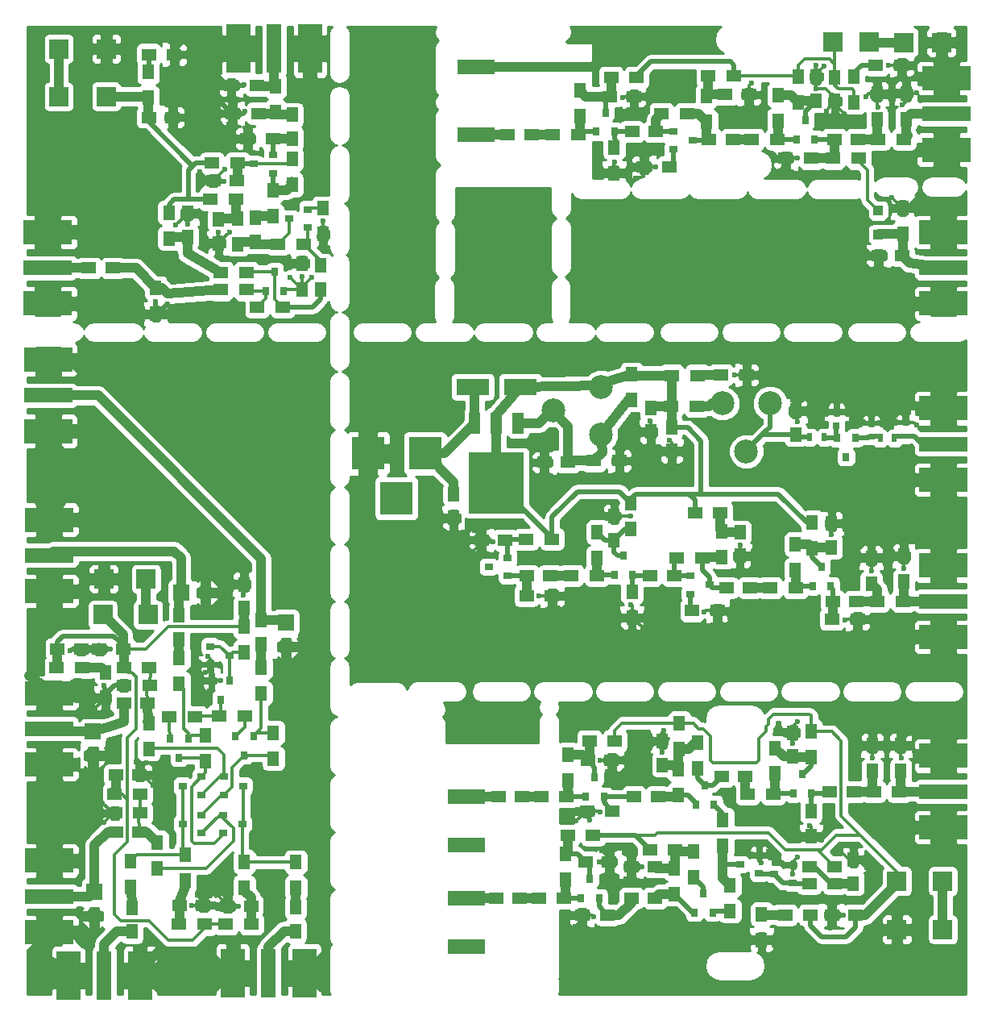
<source format=gbr>
G04 #@! TF.FileFunction,Copper,L1,Top,Signal*
%FSLAX46Y46*%
G04 Gerber Fmt 4.6, Leading zero omitted, Abs format (unit mm)*
G04 Created by KiCad (PCBNEW 4.0.7) date 05/11/20 23:09:24*
%MOMM*%
%LPD*%
G01*
G04 APERTURE LIST*
%ADD10C,0.100000*%
%ADD11R,1.500000X1.300000*%
%ADD12R,0.900000X0.800000*%
%ADD13R,1.500000X1.250000*%
%ADD14R,1.250000X1.500000*%
%ADD15R,1.300000X1.500000*%
%ADD16R,1.000000X1.000000*%
%ADD17R,4.000000X1.500000*%
%ADD18R,2.000000X2.000000*%
%ADD19R,5.080000X2.500000*%
%ADD20R,5.080000X1.500000*%
%ADD21R,0.800000X0.900000*%
%ADD22R,0.750000X0.800000*%
%ADD23R,3.500000X1.800000*%
%ADD24R,3.500000X3.500000*%
%ADD25R,0.500000X0.900000*%
%ADD26R,0.900000X0.500000*%
%ADD27C,2.500000*%
%ADD28R,1.200000X2.200000*%
%ADD29R,5.800000X6.400000*%
%ADD30R,2.750000X3.050000*%
%ADD31R,2.500000X5.080000*%
%ADD32R,1.500000X5.080000*%
%ADD33R,1.700000X1.700000*%
%ADD34O,1.700000X1.700000*%
%ADD35C,0.600000*%
%ADD36C,1.000000*%
%ADD37C,0.500000*%
%ADD38C,0.350000*%
%ADD39C,0.250000*%
G04 APERTURE END LIST*
D10*
D11*
X79650000Y-48825000D03*
X76950000Y-48825000D03*
D12*
X78400000Y-109450000D03*
X78400000Y-111350000D03*
X80400000Y-110400000D03*
X78300000Y-113450000D03*
X78300000Y-115350000D03*
X80300000Y-114400000D03*
D11*
X117230000Y-76260000D03*
X119930000Y-76260000D03*
D13*
X110700000Y-42050000D03*
X108200000Y-42050000D03*
X121450000Y-38000000D03*
X118950000Y-38000000D03*
D14*
X142575000Y-38475000D03*
X142575000Y-35975000D03*
D13*
X123750000Y-41700000D03*
X121250000Y-41700000D03*
X131050000Y-37800000D03*
X133550000Y-37800000D03*
X131850000Y-42500000D03*
X129350000Y-42500000D03*
D14*
X140600000Y-35925000D03*
X140600000Y-38425000D03*
D13*
X145000000Y-42500000D03*
X142500000Y-42500000D03*
X147170000Y-54730000D03*
X149670000Y-54730000D03*
D15*
X144580000Y-35900000D03*
X144580000Y-38600000D03*
D16*
X147130000Y-52490000D03*
X147130000Y-49990000D03*
D17*
X104900000Y-42050000D03*
D18*
X153775000Y-32325000D03*
X142325000Y-32300000D03*
X146175000Y-32275000D03*
X149825000Y-32325000D03*
D17*
X104825000Y-34875000D03*
D19*
X154275000Y-43600000D03*
X154275000Y-36100000D03*
D20*
X154275000Y-39850000D03*
D21*
X117500000Y-41700000D03*
X119400000Y-41700000D03*
X118450000Y-39700000D03*
D12*
X125600000Y-41650000D03*
X125600000Y-43550000D03*
X127600000Y-42600000D03*
D21*
X138550000Y-42500000D03*
X140450000Y-42500000D03*
X139500000Y-40500000D03*
D11*
X146890000Y-34720000D03*
X149590000Y-34720000D03*
X115600000Y-42000000D03*
X112900000Y-42000000D03*
D15*
X115750000Y-40050000D03*
X115750000Y-37350000D03*
D11*
X119050000Y-36000000D03*
X121750000Y-36000000D03*
D15*
X119380000Y-43354000D03*
X119380000Y-46054000D03*
D11*
X127050000Y-39800000D03*
X124350000Y-39800000D03*
X129250000Y-35800000D03*
X131950000Y-35800000D03*
D15*
X129100000Y-37950000D03*
X129100000Y-40650000D03*
D11*
X122500000Y-45400000D03*
X125200000Y-45400000D03*
X136550000Y-42500000D03*
X133850000Y-42500000D03*
D15*
X136600000Y-40550000D03*
X136600000Y-37850000D03*
X138725000Y-38650000D03*
X138725000Y-35950000D03*
D11*
X140100000Y-44500000D03*
X137400000Y-44500000D03*
X145100000Y-44500000D03*
X142400000Y-44500000D03*
D15*
X147000000Y-40425000D03*
X147000000Y-37725000D03*
X149700000Y-49720000D03*
X149700000Y-52420000D03*
D11*
X147150000Y-42500000D03*
X149850000Y-42500000D03*
D15*
X150050000Y-40375000D03*
X150050000Y-37675000D03*
D19*
X154000000Y-59750000D03*
X154000000Y-52250000D03*
D20*
X154000000Y-56000000D03*
D13*
X107930000Y-84582000D03*
X105430000Y-84582000D03*
D14*
X102500000Y-82250000D03*
X102500000Y-79750000D03*
D13*
X112034000Y-76422000D03*
X114534000Y-76422000D03*
X112690000Y-88320000D03*
X110190000Y-88320000D03*
D14*
X119380000Y-82062000D03*
X119380000Y-84562000D03*
D13*
X125650000Y-88300000D03*
X123150000Y-88300000D03*
D14*
X123220000Y-73210000D03*
X123220000Y-70710000D03*
D13*
X133650000Y-89600000D03*
X131150000Y-89600000D03*
D14*
X132600000Y-86250000D03*
X132600000Y-83750000D03*
X125420000Y-75240000D03*
X125420000Y-72740000D03*
X142240000Y-82824000D03*
X142240000Y-85324000D03*
D13*
X144850000Y-91000000D03*
X142350000Y-91000000D03*
D14*
X138450000Y-71000000D03*
X138450000Y-73500000D03*
D22*
X142748000Y-72600000D03*
X142748000Y-71100000D03*
D23*
X104500000Y-68500000D03*
X109500000Y-68500000D03*
D11*
X128130000Y-67290000D03*
X125430000Y-67290000D03*
D24*
X99500000Y-75500000D03*
X93500000Y-75500000D03*
X96500000Y-80200000D03*
D19*
X154000000Y-94750000D03*
X154000000Y-87250000D03*
D20*
X154000000Y-91000000D03*
D19*
X154000000Y-78250000D03*
X154000000Y-70750000D03*
D20*
X154000000Y-74500000D03*
D11*
X112850000Y-84500000D03*
X110150000Y-84500000D03*
D12*
X108188000Y-88326000D03*
X108188000Y-86426000D03*
X106188000Y-87376000D03*
D21*
X119400000Y-88250000D03*
X121300000Y-88250000D03*
X120350000Y-86250000D03*
D12*
X127400000Y-88350000D03*
X127400000Y-90250000D03*
X129400000Y-89300000D03*
D21*
X140250000Y-89400000D03*
X142150000Y-89400000D03*
X141200000Y-87400000D03*
X144700000Y-73850000D03*
X142800000Y-73850000D03*
X143750000Y-75850000D03*
D11*
X112856000Y-90424000D03*
X110156000Y-90424000D03*
D15*
X117602000Y-86440000D03*
X117602000Y-83740000D03*
D11*
X117580000Y-88310000D03*
X114880000Y-88310000D03*
D15*
X121158000Y-83392000D03*
X121158000Y-80692000D03*
X121250000Y-90025000D03*
X121250000Y-92725000D03*
X121230000Y-67180000D03*
X121230000Y-69880000D03*
D11*
X128650000Y-86500000D03*
X125950000Y-86500000D03*
X130550000Y-81700000D03*
X127850000Y-81700000D03*
D15*
X130700000Y-83650000D03*
X130700000Y-86350000D03*
D11*
X130250000Y-92000000D03*
X127550000Y-92000000D03*
X130610000Y-67230000D03*
X133310000Y-67230000D03*
X138450000Y-89600000D03*
X135750000Y-89600000D03*
X125370000Y-70540000D03*
X128070000Y-70540000D03*
D15*
X138430000Y-87710000D03*
X138430000Y-85010000D03*
X140208000Y-85424000D03*
X140208000Y-82724000D03*
D11*
X142250000Y-92900000D03*
X144950000Y-92900000D03*
D15*
X146400000Y-89150000D03*
X146400000Y-86450000D03*
D25*
X139925000Y-73800000D03*
X141425000Y-73800000D03*
D11*
X147050000Y-91000000D03*
X149750000Y-91000000D03*
D15*
X149800000Y-88950000D03*
X149800000Y-86250000D03*
D26*
X146360000Y-73800000D03*
X146360000Y-72300000D03*
D25*
X148832000Y-73882000D03*
X147332000Y-73882000D03*
D26*
X149980000Y-73700000D03*
X149980000Y-72200000D03*
D27*
X112960000Y-71000000D03*
X118000000Y-68500000D03*
X118000000Y-73500000D03*
X133260000Y-75270000D03*
X130760000Y-70230000D03*
X135760000Y-70230000D03*
D28*
X109280000Y-72300000D03*
X107000000Y-72300000D03*
X104720000Y-72300000D03*
D29*
X107000000Y-78600000D03*
D30*
X105475000Y-80275000D03*
X108525000Y-76925000D03*
X108525000Y-80275000D03*
X105475000Y-76925000D03*
D13*
X109454000Y-122174000D03*
X106954000Y-122174000D03*
X109708000Y-111506000D03*
X107208000Y-111506000D03*
X118852000Y-118364000D03*
X116352000Y-118364000D03*
X123678000Y-122174000D03*
X121178000Y-122174000D03*
X119106000Y-107696000D03*
X116606000Y-107696000D03*
X123960000Y-111560000D03*
X121460000Y-111560000D03*
D14*
X144526000Y-120630000D03*
X144526000Y-118130000D03*
D13*
X142260000Y-123952000D03*
X144760000Y-123952000D03*
X121178000Y-118872000D03*
X123678000Y-118872000D03*
D14*
X124460000Y-105684000D03*
X124460000Y-108184000D03*
D13*
X133150000Y-109440000D03*
X130650000Y-109440000D03*
D14*
X138160000Y-104800000D03*
X138160000Y-107300000D03*
D13*
X144550000Y-111050000D03*
X142050000Y-111050000D03*
D11*
X137334000Y-123952000D03*
X140034000Y-123952000D03*
D17*
X103886000Y-122174000D03*
X103886000Y-111506000D03*
D18*
X149098000Y-125476000D03*
D17*
X103886000Y-127254000D03*
D18*
X149098000Y-120396000D03*
X153924000Y-120396000D03*
X153924000Y-125476000D03*
D17*
X103886000Y-116586000D03*
D19*
X154000000Y-114750000D03*
X154000000Y-107250000D03*
D20*
X154000000Y-111000000D03*
D21*
X115890000Y-122158000D03*
X117790000Y-122158000D03*
X116840000Y-120158000D03*
X116398000Y-111490000D03*
X118298000Y-111490000D03*
X117348000Y-109490000D03*
D12*
X138160000Y-120584000D03*
X138160000Y-118684000D03*
X136160000Y-119634000D03*
D21*
X127828000Y-123682000D03*
X129728000Y-123682000D03*
X128778000Y-121682000D03*
D12*
X134604000Y-119568000D03*
X134604000Y-117668000D03*
X132604000Y-118618000D03*
D21*
X127970000Y-112340000D03*
X129870000Y-112340000D03*
X128920000Y-110340000D03*
X138180000Y-111180000D03*
X140080000Y-111180000D03*
X139130000Y-109180000D03*
D11*
X114126000Y-122174000D03*
X111426000Y-122174000D03*
X114380000Y-111506000D03*
X111680000Y-111506000D03*
D15*
X114300000Y-120222000D03*
X114300000Y-117522000D03*
X114554000Y-109808000D03*
X114554000Y-107108000D03*
X134874000Y-123872000D03*
X134874000Y-126572000D03*
D11*
X114474000Y-115570000D03*
X117174000Y-115570000D03*
X118698000Y-123952000D03*
X115998000Y-123952000D03*
X119460000Y-105664000D03*
X116760000Y-105664000D03*
X119206000Y-113030000D03*
X116506000Y-113030000D03*
D15*
X125730000Y-121746000D03*
X125730000Y-119046000D03*
D11*
X142574000Y-118872000D03*
X139874000Y-118872000D03*
X142574000Y-120650000D03*
X139874000Y-120650000D03*
X125810000Y-117094000D03*
X123110000Y-117094000D03*
D15*
X127762000Y-119968000D03*
X127762000Y-117268000D03*
X131572000Y-120824000D03*
X131572000Y-123524000D03*
X130810000Y-113966000D03*
X130810000Y-116666000D03*
X128160000Y-108530000D03*
X128160000Y-105830000D03*
X126238000Y-106506000D03*
X126238000Y-103806000D03*
X126090000Y-111350000D03*
X126090000Y-108650000D03*
D11*
X136110000Y-111250000D03*
X133410000Y-111250000D03*
D15*
X136290000Y-109110000D03*
X136290000Y-106410000D03*
X140100000Y-107370000D03*
X140100000Y-104670000D03*
X140070000Y-113010000D03*
X140070000Y-115710000D03*
X146500000Y-108850000D03*
X146500000Y-106150000D03*
D11*
X146650000Y-111000000D03*
X149350000Y-111000000D03*
D15*
X149500000Y-108850000D03*
X149500000Y-106150000D03*
D13*
X70325000Y-101675000D03*
X67825000Y-101675000D03*
X69500000Y-115225000D03*
X67000000Y-115225000D03*
D14*
X85900000Y-123125000D03*
X85900000Y-125625000D03*
X82296000Y-95484000D03*
X82296000Y-92984000D03*
D13*
X78710000Y-123040000D03*
X81210000Y-123040000D03*
X76180000Y-122936000D03*
X73680000Y-122936000D03*
D14*
X73660000Y-92476000D03*
X73660000Y-94976000D03*
X68700000Y-125700000D03*
X68700000Y-123200000D03*
D13*
X63350000Y-96000000D03*
X60850000Y-96000000D03*
D11*
X63450000Y-98000000D03*
X60750000Y-98000000D03*
D19*
X60000000Y-100650000D03*
X60000000Y-108150000D03*
D20*
X60000000Y-104400000D03*
D31*
X79308000Y-130048000D03*
X86808000Y-130048000D03*
D32*
X83058000Y-130048000D03*
D19*
X60000000Y-118250000D03*
X60000000Y-125750000D03*
D20*
X60000000Y-122000000D03*
D19*
X59900000Y-65650000D03*
X59900000Y-73150000D03*
D20*
X59900000Y-69400000D03*
D19*
X60000000Y-82450000D03*
X60000000Y-89950000D03*
D20*
X60000000Y-86200000D03*
D31*
X62036000Y-130302000D03*
X69536000Y-130302000D03*
D32*
X65786000Y-130302000D03*
D18*
X65625000Y-92425000D03*
X70375000Y-92425000D03*
X70175000Y-88675000D03*
X65725000Y-88650000D03*
D33*
X64600000Y-104700000D03*
D34*
X64600000Y-107240000D03*
D33*
X64750000Y-121500000D03*
D34*
X64750000Y-124040000D03*
D33*
X84875000Y-93200000D03*
D34*
X84875000Y-95740000D03*
D33*
X73875000Y-90100000D03*
D34*
X76415000Y-90100000D03*
D21*
X81468000Y-105172000D03*
X79568000Y-105172000D03*
X80518000Y-107172000D03*
D12*
X76000000Y-115350000D03*
X76000000Y-113450000D03*
X74000000Y-114400000D03*
D21*
X74610000Y-105426000D03*
X72710000Y-105426000D03*
X73660000Y-107426000D03*
D12*
X76000000Y-111350000D03*
X76000000Y-109450000D03*
X74000000Y-110400000D03*
D11*
X66875000Y-111250000D03*
X69575000Y-111250000D03*
X69590000Y-113260000D03*
X66890000Y-113260000D03*
X67825000Y-98000000D03*
X70525000Y-98000000D03*
X70540000Y-99830000D03*
X67840000Y-99830000D03*
D15*
X85925000Y-121100000D03*
X85925000Y-118400000D03*
X70450000Y-106525000D03*
X70450000Y-103825000D03*
X71360000Y-119040000D03*
X71360000Y-116340000D03*
X82296000Y-100664000D03*
X82296000Y-97964000D03*
D11*
X81270000Y-124910000D03*
X78570000Y-124910000D03*
D15*
X80510000Y-118360000D03*
X80510000Y-121060000D03*
X83566000Y-107522000D03*
X83566000Y-104822000D03*
D11*
X77825000Y-103050000D03*
X80525000Y-103050000D03*
D15*
X80450000Y-96375000D03*
X80450000Y-93675000D03*
D11*
X72600000Y-103150000D03*
X75300000Y-103150000D03*
D15*
X76454000Y-107776000D03*
X76454000Y-105076000D03*
D11*
X73650000Y-124930000D03*
X76350000Y-124930000D03*
D15*
X74290000Y-117640000D03*
X74290000Y-120340000D03*
X73660000Y-96948000D03*
X73660000Y-99648000D03*
X68580000Y-118284000D03*
X68580000Y-120984000D03*
X65900000Y-98450000D03*
X65900000Y-101150000D03*
D13*
X69500000Y-109250000D03*
X67000000Y-109250000D03*
X65250000Y-96000000D03*
X67750000Y-96000000D03*
D14*
X80475000Y-89225000D03*
X80475000Y-91725000D03*
D12*
X76925000Y-95750000D03*
X76925000Y-97650000D03*
X78925000Y-96700000D03*
D21*
X78975000Y-99325000D03*
X77075000Y-99325000D03*
X78025000Y-101325000D03*
D13*
X66675000Y-56025000D03*
X64175000Y-56025000D03*
D14*
X74525000Y-52750000D03*
X74525000Y-50250000D03*
X88500000Y-55750000D03*
X88500000Y-58250000D03*
X77800000Y-50925000D03*
X77800000Y-53425000D03*
X81650000Y-50775000D03*
X81650000Y-53275000D03*
D13*
X77225000Y-46825000D03*
X79725000Y-46825000D03*
D14*
X85550000Y-39925000D03*
X85550000Y-42425000D03*
D19*
X59850000Y-52250000D03*
X59850000Y-59750000D03*
D20*
X59850000Y-56000000D03*
D31*
X87400000Y-32975000D03*
X79900000Y-32975000D03*
D32*
X83650000Y-32975000D03*
D21*
X82750000Y-58400000D03*
X84650000Y-58400000D03*
X83700000Y-56400000D03*
D12*
X87200000Y-51750000D03*
X87200000Y-49850000D03*
X85200000Y-50800000D03*
X83500000Y-46050000D03*
X83500000Y-44150000D03*
X81500000Y-45100000D03*
D15*
X71200000Y-58125000D03*
X71200000Y-60825000D03*
D11*
X84550000Y-60100000D03*
X81850000Y-60100000D03*
D15*
X72575000Y-52900000D03*
X72575000Y-50200000D03*
D11*
X78050000Y-56500000D03*
X80750000Y-56500000D03*
D15*
X86600000Y-55550000D03*
X86600000Y-58250000D03*
D11*
X84050000Y-53500000D03*
X86750000Y-53500000D03*
D15*
X79775000Y-50825000D03*
X79775000Y-53525000D03*
X88800000Y-52450000D03*
X88800000Y-49750000D03*
X83550000Y-47875000D03*
X83550000Y-50575000D03*
X85525000Y-47275000D03*
X85525000Y-44575000D03*
D11*
X79800000Y-45000000D03*
X77100000Y-45000000D03*
X83525000Y-42425000D03*
X80825000Y-42425000D03*
X81975000Y-39775000D03*
X79275000Y-39775000D03*
D15*
X83775000Y-39625000D03*
X83775000Y-36925000D03*
D11*
X81825000Y-36825000D03*
X79125000Y-36825000D03*
X78050000Y-58300000D03*
X80750000Y-58300000D03*
D13*
X72950000Y-40200000D03*
X70450000Y-40200000D03*
D15*
X70400000Y-35450000D03*
X70400000Y-38150000D03*
D18*
X66000000Y-38000000D03*
X61000000Y-33000000D03*
X61000000Y-38000000D03*
X66000000Y-33000000D03*
D11*
X70450000Y-33600000D03*
X73150000Y-33600000D03*
D35*
X88500000Y-53900000D03*
X88800000Y-51100000D03*
X89300000Y-53900000D03*
X72400000Y-59800000D03*
X70000000Y-61100000D03*
X71200000Y-59500000D03*
X78900000Y-40900000D03*
X78100000Y-38700000D03*
X80600000Y-39600000D03*
X77800000Y-35900000D03*
X79100000Y-37900000D03*
X80500000Y-36800000D03*
X74600000Y-33800000D03*
X73600000Y-35100000D03*
X73900000Y-32400000D03*
X76500000Y-54150000D03*
X78950000Y-52250000D03*
X77800000Y-52250000D03*
X73300000Y-51500000D03*
X74550000Y-51425000D03*
X75650000Y-50475000D03*
X75675000Y-47800000D03*
X75825000Y-45950000D03*
X78475000Y-45650000D03*
X78375000Y-46925000D03*
X76400000Y-98500000D03*
X78000000Y-99375000D03*
X76850000Y-100450000D03*
X76675000Y-96775000D03*
X77950000Y-97800000D03*
X80825000Y-87925000D03*
X80425000Y-90400000D03*
X79075000Y-88800000D03*
X64850000Y-102225000D03*
X65925000Y-102500000D03*
X65750000Y-114250000D03*
X65600000Y-112200000D03*
X61700000Y-75700000D03*
X64000000Y-73500000D03*
X58800000Y-75400000D03*
X63600000Y-67100000D03*
X63800000Y-65400000D03*
X65750000Y-99875000D03*
X66400000Y-96000000D03*
X62200000Y-96200000D03*
X63200000Y-99600000D03*
X63325000Y-100825000D03*
X57900000Y-98800000D03*
X62000000Y-111300000D03*
X60100000Y-111500000D03*
X58500000Y-111500000D03*
X70200000Y-108000000D03*
X70900000Y-110300000D03*
X69100000Y-107900000D03*
X63750000Y-127000000D03*
X58250000Y-127750000D03*
X58120000Y-79290000D03*
X60130000Y-79410000D03*
X62000000Y-79380000D03*
X60330000Y-113770000D03*
X58340000Y-113730000D03*
X61960000Y-113590000D03*
X88850000Y-130000000D03*
X88660000Y-131600000D03*
X88930000Y-128240000D03*
X77300000Y-131710000D03*
X76700000Y-130300000D03*
X76960000Y-128170000D03*
X59590000Y-131860000D03*
X59400000Y-130000000D03*
X59500000Y-128500000D03*
X71550000Y-127670000D03*
X71780000Y-131860000D03*
X71860000Y-129500000D03*
X77710000Y-121880000D03*
X76880000Y-121900000D03*
X75530000Y-121890000D03*
X75000000Y-122990000D03*
X77580000Y-122980000D03*
X78860000Y-121730000D03*
X79910000Y-123020000D03*
X138684000Y-72136000D03*
X139192000Y-69850000D03*
X138176000Y-69850000D03*
X149050000Y-72180000D03*
X149960000Y-71610000D03*
X151160000Y-72510000D03*
X145570000Y-72180000D03*
X147300000Y-72200000D03*
X146430000Y-71520000D03*
X115400000Y-114100000D03*
X116800000Y-114000000D03*
X117900000Y-113100000D03*
X112014000Y-77692000D03*
X111506000Y-75152000D03*
X120142000Y-77438000D03*
X121158000Y-76168000D03*
X120650000Y-74898000D03*
X135000000Y-127900000D03*
X136200000Y-127100000D03*
X133200000Y-126400000D03*
X142600000Y-122800000D03*
X142100000Y-125300000D03*
X143500000Y-124000000D03*
X143200000Y-117300000D03*
X145900000Y-119000000D03*
X144300000Y-116600000D03*
X133800000Y-117500000D03*
X134800000Y-118500000D03*
X135600000Y-117300000D03*
X115300000Y-125200000D03*
X114700000Y-124200000D03*
X117200000Y-124100000D03*
X118100000Y-117200000D03*
X121500000Y-117700000D03*
X120600000Y-120200000D03*
X122300000Y-118900000D03*
X119100000Y-119900000D03*
X117800000Y-118400000D03*
X118700000Y-108900000D03*
X120500000Y-107500000D03*
X117900000Y-107700000D03*
X124600000Y-104600000D03*
X124400000Y-106900000D03*
X123190000Y-106426000D03*
X138684000Y-103632000D03*
X136906000Y-104394000D03*
X138176000Y-105918000D03*
X150368000Y-104902000D03*
X146812000Y-104902000D03*
X145288000Y-105918000D03*
X146558000Y-107442000D03*
X147828000Y-106172000D03*
X149606000Y-107442000D03*
X150622000Y-106172000D03*
X138684000Y-115570000D03*
X139954000Y-114554000D03*
X141224000Y-116078000D03*
X138684000Y-117856000D03*
X136906000Y-118364000D03*
X138176000Y-119634000D03*
X148550000Y-48600000D03*
X143600000Y-93000000D03*
X144900000Y-94150000D03*
X146350000Y-92750000D03*
X148600000Y-85750000D03*
X149800000Y-87600000D03*
X149900000Y-84850000D03*
X145100000Y-85950000D03*
X146400000Y-87800000D03*
X146500000Y-85000000D03*
X142400000Y-81550000D03*
X143400000Y-82650000D03*
X142200000Y-84000000D03*
X132600000Y-87650000D03*
X134250000Y-86500000D03*
X132650000Y-85100000D03*
X128850000Y-92100000D03*
X130550000Y-93350000D03*
X131550000Y-92750000D03*
X122350000Y-93750000D03*
X119950000Y-92600000D03*
X121100000Y-91350000D03*
X104550000Y-85750000D03*
X104700000Y-83550000D03*
X106600000Y-84750000D03*
X113538000Y-91694000D03*
X111506000Y-90424000D03*
X114046000Y-90678000D03*
X117856000Y-82042000D03*
X119380000Y-80772000D03*
X121158000Y-82042000D03*
X121920000Y-73374000D03*
X123190000Y-72104000D03*
X123952000Y-75914000D03*
X126746000Y-75660000D03*
X125222000Y-74136000D03*
X133096000Y-66008000D03*
X132080000Y-67278000D03*
X133350000Y-68548000D03*
X141478000Y-71088000D03*
X143764000Y-71088000D03*
X142748000Y-70072000D03*
X117670000Y-45750000D03*
X120720000Y-46300000D03*
X119410000Y-44930000D03*
X123730000Y-45430000D03*
X121600000Y-46600000D03*
X122240000Y-44010000D03*
X136150000Y-44120000D03*
X136750000Y-45830000D03*
X138670000Y-44470000D03*
X145670000Y-53850000D03*
X151320000Y-48650000D03*
X149675000Y-38925000D03*
X148700000Y-37600000D03*
X145850000Y-38000000D03*
X147090000Y-39120000D03*
X151200000Y-37620000D03*
X120280000Y-38090000D03*
X121666000Y-39370000D03*
X133604000Y-39116000D03*
X133858000Y-36576000D03*
X134874000Y-37846000D03*
X141478000Y-34798000D03*
X140570000Y-34760000D03*
X140580000Y-37160000D03*
X141650000Y-39600000D03*
X143580000Y-39830000D03*
X148250000Y-34710000D03*
X85300000Y-57000000D03*
X87600000Y-57000000D03*
X86600000Y-56900000D03*
D36*
X112900000Y-42000000D02*
X110750000Y-42000000D01*
X110750000Y-42000000D02*
X110700000Y-42050000D01*
D37*
X110750000Y-42000000D02*
X110700000Y-42050000D01*
D36*
X108200000Y-42050000D02*
X104900000Y-42050000D01*
D38*
X88800000Y-52450000D02*
X88800000Y-53100000D01*
X88800000Y-53100000D02*
X88500000Y-53900000D01*
X88800000Y-52450000D02*
X88800000Y-51100000D01*
X88800000Y-52450000D02*
X88800000Y-53400000D01*
X88800000Y-53400000D02*
X89300000Y-53900000D01*
D37*
X71200000Y-60825000D02*
X71375000Y-60825000D01*
X71375000Y-60825000D02*
X72400000Y-59800000D01*
X71200000Y-60825000D02*
X70275000Y-60825000D01*
X70275000Y-60825000D02*
X70000000Y-61100000D01*
X71200000Y-60825000D02*
X71200000Y-59500000D01*
X79275000Y-39775000D02*
X79275000Y-40525000D01*
X79275000Y-40525000D02*
X78900000Y-40900000D01*
X79275000Y-39775000D02*
X79175000Y-39775000D01*
X79175000Y-39775000D02*
X78100000Y-38700000D01*
X79275000Y-39775000D02*
X80425000Y-39775000D01*
X80425000Y-39775000D02*
X80600000Y-39600000D01*
X79125000Y-36825000D02*
X78725000Y-36825000D01*
X78725000Y-36825000D02*
X77800000Y-35900000D01*
X79125000Y-36825000D02*
X79125000Y-37875000D01*
X79125000Y-37875000D02*
X79100000Y-37900000D01*
X79125000Y-36825000D02*
X80475000Y-36825000D01*
X80475000Y-36825000D02*
X80500000Y-36800000D01*
X73150000Y-33600000D02*
X74400000Y-33600000D01*
X74400000Y-33600000D02*
X74600000Y-33800000D01*
X73150000Y-33600000D02*
X73150000Y-34650000D01*
X73150000Y-34650000D02*
X73600000Y-35100000D01*
X73150000Y-33600000D02*
X73150000Y-33150000D01*
X73150000Y-33150000D02*
X73900000Y-32400000D01*
D38*
X77800000Y-53425000D02*
X77225000Y-53425000D01*
X77225000Y-53425000D02*
X76500000Y-54150000D01*
X77800000Y-53425000D02*
X77800000Y-53400000D01*
X77800000Y-53400000D02*
X78950000Y-52250000D01*
X77800000Y-53425000D02*
X77800000Y-52250000D01*
X74525000Y-50250000D02*
X74525000Y-50275000D01*
X74525000Y-50275000D02*
X73300000Y-51500000D01*
X74525000Y-50250000D02*
X74525000Y-51400000D01*
X74525000Y-51400000D02*
X74550000Y-51425000D01*
X74525000Y-50250000D02*
X75425000Y-50250000D01*
X75425000Y-50250000D02*
X75650000Y-50475000D01*
X77225000Y-46825000D02*
X76650000Y-46825000D01*
X76650000Y-46825000D02*
X75675000Y-47800000D01*
X77225000Y-46825000D02*
X76700000Y-46825000D01*
X76700000Y-46825000D02*
X75825000Y-45950000D01*
X77225000Y-46825000D02*
X77300000Y-46825000D01*
X77300000Y-46825000D02*
X78475000Y-45650000D01*
X77225000Y-46825000D02*
X78375000Y-46825000D01*
X78375000Y-46825000D02*
X78375000Y-46925000D01*
X77075000Y-98400000D02*
X76500000Y-98400000D01*
X76500000Y-98400000D02*
X76400000Y-98500000D01*
X77075000Y-99325000D02*
X77950000Y-99325000D01*
X77950000Y-99325000D02*
X78000000Y-99375000D01*
X77075000Y-99325000D02*
X77075000Y-100225000D01*
X77075000Y-100225000D02*
X76850000Y-100450000D01*
X77075000Y-99325000D02*
X77075000Y-98400000D01*
X77075000Y-98400000D02*
X77075000Y-97800000D01*
X77075000Y-97800000D02*
X76925000Y-97650000D01*
X76925000Y-97650000D02*
X76925000Y-97025000D01*
X76925000Y-97025000D02*
X76675000Y-96775000D01*
X76925000Y-97650000D02*
X77800000Y-97650000D01*
X77800000Y-97650000D02*
X77950000Y-97800000D01*
X80475000Y-89225000D02*
X80475000Y-88275000D01*
X80475000Y-88275000D02*
X80825000Y-87925000D01*
X80475000Y-89225000D02*
X80475000Y-90350000D01*
X80475000Y-90350000D02*
X80425000Y-90400000D01*
X80475000Y-89225000D02*
X79500000Y-89225000D01*
X79500000Y-89225000D02*
X79075000Y-88800000D01*
X65900000Y-101150000D02*
X65900000Y-101175000D01*
X65900000Y-101175000D02*
X64850000Y-102225000D01*
X65900000Y-101150000D02*
X65900000Y-102475000D01*
X65900000Y-102475000D02*
X65925000Y-102500000D01*
X66890000Y-113260000D02*
X66740000Y-113260000D01*
X66740000Y-113260000D02*
X65750000Y-114250000D01*
X66890000Y-113260000D02*
X66660000Y-113260000D01*
X66660000Y-113260000D02*
X65600000Y-112200000D01*
D36*
X59900000Y-73150000D02*
X59900000Y-73900000D01*
X59900000Y-73900000D02*
X61700000Y-75700000D01*
X59900000Y-73150000D02*
X63650000Y-73150000D01*
X63650000Y-73150000D02*
X64000000Y-73500000D01*
X59900000Y-73150000D02*
X59900000Y-74300000D01*
X59900000Y-74300000D02*
X58800000Y-75400000D01*
X59900000Y-65650000D02*
X62150000Y-65650000D01*
X62150000Y-65650000D02*
X63600000Y-67100000D01*
X59900000Y-65650000D02*
X63550000Y-65650000D01*
X63550000Y-65650000D02*
X63800000Y-65400000D01*
D37*
X65900000Y-101150000D02*
X65900000Y-100700000D01*
X65900000Y-100700000D02*
X65750000Y-99875000D01*
X67840000Y-99830000D02*
X66870000Y-99830000D01*
X66870000Y-99830000D02*
X65900000Y-100800000D01*
X65900000Y-100800000D02*
X65900000Y-101150000D01*
X65250000Y-96000000D02*
X66400000Y-96000000D01*
X63350000Y-96000000D02*
X62400000Y-96000000D01*
X62400000Y-96000000D02*
X62200000Y-96200000D01*
D36*
X60000000Y-100650000D02*
X61150000Y-100650000D01*
X61150000Y-100650000D02*
X62800000Y-99600000D01*
X62800000Y-99600000D02*
X63200000Y-99600000D01*
X60000000Y-100650000D02*
X62975000Y-101175000D01*
X62975000Y-101175000D02*
X63325000Y-100825000D01*
X60000000Y-100650000D02*
X60000000Y-100500000D01*
X60000000Y-100650000D02*
X60000000Y-100300000D01*
X60000000Y-100300000D02*
X57900000Y-98800000D01*
X60000000Y-108150000D02*
X60000000Y-108700000D01*
X60000000Y-108700000D02*
X62000000Y-111300000D01*
X60000000Y-108150000D02*
X60000000Y-111400000D01*
X60000000Y-111400000D02*
X60100000Y-111500000D01*
X60000000Y-108150000D02*
X60000000Y-109400000D01*
X60000000Y-109400000D02*
X58500000Y-111500000D01*
D38*
X69500000Y-109250000D02*
X69500000Y-108700000D01*
X69500000Y-108700000D02*
X70200000Y-108000000D01*
X69500000Y-109250000D02*
X69850000Y-109250000D01*
X69850000Y-109250000D02*
X70900000Y-110300000D01*
X69500000Y-109250000D02*
X69500000Y-108300000D01*
X69500000Y-108300000D02*
X69100000Y-107900000D01*
D36*
X60000000Y-125750000D02*
X62500000Y-125750000D01*
X62500000Y-125750000D02*
X63750000Y-127000000D01*
X60000000Y-125750000D02*
X60000000Y-126000000D01*
X60000000Y-126000000D02*
X58250000Y-127750000D01*
X59900000Y-65650000D02*
X59900000Y-64998000D01*
X59900000Y-65650000D02*
X59856000Y-65650000D01*
X59900000Y-73150000D02*
X59868000Y-73150000D01*
X60000000Y-82450000D02*
X60000000Y-82224000D01*
X60000000Y-82224000D02*
X58120000Y-79290000D01*
X60000000Y-82450000D02*
X59944000Y-79596000D01*
X59944000Y-79596000D02*
X60130000Y-79410000D01*
X60000000Y-82450000D02*
X60096000Y-82450000D01*
X60096000Y-82450000D02*
X62000000Y-79380000D01*
X60000000Y-89950000D02*
X59936000Y-89950000D01*
X60000000Y-108150000D02*
X60000000Y-108360000D01*
X60000000Y-108150000D02*
X59594000Y-108150000D01*
X60000000Y-118250000D02*
X59925000Y-114175000D01*
X59925000Y-114175000D02*
X60330000Y-113770000D01*
X60000000Y-118250000D02*
X60000000Y-117690000D01*
X60000000Y-117690000D02*
X58340000Y-113730000D01*
X60000000Y-118250000D02*
X60000000Y-118000000D01*
X60000000Y-118000000D02*
X61960000Y-113590000D01*
X60000000Y-125750000D02*
X60000000Y-126120000D01*
X60000000Y-125750000D02*
X60000000Y-126080000D01*
X86808000Y-130048000D02*
X88802000Y-130048000D01*
X88802000Y-130048000D02*
X88850000Y-130000000D01*
X86808000Y-130048000D02*
X87108000Y-130048000D01*
X87108000Y-130048000D02*
X88660000Y-131600000D01*
X86808000Y-130048000D02*
X87122000Y-130048000D01*
X87122000Y-130048000D02*
X88930000Y-128240000D01*
X79308000Y-130048000D02*
X78962000Y-130048000D01*
X78962000Y-130048000D02*
X77300000Y-131710000D01*
X79308000Y-130048000D02*
X76952000Y-130048000D01*
X76952000Y-130048000D02*
X76700000Y-130300000D01*
X79308000Y-130048000D02*
X78838000Y-130048000D01*
X78838000Y-130048000D02*
X76960000Y-128170000D01*
X62036000Y-130302000D02*
X61148000Y-130302000D01*
X61148000Y-130302000D02*
X59590000Y-131860000D01*
X62036000Y-130302000D02*
X59702000Y-130302000D01*
X59702000Y-130302000D02*
X59400000Y-130000000D01*
X62036000Y-130302000D02*
X62036000Y-129816000D01*
X62036000Y-129816000D02*
X59500000Y-128500000D01*
X69536000Y-130302000D02*
X69536000Y-129684000D01*
X69536000Y-129684000D02*
X71550000Y-127670000D01*
X69536000Y-130302000D02*
X70222000Y-130302000D01*
X70222000Y-130302000D02*
X71780000Y-131860000D01*
X69536000Y-130302000D02*
X71058000Y-130302000D01*
X71058000Y-130302000D02*
X71860000Y-129500000D01*
D38*
X65250000Y-96000000D02*
X65250000Y-95535000D01*
X78710000Y-123040000D02*
X78710000Y-122880000D01*
X78710000Y-122880000D02*
X77710000Y-121880000D01*
X76180000Y-122936000D02*
X76180000Y-122600000D01*
X76180000Y-122600000D02*
X76880000Y-121900000D01*
X76180000Y-122936000D02*
X76180000Y-122540000D01*
X76180000Y-122540000D02*
X75530000Y-121890000D01*
X76180000Y-122936000D02*
X75054000Y-122936000D01*
X75054000Y-122936000D02*
X75000000Y-122990000D01*
X76180000Y-122936000D02*
X77536000Y-122936000D01*
X77536000Y-122936000D02*
X77580000Y-122980000D01*
X78710000Y-123040000D02*
X77640000Y-123040000D01*
X77640000Y-123040000D02*
X77580000Y-122980000D01*
X78710000Y-123040000D02*
X78710000Y-121880000D01*
X78710000Y-121880000D02*
X78860000Y-121730000D01*
X78710000Y-123040000D02*
X79890000Y-123040000D01*
X79890000Y-123040000D02*
X79910000Y-123020000D01*
D39*
X138450000Y-71000000D02*
X138450000Y-71902000D01*
X138450000Y-71902000D02*
X138684000Y-72136000D01*
X138450000Y-71000000D02*
X138450000Y-70592000D01*
X138450000Y-70592000D02*
X139192000Y-69850000D01*
X138450000Y-71000000D02*
X138450000Y-70124000D01*
X138450000Y-70124000D02*
X138176000Y-69850000D01*
D38*
X149980000Y-72200000D02*
X149070000Y-72200000D01*
X149070000Y-72200000D02*
X149050000Y-72180000D01*
X149980000Y-72200000D02*
X149980000Y-71630000D01*
X149980000Y-71630000D02*
X149960000Y-71610000D01*
X149980000Y-72200000D02*
X150850000Y-72200000D01*
X150850000Y-72200000D02*
X151160000Y-72510000D01*
X146360000Y-72300000D02*
X145690000Y-72300000D01*
X145690000Y-72300000D02*
X145570000Y-72180000D01*
X146360000Y-72300000D02*
X147200000Y-72300000D01*
X147200000Y-72300000D02*
X147300000Y-72200000D01*
X146360000Y-72300000D02*
X146360000Y-71590000D01*
X146360000Y-71590000D02*
X146430000Y-71520000D01*
X116506000Y-113030000D02*
X116470000Y-113030000D01*
X116470000Y-113030000D02*
X115400000Y-114100000D01*
X116506000Y-113030000D02*
X116506000Y-113706000D01*
X116506000Y-113706000D02*
X116800000Y-114000000D01*
X116506000Y-113030000D02*
X117830000Y-113030000D01*
X117830000Y-113030000D02*
X117900000Y-113100000D01*
X112034000Y-76422000D02*
X112034000Y-75680000D01*
X112034000Y-75680000D02*
X111506000Y-75152000D01*
X112034000Y-76422000D02*
X112034000Y-77672000D01*
X112034000Y-77672000D02*
X112014000Y-77692000D01*
X119930000Y-75618000D02*
X120650000Y-74898000D01*
X119930000Y-76260000D02*
X121066000Y-76260000D01*
X121066000Y-76260000D02*
X121158000Y-76168000D01*
X119930000Y-76260000D02*
X119930000Y-77226000D01*
X119930000Y-77226000D02*
X120142000Y-77438000D01*
X119930000Y-76260000D02*
X119930000Y-75618000D01*
X134874000Y-126572000D02*
X134874000Y-127774000D01*
X134874000Y-127774000D02*
X135000000Y-127900000D01*
X134874000Y-126572000D02*
X135672000Y-126572000D01*
X135672000Y-126572000D02*
X136200000Y-127100000D01*
X134874000Y-126572000D02*
X133372000Y-126572000D01*
X133372000Y-126572000D02*
X133200000Y-126400000D01*
X142260000Y-123952000D02*
X142260000Y-123140000D01*
X142260000Y-123140000D02*
X142600000Y-122800000D01*
X142260000Y-123952000D02*
X142260000Y-125140000D01*
X142260000Y-125140000D02*
X142100000Y-125300000D01*
X142260000Y-123952000D02*
X143452000Y-123952000D01*
X143452000Y-123952000D02*
X143500000Y-124000000D01*
X144526000Y-118130000D02*
X144030000Y-118130000D01*
X144030000Y-118130000D02*
X143200000Y-117300000D01*
X144526000Y-118130000D02*
X145030000Y-118130000D01*
X145030000Y-118130000D02*
X145900000Y-119000000D01*
X144526000Y-118130000D02*
X144526000Y-116826000D01*
X144526000Y-116826000D02*
X144300000Y-116600000D01*
X134604000Y-117668000D02*
X133968000Y-117668000D01*
X133968000Y-117668000D02*
X133800000Y-117500000D01*
X134604000Y-117668000D02*
X134604000Y-118304000D01*
X134604000Y-118304000D02*
X134800000Y-118500000D01*
X134604000Y-117668000D02*
X135232000Y-117668000D01*
X135232000Y-117668000D02*
X135600000Y-117300000D01*
X115998000Y-123952000D02*
X115998000Y-124502000D01*
X115998000Y-124502000D02*
X115300000Y-125200000D01*
X115998000Y-123952000D02*
X114948000Y-123952000D01*
X114948000Y-123952000D02*
X114700000Y-124200000D01*
X115998000Y-123952000D02*
X117052000Y-123952000D01*
X117052000Y-123952000D02*
X117200000Y-124100000D01*
X118852000Y-118364000D02*
X118852000Y-117952000D01*
X118852000Y-117952000D02*
X118100000Y-117200000D01*
X121178000Y-118872000D02*
X121178000Y-118022000D01*
X121178000Y-118022000D02*
X121500000Y-117700000D01*
X121178000Y-118872000D02*
X121178000Y-119622000D01*
X121178000Y-119622000D02*
X120600000Y-120200000D01*
X121178000Y-118872000D02*
X122272000Y-118872000D01*
X122272000Y-118872000D02*
X122300000Y-118900000D01*
X118852000Y-118364000D02*
X118852000Y-119652000D01*
X118852000Y-119652000D02*
X119100000Y-119900000D01*
X118852000Y-118364000D02*
X117836000Y-118364000D01*
X117836000Y-118364000D02*
X117800000Y-118400000D01*
X119106000Y-107696000D02*
X119106000Y-108494000D01*
X119106000Y-108494000D02*
X118700000Y-108900000D01*
X119106000Y-107696000D02*
X120304000Y-107696000D01*
X120304000Y-107696000D02*
X120500000Y-107500000D01*
X119106000Y-107696000D02*
X117904000Y-107696000D01*
X117904000Y-107696000D02*
X117900000Y-107700000D01*
X124460000Y-105684000D02*
X124460000Y-104740000D01*
X124460000Y-104740000D02*
X124600000Y-104600000D01*
X124460000Y-105684000D02*
X124460000Y-106840000D01*
X124460000Y-106840000D02*
X124400000Y-106900000D01*
X124460000Y-105684000D02*
X123932000Y-105684000D01*
X123932000Y-105684000D02*
X123190000Y-106426000D01*
X138160000Y-104800000D02*
X138160000Y-104156000D01*
X138160000Y-104156000D02*
X138684000Y-103632000D01*
X138160000Y-104800000D02*
X137312000Y-104800000D01*
X137312000Y-104800000D02*
X136906000Y-104394000D01*
X138160000Y-104800000D02*
X138160000Y-105902000D01*
X138160000Y-105902000D02*
X138176000Y-105918000D01*
X149500000Y-106150000D02*
X149500000Y-105770000D01*
X149500000Y-105770000D02*
X150368000Y-104902000D01*
X146500000Y-106150000D02*
X146500000Y-105214000D01*
X146500000Y-105214000D02*
X146812000Y-104902000D01*
X146500000Y-106150000D02*
X145520000Y-106150000D01*
X145520000Y-106150000D02*
X145288000Y-105918000D01*
X146500000Y-106150000D02*
X146500000Y-107384000D01*
X146500000Y-107384000D02*
X146558000Y-107442000D01*
X149500000Y-106150000D02*
X147850000Y-106150000D01*
X147806000Y-106150000D02*
X147828000Y-106172000D01*
X147806000Y-106150000D02*
X146500000Y-106150000D01*
X147850000Y-106150000D02*
X147828000Y-106172000D01*
X149500000Y-106150000D02*
X149500000Y-107336000D01*
X149500000Y-107336000D02*
X149606000Y-107442000D01*
X149500000Y-106150000D02*
X150600000Y-106150000D01*
X150600000Y-106150000D02*
X150622000Y-106172000D01*
X140070000Y-115710000D02*
X138824000Y-115710000D01*
X138824000Y-115710000D02*
X138684000Y-115570000D01*
X140070000Y-115710000D02*
X140070000Y-114670000D01*
X140070000Y-114670000D02*
X139954000Y-114554000D01*
X140070000Y-115710000D02*
X140856000Y-115710000D01*
X140856000Y-115710000D02*
X141224000Y-116078000D01*
X138160000Y-118684000D02*
X138160000Y-118380000D01*
X138160000Y-118380000D02*
X138684000Y-117856000D01*
X138160000Y-118684000D02*
X137226000Y-118684000D01*
X137226000Y-118684000D02*
X136906000Y-118364000D01*
X138160000Y-118684000D02*
X138160000Y-119618000D01*
X138160000Y-119618000D02*
X138176000Y-119634000D01*
X149700000Y-49720000D02*
X149670000Y-49720000D01*
X149670000Y-49720000D02*
X148550000Y-48600000D01*
X144950000Y-92900000D02*
X143700000Y-92900000D01*
X143700000Y-92900000D02*
X143600000Y-93000000D01*
X144950000Y-92900000D02*
X144950000Y-94100000D01*
X144950000Y-94100000D02*
X144900000Y-94150000D01*
X144950000Y-92900000D02*
X146200000Y-92900000D01*
X146200000Y-92900000D02*
X146350000Y-92750000D01*
X149800000Y-86250000D02*
X149100000Y-86250000D01*
X149100000Y-86250000D02*
X148600000Y-85750000D01*
X149800000Y-86250000D02*
X149800000Y-87650000D01*
X149800000Y-87650000D02*
X149800000Y-87600000D01*
X149800000Y-86250000D02*
X149800000Y-84950000D01*
X149800000Y-84950000D02*
X149900000Y-84850000D01*
X146400000Y-86450000D02*
X145600000Y-86450000D01*
X145600000Y-86450000D02*
X145100000Y-85950000D01*
X146400000Y-86450000D02*
X146400000Y-87800000D01*
X146400000Y-86450000D02*
X146400000Y-85100000D01*
X146400000Y-85100000D02*
X146500000Y-85000000D01*
X142240000Y-82824000D02*
X142240000Y-81710000D01*
X142240000Y-81710000D02*
X142400000Y-81550000D01*
X142240000Y-82824000D02*
X143226000Y-82824000D01*
X143226000Y-82824000D02*
X143400000Y-82650000D01*
X142240000Y-82824000D02*
X142240000Y-83960000D01*
X142240000Y-83960000D02*
X142200000Y-84000000D01*
X132600000Y-86250000D02*
X132600000Y-87650000D01*
X132600000Y-86250000D02*
X134000000Y-86250000D01*
X134000000Y-86250000D02*
X134250000Y-86500000D01*
X132600000Y-86250000D02*
X132600000Y-85150000D01*
X132600000Y-85150000D02*
X132650000Y-85100000D01*
X130250000Y-92000000D02*
X128950000Y-92000000D01*
X128950000Y-92000000D02*
X128850000Y-92100000D01*
X130250000Y-92000000D02*
X130250000Y-93050000D01*
X130250000Y-93050000D02*
X130550000Y-93350000D01*
X130250000Y-92000000D02*
X130800000Y-92000000D01*
X130800000Y-92000000D02*
X131550000Y-92750000D01*
X121250000Y-92725000D02*
X121325000Y-92725000D01*
X121325000Y-92725000D02*
X122350000Y-93750000D01*
X121250000Y-92725000D02*
X120075000Y-92725000D01*
X120075000Y-92725000D02*
X119950000Y-92600000D01*
X121250000Y-92725000D02*
X121250000Y-91500000D01*
X121250000Y-91500000D02*
X121100000Y-91350000D01*
X105430000Y-84582000D02*
X105430000Y-84870000D01*
X105430000Y-84870000D02*
X104550000Y-85750000D01*
X105430000Y-84582000D02*
X105430000Y-84280000D01*
X105430000Y-84280000D02*
X104700000Y-83550000D01*
X105430000Y-84582000D02*
X106432000Y-84582000D01*
X106432000Y-84582000D02*
X106600000Y-84750000D01*
X112856000Y-90424000D02*
X112856000Y-91012000D01*
X112856000Y-91012000D02*
X113538000Y-91694000D01*
X112856000Y-90424000D02*
X111506000Y-90424000D01*
X112856000Y-90424000D02*
X113792000Y-90424000D01*
X113792000Y-90424000D02*
X114046000Y-90678000D01*
X119380000Y-82062000D02*
X117876000Y-82062000D01*
X117876000Y-82062000D02*
X117856000Y-82042000D01*
X119380000Y-82062000D02*
X119380000Y-80772000D01*
X119380000Y-82062000D02*
X121138000Y-82062000D01*
X121138000Y-82062000D02*
X121158000Y-82042000D01*
X123220000Y-73210000D02*
X122084000Y-73210000D01*
X122084000Y-73210000D02*
X121920000Y-73374000D01*
X123220000Y-73210000D02*
X123220000Y-72134000D01*
X123220000Y-72134000D02*
X123190000Y-72104000D01*
X125420000Y-75240000D02*
X124626000Y-75240000D01*
X124626000Y-75240000D02*
X123952000Y-75914000D01*
X125420000Y-75240000D02*
X126326000Y-75240000D01*
X126326000Y-75240000D02*
X126746000Y-75660000D01*
X125420000Y-75240000D02*
X125420000Y-74334000D01*
X125420000Y-74334000D02*
X125222000Y-74136000D01*
X133310000Y-67230000D02*
X133310000Y-66222000D01*
X133310000Y-66222000D02*
X133096000Y-66008000D01*
X133310000Y-67230000D02*
X132128000Y-67230000D01*
X132128000Y-67230000D02*
X132080000Y-67278000D01*
X133310000Y-67230000D02*
X133310000Y-68508000D01*
X133310000Y-68508000D02*
X133350000Y-68548000D01*
X142748000Y-71100000D02*
X141490000Y-71100000D01*
X141490000Y-71100000D02*
X141478000Y-71088000D01*
X142748000Y-71100000D02*
X143752000Y-71100000D01*
X143752000Y-71100000D02*
X143764000Y-71088000D01*
X142748000Y-71100000D02*
X142748000Y-70072000D01*
D36*
X104825000Y-34875000D02*
X117125000Y-34875000D01*
X117125000Y-34875000D02*
X118000000Y-34000000D01*
D38*
X119380000Y-46054000D02*
X118120000Y-46200000D01*
X118120000Y-46200000D02*
X117670000Y-45750000D01*
X119380000Y-46054000D02*
X120620000Y-46200000D01*
X120620000Y-46200000D02*
X120720000Y-46300000D01*
X119380000Y-46054000D02*
X119300000Y-45040000D01*
X119300000Y-45040000D02*
X119410000Y-44930000D01*
X122500000Y-45400000D02*
X123700000Y-45400000D01*
X123700000Y-45400000D02*
X123730000Y-45430000D01*
X122500000Y-45400000D02*
X122500000Y-46420000D01*
X122500000Y-46420000D02*
X121600000Y-46600000D01*
X122500000Y-45400000D02*
X122500000Y-44270000D01*
X122500000Y-44270000D02*
X122240000Y-44010000D01*
X137400000Y-44500000D02*
X136530000Y-44500000D01*
X136530000Y-44500000D02*
X136150000Y-44120000D01*
X137400000Y-44500000D02*
X137400000Y-45180000D01*
X137400000Y-45180000D02*
X136750000Y-45830000D01*
X137400000Y-44500000D02*
X138640000Y-44500000D01*
X138640000Y-44500000D02*
X138670000Y-44470000D01*
X147170000Y-54730000D02*
X146550000Y-54730000D01*
X146550000Y-54730000D02*
X145670000Y-53850000D01*
D37*
X149700000Y-49720000D02*
X150250000Y-49720000D01*
X150250000Y-49720000D02*
X151320000Y-48650000D01*
X152795000Y-51045000D02*
X154000000Y-52250000D01*
D38*
X150050000Y-37675000D02*
X150050000Y-38550000D01*
X150050000Y-38550000D02*
X149675000Y-38925000D01*
X147125000Y-37600000D02*
X148700000Y-37600000D01*
X148775000Y-37675000D02*
X148700000Y-37600000D01*
X148775000Y-37675000D02*
X150050000Y-37675000D01*
X147125000Y-37600000D02*
X147000000Y-37725000D01*
X147000000Y-37725000D02*
X146125000Y-37725000D01*
X146125000Y-37725000D02*
X145850000Y-38000000D01*
X147000000Y-37725000D02*
X147000000Y-39030000D01*
X147000000Y-39030000D02*
X147090000Y-39120000D01*
X150050000Y-37675000D02*
X151145000Y-37675000D01*
X151145000Y-37675000D02*
X151200000Y-37620000D01*
X121450000Y-38000000D02*
X120370000Y-38000000D01*
X120370000Y-38000000D02*
X120280000Y-38090000D01*
X121450000Y-38000000D02*
X121450000Y-39154000D01*
X121450000Y-39154000D02*
X121666000Y-39370000D01*
X133550000Y-37800000D02*
X133550000Y-39062000D01*
X133550000Y-39062000D02*
X133604000Y-39116000D01*
X133550000Y-37800000D02*
X133550000Y-36884000D01*
X133550000Y-36884000D02*
X133858000Y-36576000D01*
X133550000Y-37800000D02*
X134828000Y-37800000D01*
X134828000Y-37800000D02*
X134874000Y-37846000D01*
X140600000Y-35925000D02*
X140600000Y-35676000D01*
X140600000Y-35676000D02*
X141478000Y-34798000D01*
X140600000Y-35925000D02*
X140600000Y-34790000D01*
X140600000Y-34790000D02*
X140570000Y-34760000D01*
X142575000Y-38475000D02*
X142575000Y-38135000D01*
X142575000Y-38135000D02*
X141600000Y-37160000D01*
X140600000Y-37140000D02*
X140580000Y-37160000D01*
X140600000Y-35925000D02*
X140600000Y-37140000D01*
X141600000Y-37160000D02*
X140580000Y-37160000D01*
X142575000Y-38475000D02*
X142465000Y-38475000D01*
X142465000Y-38475000D02*
X141650000Y-39600000D01*
X142575000Y-38475000D02*
X142575000Y-38825000D01*
X142575000Y-38825000D02*
X143580000Y-39830000D01*
X149590000Y-34720000D02*
X148260000Y-34720000D01*
X148260000Y-34720000D02*
X148250000Y-34710000D01*
D37*
X118450000Y-39700000D02*
X118450000Y-38500000D01*
X118450000Y-38500000D02*
X118950000Y-38000000D01*
D36*
X119050000Y-36000000D02*
X119050000Y-37900000D01*
X119050000Y-37900000D02*
X118950000Y-38000000D01*
X118950000Y-38000000D02*
X116400000Y-38000000D01*
X116400000Y-38000000D02*
X115750000Y-37350000D01*
D38*
X131950000Y-35800000D02*
X138575000Y-35800000D01*
X138575000Y-35800000D02*
X138725000Y-35950000D01*
X138725000Y-35950000D02*
X138725000Y-34725000D01*
X138725000Y-34725000D02*
X139370000Y-34080000D01*
X142575000Y-35975000D02*
X142575000Y-32550000D01*
D36*
X142575000Y-32550000D02*
X142325000Y-32300000D01*
D38*
X131950000Y-35800000D02*
X131950000Y-35170000D01*
X142575000Y-34645000D02*
X142575000Y-35975000D01*
X142010000Y-34080000D02*
X142575000Y-34645000D01*
X139370000Y-34080000D02*
X142010000Y-34080000D01*
X144580000Y-38600000D02*
X144580000Y-37430000D01*
X142575000Y-36865000D02*
X142575000Y-35975000D01*
X142940000Y-37230000D02*
X142575000Y-36865000D01*
X144380000Y-37230000D02*
X142940000Y-37230000D01*
X144580000Y-37430000D02*
X144380000Y-37230000D01*
D37*
X131950000Y-35800000D02*
X131950000Y-34700000D01*
X131950000Y-34700000D02*
X131600000Y-34350000D01*
X121750000Y-36000000D02*
X121750000Y-35850000D01*
X121750000Y-35850000D02*
X123250000Y-34350000D01*
X123250000Y-34350000D02*
X131600000Y-34350000D01*
D36*
X123750000Y-41700000D02*
X123750000Y-40400000D01*
X123750000Y-40400000D02*
X124350000Y-39800000D01*
D37*
X125600000Y-41650000D02*
X123800000Y-41650000D01*
X123800000Y-41650000D02*
X123750000Y-41700000D01*
X121250000Y-41700000D02*
X119400000Y-41700000D01*
X119400000Y-41700000D02*
X119480000Y-43254000D01*
X119480000Y-43254000D02*
X119380000Y-43354000D01*
D36*
X131050000Y-37800000D02*
X129250000Y-37800000D01*
X129250000Y-37800000D02*
X129100000Y-37950000D01*
X129250000Y-35800000D02*
X129250000Y-37800000D01*
X129250000Y-37800000D02*
X129100000Y-37950000D01*
X133850000Y-42500000D02*
X131850000Y-42500000D01*
X129100000Y-40650000D02*
X129100000Y-42250000D01*
X129100000Y-42250000D02*
X129350000Y-42500000D01*
X127050000Y-39800000D02*
X128250000Y-39800000D01*
X128250000Y-39800000D02*
X129100000Y-40650000D01*
D37*
X127600000Y-42600000D02*
X129250000Y-42600000D01*
X129250000Y-42600000D02*
X129350000Y-42500000D01*
D36*
X136600000Y-37850000D02*
X137925000Y-37850000D01*
X137925000Y-37850000D02*
X138725000Y-38650000D01*
X140600000Y-38425000D02*
X138950000Y-38425000D01*
X138950000Y-38425000D02*
X138725000Y-38650000D01*
D37*
X139500000Y-40500000D02*
X139500000Y-39525000D01*
X139500000Y-39525000D02*
X140600000Y-38425000D01*
D36*
X147000000Y-40425000D02*
X147000000Y-42350000D01*
X147000000Y-42350000D02*
X147150000Y-42500000D01*
X147150000Y-42500000D02*
X145000000Y-42500000D01*
D37*
X142500000Y-42500000D02*
X140450000Y-42500000D01*
D36*
X142500000Y-42500000D02*
X142500000Y-44400000D01*
X142500000Y-44400000D02*
X142400000Y-44500000D01*
X142400000Y-44500000D02*
X140100000Y-44500000D01*
X154000000Y-56000000D02*
X150440000Y-55500000D01*
X150440000Y-55500000D02*
X149670000Y-54730000D01*
X149700000Y-52420000D02*
X149700000Y-54700000D01*
X149700000Y-54700000D02*
X149670000Y-54730000D01*
X149700000Y-52420000D02*
X147200000Y-52420000D01*
X147200000Y-52420000D02*
X147130000Y-52490000D01*
D37*
X144580000Y-35900000D02*
X144580000Y-35520000D01*
X144580000Y-35520000D02*
X145380000Y-34720000D01*
X145380000Y-34720000D02*
X146890000Y-34720000D01*
D38*
X145100000Y-44500000D02*
X145100000Y-44850000D01*
X145100000Y-44850000D02*
X146000000Y-45750000D01*
X146000000Y-45750000D02*
X146000000Y-48860000D01*
X146000000Y-48860000D02*
X147130000Y-49990000D01*
D36*
X149825000Y-32325000D02*
X146225000Y-32325000D01*
X146225000Y-32325000D02*
X146175000Y-32275000D01*
X154275000Y-39850000D02*
X150575000Y-39850000D01*
X150575000Y-39850000D02*
X150050000Y-40375000D01*
X150050000Y-40375000D02*
X150050000Y-42300000D01*
X150250000Y-42100000D02*
X149850000Y-42500000D01*
X150050000Y-42300000D02*
X149850000Y-42500000D01*
D37*
X117500000Y-41700000D02*
X115900000Y-41700000D01*
X115900000Y-41700000D02*
X115600000Y-42000000D01*
D36*
X115750000Y-40050000D02*
X115750000Y-41850000D01*
X115750000Y-41850000D02*
X115600000Y-42000000D01*
D37*
X125600000Y-43550000D02*
X125600000Y-45000000D01*
X125600000Y-45000000D02*
X125200000Y-45400000D01*
X138550000Y-42500000D02*
X136550000Y-42500000D01*
D36*
X136600000Y-40550000D02*
X136600000Y-42450000D01*
X136600000Y-42450000D02*
X136550000Y-42500000D01*
D37*
X110150000Y-84500000D02*
X108012000Y-84500000D01*
X108012000Y-84500000D02*
X107930000Y-84582000D01*
X108188000Y-86426000D02*
X108188000Y-84840000D01*
X108188000Y-84840000D02*
X107930000Y-84582000D01*
D36*
X104720000Y-72300000D02*
X104720000Y-68720000D01*
X104720000Y-68720000D02*
X104500000Y-68500000D01*
X102500000Y-79750000D02*
X102500000Y-78500000D01*
X102500000Y-78500000D02*
X99500000Y-75500000D01*
X99500000Y-75500000D02*
X101520000Y-75500000D01*
X101520000Y-75500000D02*
X104720000Y-72300000D01*
X104466000Y-68534000D02*
X104500000Y-68500000D01*
X112960000Y-71000000D02*
X112960000Y-71060000D01*
X112960000Y-71060000D02*
X114534000Y-72634000D01*
X114534000Y-72634000D02*
X114534000Y-76422000D01*
X112960000Y-71000000D02*
X112800000Y-71000000D01*
X112800000Y-71000000D02*
X111500000Y-72300000D01*
X111500000Y-72300000D02*
X109280000Y-72300000D01*
D37*
X112740000Y-71000000D02*
X112070000Y-71670000D01*
D36*
X117230000Y-76260000D02*
X114696000Y-76260000D01*
X114696000Y-76260000D02*
X114534000Y-76422000D01*
X118000000Y-73500000D02*
X118130000Y-75360000D01*
X118130000Y-75360000D02*
X117230000Y-76260000D01*
X121230000Y-69880000D02*
X120880000Y-69880000D01*
X120880000Y-69880000D02*
X118000000Y-73500000D01*
X112690000Y-88320000D02*
X114870000Y-88320000D01*
X114870000Y-88320000D02*
X114880000Y-88310000D01*
X110190000Y-88320000D02*
X110190000Y-90390000D01*
X110190000Y-90390000D02*
X110156000Y-90424000D01*
D37*
X110190000Y-88320000D02*
X108194000Y-88320000D01*
X108194000Y-88320000D02*
X108188000Y-88326000D01*
X121158000Y-83392000D02*
X120550000Y-83392000D01*
X120550000Y-83392000D02*
X119380000Y-84562000D01*
X119380000Y-84562000D02*
X119380000Y-85852000D01*
X119778000Y-86250000D02*
X120350000Y-86250000D01*
X119380000Y-85852000D02*
X119778000Y-86250000D01*
X119380000Y-84562000D02*
X118424000Y-84562000D01*
X118424000Y-84562000D02*
X117602000Y-83740000D01*
X125650000Y-88300000D02*
X125650000Y-86800000D01*
X125650000Y-86800000D02*
X125950000Y-86500000D01*
X127400000Y-88350000D02*
X125700000Y-88350000D01*
X125700000Y-88350000D02*
X125650000Y-88300000D01*
X123150000Y-88300000D02*
X121350000Y-88300000D01*
X121350000Y-88300000D02*
X121300000Y-88250000D01*
X121300000Y-88250000D02*
X121300000Y-89975000D01*
X121300000Y-89975000D02*
X121250000Y-90025000D01*
X112850000Y-84350000D02*
X112850000Y-84500000D01*
X107100000Y-78600000D02*
X112850000Y-84350000D01*
X107000000Y-78600000D02*
X107100000Y-78600000D01*
X112850000Y-84500000D02*
X112850000Y-82150000D01*
X119966000Y-79500000D02*
X121158000Y-80692000D01*
X115500000Y-79500000D02*
X119966000Y-79500000D01*
X112850000Y-82150000D02*
X115500000Y-79500000D01*
D36*
X107000000Y-72300000D02*
X107000000Y-71500000D01*
X107000000Y-71500000D02*
X109500000Y-68500000D01*
X109500000Y-68500000D02*
X117870000Y-68370000D01*
X117870000Y-68370000D02*
X118000000Y-68500000D01*
D37*
X120466000Y-80000000D02*
X121158000Y-80692000D01*
X125420000Y-72740000D02*
X127096000Y-72740000D01*
X128524000Y-74168000D02*
X128524000Y-79756000D01*
X127096000Y-72740000D02*
X128524000Y-74168000D01*
X127850000Y-81700000D02*
X127850000Y-80352000D01*
X127850000Y-80352000D02*
X127254000Y-79756000D01*
X121158000Y-80692000D02*
X121158000Y-80264000D01*
X121158000Y-80264000D02*
X121666000Y-79756000D01*
X121666000Y-79756000D02*
X127254000Y-79756000D01*
X127254000Y-79756000D02*
X128524000Y-79756000D01*
X128524000Y-79756000D02*
X136652000Y-79756000D01*
X136652000Y-79756000D02*
X139620000Y-82724000D01*
X139620000Y-82724000D02*
X140208000Y-82724000D01*
D36*
X107000000Y-72300000D02*
X107000000Y-78600000D01*
X109032000Y-68500000D02*
X109500000Y-68500000D01*
X121230000Y-67180000D02*
X118450000Y-68050000D01*
X118450000Y-68050000D02*
X118000000Y-68500000D01*
X125430000Y-67290000D02*
X121340000Y-67290000D01*
X121340000Y-67290000D02*
X121230000Y-67180000D01*
X125370000Y-70540000D02*
X123390000Y-70540000D01*
X123390000Y-70540000D02*
X123220000Y-70710000D01*
X125420000Y-72740000D02*
X125420000Y-70590000D01*
X125420000Y-70590000D02*
X125370000Y-70540000D01*
X125430000Y-67290000D02*
X125430000Y-70480000D01*
X125430000Y-70480000D02*
X125370000Y-70540000D01*
X135750000Y-89600000D02*
X133650000Y-89600000D01*
X130700000Y-86350000D02*
X128800000Y-86350000D01*
X128800000Y-86350000D02*
X128650000Y-86500000D01*
D37*
X129400000Y-89300000D02*
X129400000Y-88506000D01*
X128650000Y-87756000D02*
X128650000Y-86500000D01*
X129400000Y-88506000D02*
X128650000Y-87756000D01*
X131150000Y-89600000D02*
X129700000Y-89600000D01*
X129700000Y-89600000D02*
X129400000Y-89300000D01*
D36*
X130550000Y-81700000D02*
X130550000Y-83500000D01*
X130550000Y-83500000D02*
X130700000Y-83650000D01*
X132600000Y-83750000D02*
X130800000Y-83750000D01*
X130800000Y-83750000D02*
X130700000Y-83650000D01*
D37*
X140208000Y-85424000D02*
X140208000Y-86408000D01*
X140208000Y-86408000D02*
X141200000Y-87400000D01*
D36*
X138430000Y-85010000D02*
X139794000Y-85010000D01*
X139794000Y-85010000D02*
X140208000Y-85424000D01*
X142240000Y-85324000D02*
X140308000Y-85324000D01*
X140308000Y-85324000D02*
X140208000Y-85424000D01*
X147050000Y-91000000D02*
X144850000Y-91000000D01*
X147050000Y-91000000D02*
X147050000Y-89800000D01*
X147050000Y-89800000D02*
X146400000Y-89150000D01*
D37*
X142150000Y-89400000D02*
X142150000Y-89572000D01*
X142150000Y-89572000D02*
X142350000Y-89772000D01*
X142350000Y-89772000D02*
X142350000Y-91000000D01*
D36*
X142350000Y-91000000D02*
X142350000Y-92800000D01*
X142350000Y-92800000D02*
X142250000Y-92900000D01*
D37*
X138450000Y-73500000D02*
X135002000Y-73500000D01*
X135382000Y-73374000D02*
X135382000Y-73120000D01*
X135128000Y-73374000D02*
X135382000Y-73374000D01*
X135002000Y-73500000D02*
X135128000Y-73374000D01*
X135760000Y-70230000D02*
X135760000Y-72742000D01*
X135760000Y-72742000D02*
X135382000Y-73120000D01*
X135382000Y-73120000D02*
X133260000Y-75242000D01*
X133260000Y-75242000D02*
X133260000Y-75270000D01*
X139925000Y-73800000D02*
X138750000Y-73800000D01*
X138750000Y-73800000D02*
X138450000Y-73500000D01*
X142800000Y-73850000D02*
X141475000Y-73850000D01*
X141475000Y-73850000D02*
X141425000Y-73800000D01*
X142748000Y-72600000D02*
X142748000Y-73798000D01*
X142748000Y-73798000D02*
X142800000Y-73850000D01*
D36*
X130610000Y-67230000D02*
X128190000Y-67230000D01*
X128190000Y-67230000D02*
X128130000Y-67290000D01*
X149800000Y-88950000D02*
X149800000Y-90950000D01*
X149800000Y-90950000D02*
X149750000Y-91000000D01*
X154000000Y-91000000D02*
X149750000Y-91000000D01*
D37*
X149860000Y-73640000D02*
X149074000Y-73640000D01*
X149074000Y-73640000D02*
X148832000Y-73882000D01*
X150888000Y-73640000D02*
X149860000Y-73640000D01*
X151638000Y-74390000D02*
X150888000Y-73640000D01*
X119400000Y-88250000D02*
X117640000Y-88250000D01*
X117640000Y-88250000D02*
X117580000Y-88310000D01*
D36*
X117602000Y-86440000D02*
X117602000Y-88288000D01*
X117602000Y-88288000D02*
X117580000Y-88310000D01*
X117590000Y-88300000D02*
X117580000Y-88310000D01*
D37*
X127400000Y-90250000D02*
X127400000Y-91850000D01*
X127400000Y-91850000D02*
X127550000Y-92000000D01*
D36*
X138450000Y-89600000D02*
X138450000Y-87730000D01*
X138450000Y-87730000D02*
X138430000Y-87710000D01*
D37*
X140250000Y-89400000D02*
X138650000Y-89400000D01*
X138650000Y-89400000D02*
X138450000Y-89600000D01*
X144700000Y-73850000D02*
X146094000Y-73850000D01*
X146094000Y-73850000D02*
X146304000Y-73640000D01*
X146304000Y-73640000D02*
X147090000Y-73640000D01*
X147090000Y-73640000D02*
X147332000Y-73882000D01*
D36*
X130760000Y-70230000D02*
X129636000Y-70230000D01*
X129636000Y-70230000D02*
X129326000Y-70540000D01*
X129326000Y-70540000D02*
X128070000Y-70540000D01*
X111426000Y-122174000D02*
X109454000Y-122174000D01*
X106954000Y-122174000D02*
X103886000Y-122174000D01*
X111680000Y-111506000D02*
X109708000Y-111506000D01*
X107208000Y-111506000D02*
X103886000Y-111506000D01*
D37*
X116840000Y-120158000D02*
X116840000Y-118852000D01*
X116840000Y-118852000D02*
X116352000Y-118364000D01*
D36*
X114474000Y-115570000D02*
X114474000Y-117348000D01*
X114474000Y-117348000D02*
X114300000Y-117522000D01*
D37*
X114300000Y-117522000D02*
X115510000Y-117522000D01*
X115510000Y-117522000D02*
X116352000Y-118364000D01*
D36*
X125730000Y-121746000D02*
X124106000Y-121746000D01*
X124106000Y-121746000D02*
X123678000Y-122174000D01*
D37*
X127828000Y-123682000D02*
X127666000Y-123682000D01*
X127666000Y-123682000D02*
X125730000Y-121746000D01*
X117790000Y-122158000D02*
X117790000Y-123044000D01*
X117790000Y-123044000D02*
X118698000Y-123952000D01*
D36*
X121178000Y-122174000D02*
X121178000Y-122662000D01*
X121178000Y-122662000D02*
X119888000Y-123952000D01*
X119888000Y-123952000D02*
X118698000Y-123952000D01*
D37*
X117348000Y-109490000D02*
X117348000Y-108438000D01*
X117348000Y-108438000D02*
X116606000Y-107696000D01*
D36*
X114554000Y-107108000D02*
X116018000Y-107108000D01*
X116018000Y-107108000D02*
X116606000Y-107696000D01*
X116760000Y-105664000D02*
X116760000Y-107542000D01*
X116760000Y-107542000D02*
X116606000Y-107696000D01*
D37*
X127970000Y-112340000D02*
X127970000Y-112222000D01*
X127970000Y-112222000D02*
X127098000Y-111350000D01*
X127098000Y-111350000D02*
X126090000Y-111350000D01*
D36*
X123960000Y-111560000D02*
X125880000Y-111560000D01*
X125880000Y-111560000D02*
X126090000Y-111350000D01*
D37*
X118298000Y-111490000D02*
X118298000Y-112122000D01*
X118298000Y-112122000D02*
X119206000Y-113030000D01*
X121460000Y-111560000D02*
X118368000Y-111560000D01*
X118368000Y-111560000D02*
X118298000Y-111490000D01*
D36*
X144526000Y-120630000D02*
X142594000Y-120630000D01*
X142594000Y-120630000D02*
X142574000Y-120650000D01*
D37*
X139874000Y-118872000D02*
X140462000Y-118872000D01*
X140462000Y-118872000D02*
X142240000Y-120650000D01*
X142240000Y-120650000D02*
X142574000Y-120650000D01*
D36*
X125730000Y-119046000D02*
X123852000Y-119046000D01*
X123852000Y-119046000D02*
X123678000Y-118872000D01*
X125810000Y-117094000D02*
X125810000Y-118966000D01*
X125810000Y-118966000D02*
X125730000Y-119046000D01*
X127762000Y-117268000D02*
X125984000Y-117268000D01*
X125984000Y-117268000D02*
X125810000Y-117094000D01*
X126090000Y-108650000D02*
X126090000Y-106654000D01*
X126090000Y-106654000D02*
X126238000Y-106506000D01*
X124460000Y-108184000D02*
X125624000Y-108184000D01*
X125624000Y-108184000D02*
X126090000Y-108650000D01*
X128160000Y-105830000D02*
X127850000Y-105830000D01*
X127850000Y-105830000D02*
X127174000Y-106506000D01*
X127174000Y-106506000D02*
X126238000Y-106506000D01*
X133150000Y-109440000D02*
X133150000Y-110990000D01*
X133150000Y-110990000D02*
X133410000Y-111250000D01*
D37*
X128160000Y-108530000D02*
X128160000Y-109580000D01*
X128160000Y-109580000D02*
X128920000Y-110340000D01*
X128920000Y-110340000D02*
X129750000Y-110340000D01*
X129750000Y-110340000D02*
X130650000Y-109440000D01*
D36*
X140100000Y-107370000D02*
X138230000Y-107370000D01*
X138230000Y-107370000D02*
X138160000Y-107300000D01*
D37*
X139130000Y-109180000D02*
X139232000Y-109180000D01*
X139232000Y-109180000D02*
X140100000Y-108312000D01*
X140100000Y-108312000D02*
X140100000Y-107370000D01*
D36*
X138160000Y-107300000D02*
X137180000Y-107300000D01*
X137180000Y-107300000D02*
X136290000Y-106410000D01*
X146650000Y-111000000D02*
X144600000Y-111000000D01*
X144600000Y-111000000D02*
X144550000Y-111050000D01*
X146500000Y-108850000D02*
X146500000Y-110850000D01*
X146500000Y-110850000D02*
X146650000Y-111000000D01*
D37*
X140070000Y-113010000D02*
X140070000Y-111190000D01*
X140070000Y-111190000D02*
X140080000Y-111180000D01*
X140080000Y-111180000D02*
X141920000Y-111180000D01*
X141920000Y-111180000D02*
X142050000Y-111050000D01*
D36*
X137334000Y-123952000D02*
X134954000Y-123952000D01*
X134954000Y-123952000D02*
X134874000Y-123872000D01*
X153924000Y-120396000D02*
X153924000Y-125476000D01*
X149500000Y-108850000D02*
X149500000Y-110850000D01*
X149500000Y-110850000D02*
X149350000Y-111000000D01*
X154000000Y-111000000D02*
X149350000Y-111000000D01*
D37*
X115890000Y-122158000D02*
X114142000Y-122158000D01*
X114142000Y-122158000D02*
X114126000Y-122174000D01*
D36*
X114300000Y-120222000D02*
X114300000Y-122000000D01*
X114300000Y-122000000D02*
X114126000Y-122174000D01*
D37*
X116398000Y-111490000D02*
X115078000Y-111490000D01*
X115078000Y-111490000D02*
X115062000Y-111506000D01*
X115062000Y-111506000D02*
X114380000Y-111506000D01*
D36*
X114554000Y-109808000D02*
X114554000Y-111332000D01*
X114554000Y-111332000D02*
X114380000Y-111506000D01*
D37*
X139874000Y-120650000D02*
X138226000Y-120650000D01*
X138226000Y-120650000D02*
X138160000Y-120584000D01*
X136160000Y-119634000D02*
X136160000Y-119650000D01*
X136160000Y-119650000D02*
X137094000Y-120584000D01*
X137094000Y-120584000D02*
X138160000Y-120584000D01*
X136160000Y-119634000D02*
X134670000Y-119634000D01*
X134670000Y-119634000D02*
X134604000Y-119568000D01*
X131572000Y-123524000D02*
X129886000Y-123524000D01*
X129886000Y-123524000D02*
X129728000Y-123682000D01*
X128778000Y-121682000D02*
X128778000Y-120984000D01*
X128778000Y-120984000D02*
X127762000Y-119968000D01*
X132604000Y-118618000D02*
X130810000Y-118618000D01*
X130810000Y-118618000D02*
X130556000Y-118618000D01*
X130556000Y-118618000D02*
X130810000Y-118618000D01*
D36*
X130810000Y-116666000D02*
X130810000Y-118618000D01*
X130810000Y-118618000D02*
X130810000Y-120062000D01*
X130810000Y-120062000D02*
X131572000Y-120824000D01*
D37*
X130810000Y-113966000D02*
X130810000Y-113280000D01*
X130810000Y-113280000D02*
X129870000Y-112340000D01*
X138180000Y-111180000D02*
X136180000Y-111180000D01*
X136180000Y-111180000D02*
X136110000Y-111250000D01*
D36*
X136290000Y-109110000D02*
X136290000Y-111070000D01*
X136290000Y-111070000D02*
X136110000Y-111250000D01*
D38*
X140100000Y-104670000D02*
X140100000Y-103016000D01*
X127682000Y-103806000D02*
X126238000Y-103806000D01*
X128270000Y-104394000D02*
X127682000Y-103806000D01*
X128778000Y-104394000D02*
X128270000Y-104394000D01*
X129540000Y-105156000D02*
X128778000Y-104394000D01*
X129540000Y-107696000D02*
X129540000Y-105156000D01*
X129794000Y-107950000D02*
X129540000Y-107696000D01*
X134366000Y-107950000D02*
X129794000Y-107950000D01*
X134620000Y-107696000D02*
X134366000Y-107950000D01*
X134620000Y-105410000D02*
X134620000Y-107696000D01*
X135382000Y-104648000D02*
X134620000Y-105410000D01*
X135382000Y-104140000D02*
X135382000Y-104648000D01*
X135636000Y-103886000D02*
X135382000Y-104140000D01*
X135636000Y-103378000D02*
X135636000Y-103886000D01*
X136144000Y-102870000D02*
X135636000Y-103378000D01*
X139954000Y-102870000D02*
X136144000Y-102870000D01*
X140100000Y-103016000D02*
X139954000Y-102870000D01*
X142574000Y-118872000D02*
X142572000Y-118872000D01*
X142572000Y-118872000D02*
X140794000Y-117094000D01*
X121412000Y-115570000D02*
X123698000Y-115570000D01*
X142748000Y-115570000D02*
X145288000Y-115570000D01*
X141224000Y-117094000D02*
X142748000Y-115570000D01*
X137414000Y-117094000D02*
X140794000Y-117094000D01*
X140794000Y-117094000D02*
X141224000Y-117094000D01*
X135636000Y-115316000D02*
X137414000Y-117094000D01*
X123952000Y-115316000D02*
X135636000Y-115316000D01*
X123698000Y-115570000D02*
X123952000Y-115316000D01*
X119460000Y-105664000D02*
X119460000Y-104568000D01*
X119460000Y-104568000D02*
X120222000Y-103806000D01*
X120222000Y-103806000D02*
X126238000Y-103806000D01*
X149098000Y-120396000D02*
X149098000Y-119380000D01*
X149098000Y-119380000D02*
X145288000Y-115570000D01*
X142262000Y-104670000D02*
X140100000Y-104670000D01*
X143256000Y-105664000D02*
X142262000Y-104670000D01*
X143256000Y-113538000D02*
X143256000Y-105664000D01*
X145288000Y-115570000D02*
X143256000Y-113538000D01*
D37*
X117174000Y-115570000D02*
X121412000Y-115570000D01*
X121412000Y-115570000D02*
X121586000Y-115570000D01*
X121586000Y-115570000D02*
X123110000Y-117094000D01*
X140034000Y-123952000D02*
X140034000Y-125048000D01*
X144760000Y-125242000D02*
X144760000Y-123952000D01*
X143764000Y-126238000D02*
X144760000Y-125242000D01*
X141224000Y-126238000D02*
X143764000Y-126238000D01*
X140034000Y-125048000D02*
X141224000Y-126238000D01*
D36*
X149098000Y-120396000D02*
X149098000Y-120650000D01*
X149098000Y-120650000D02*
X145796000Y-123952000D01*
X145796000Y-123952000D02*
X144760000Y-123952000D01*
D38*
X70540000Y-99830000D02*
X70665000Y-98140000D01*
X70665000Y-98140000D02*
X70525000Y-98000000D01*
X70325000Y-101675000D02*
X70210000Y-100160000D01*
X70210000Y-100160000D02*
X70540000Y-99830000D01*
D36*
X70325000Y-101675000D02*
X70390000Y-103765000D01*
X70390000Y-103765000D02*
X70450000Y-103825000D01*
X70300000Y-103675000D02*
X70450000Y-103825000D01*
X67825000Y-101675000D02*
X67825000Y-103675000D01*
X66400000Y-104200000D02*
X64600000Y-104700000D01*
X67825000Y-103675000D02*
X66400000Y-104200000D01*
X64600000Y-104700000D02*
X60250000Y-104650000D01*
X60250000Y-104650000D02*
X60000000Y-104400000D01*
X60232000Y-104632000D02*
X60000000Y-104400000D01*
D38*
X69590000Y-113260000D02*
X69535000Y-111290000D01*
X69535000Y-111290000D02*
X69575000Y-111250000D01*
X69500000Y-115225000D02*
X69420000Y-113430000D01*
X69420000Y-113430000D02*
X69590000Y-113260000D01*
X69420000Y-113460000D02*
X69640000Y-113240000D01*
D36*
X69500000Y-115225000D02*
X70250000Y-115230000D01*
X70250000Y-115230000D02*
X71360000Y-116340000D01*
X60000000Y-122000000D02*
X64250000Y-122000000D01*
X64250000Y-122000000D02*
X64750000Y-121500000D01*
X64750000Y-121500000D02*
X64725000Y-116631000D01*
X66126000Y-115230000D02*
X67000000Y-115225000D01*
X64725000Y-116631000D02*
X66126000Y-115230000D01*
X60125000Y-122125000D02*
X60000000Y-122000000D01*
X85925000Y-121100000D02*
X85925000Y-123100000D01*
X85925000Y-123100000D02*
X85900000Y-123125000D01*
X83058000Y-130048000D02*
X83058000Y-127254000D01*
X84687000Y-125625000D02*
X85900000Y-125625000D01*
X83058000Y-127254000D02*
X84687000Y-125625000D01*
X83183000Y-129923000D02*
X83058000Y-130048000D01*
X82296000Y-95484000D02*
X82296000Y-97964000D01*
X82296000Y-92984000D02*
X82296000Y-86571000D01*
X65125000Y-69400000D02*
X59900000Y-69400000D01*
X82296000Y-86571000D02*
X65125000Y-69400000D01*
X82296000Y-92984000D02*
X84659000Y-92984000D01*
X84659000Y-92984000D02*
X84875000Y-93200000D01*
X81210000Y-123040000D02*
X81210000Y-124850000D01*
X81210000Y-124850000D02*
X81270000Y-124910000D01*
X80510000Y-121060000D02*
X80510000Y-121404000D01*
X80510000Y-121404000D02*
X81210000Y-122104000D01*
X81210000Y-122104000D02*
X81210000Y-123040000D01*
X73680000Y-122936000D02*
X73680000Y-124900000D01*
X73680000Y-124900000D02*
X73650000Y-124930000D01*
X74290000Y-120340000D02*
X74290000Y-120998000D01*
X74290000Y-120998000D02*
X73680000Y-122408000D01*
X73680000Y-122408000D02*
X73680000Y-122936000D01*
X73660000Y-92476000D02*
X73660000Y-90315000D01*
X73660000Y-90315000D02*
X73875000Y-90100000D01*
X73875000Y-90100000D02*
X73875000Y-86500000D01*
X73125000Y-85750000D02*
X60450000Y-85750000D01*
X73875000Y-86500000D02*
X73125000Y-85750000D01*
X60450000Y-85750000D02*
X60000000Y-86200000D01*
X73660000Y-96948000D02*
X73660000Y-94976000D01*
X65786000Y-130302000D02*
X65786000Y-127000000D01*
X67086000Y-125700000D02*
X68700000Y-125700000D01*
X65786000Y-127000000D02*
X67086000Y-125700000D01*
X65686000Y-130202000D02*
X65786000Y-130302000D01*
X68700000Y-123200000D02*
X68630000Y-121034000D01*
X68630000Y-121034000D02*
X68580000Y-120984000D01*
D37*
X60850000Y-96000000D02*
X60850000Y-95250000D01*
X66800000Y-94700000D02*
X67750000Y-95650000D01*
X61400000Y-94700000D02*
X66800000Y-94700000D01*
X60850000Y-95250000D02*
X61400000Y-94700000D01*
X67750000Y-95650000D02*
X67750000Y-96000000D01*
D36*
X80450000Y-93675000D02*
X80450000Y-91750000D01*
X80450000Y-91750000D02*
X80475000Y-91725000D01*
D38*
X67750000Y-96000000D02*
X70125000Y-96000000D01*
X72475000Y-93650000D02*
X80425000Y-93650000D01*
X70125000Y-96000000D02*
X72475000Y-93650000D01*
X80425000Y-93650000D02*
X80450000Y-93675000D01*
D36*
X67750000Y-96000000D02*
X67750000Y-94550000D01*
X67750000Y-94550000D02*
X65625000Y-92425000D01*
X67825000Y-98000000D02*
X67825000Y-96075000D01*
X67825000Y-96075000D02*
X67750000Y-96000000D01*
X60850000Y-96000000D02*
X60850000Y-97900000D01*
X60850000Y-97900000D02*
X60750000Y-98000000D01*
X67000000Y-109250000D02*
X67000000Y-111125000D01*
X67000000Y-111125000D02*
X66875000Y-111250000D01*
X66650000Y-111025000D02*
X66875000Y-111250000D01*
D38*
X68225000Y-111825000D02*
X68225000Y-105325000D01*
X68650000Y-98450000D02*
X68275000Y-98450000D01*
X69125000Y-98925000D02*
X68650000Y-98450000D01*
X69125000Y-104425000D02*
X69125000Y-98925000D01*
X68225000Y-105325000D02*
X69125000Y-104425000D01*
X68275000Y-98450000D02*
X67825000Y-98000000D01*
X76350000Y-124930000D02*
X76350000Y-125325000D01*
X76350000Y-125325000D02*
X75075000Y-126600000D01*
X67650000Y-111250000D02*
X66875000Y-111250000D01*
X68225000Y-111825000D02*
X67650000Y-111250000D01*
X68225000Y-116275000D02*
X68225000Y-111825000D01*
X66875000Y-117625000D02*
X68225000Y-116275000D01*
X66875000Y-123850000D02*
X66875000Y-117625000D01*
X67550000Y-124525000D02*
X66875000Y-123850000D01*
X70475000Y-124525000D02*
X67550000Y-124525000D01*
X72550000Y-126600000D02*
X70475000Y-124525000D01*
X75075000Y-126600000D02*
X72550000Y-126600000D01*
X78570000Y-124910000D02*
X76370000Y-124910000D01*
X76370000Y-124910000D02*
X76350000Y-124930000D01*
D36*
X63450000Y-98000000D02*
X65450000Y-98000000D01*
X65450000Y-98000000D02*
X65900000Y-98450000D01*
X70175000Y-88675000D02*
X70175000Y-92225000D01*
X70175000Y-92225000D02*
X70375000Y-92425000D01*
D38*
X70450000Y-106525000D02*
X70976000Y-106570000D01*
X78400000Y-107102000D02*
X78400000Y-109450000D01*
X77724000Y-106426000D02*
X78400000Y-107102000D01*
X71120000Y-106426000D02*
X77724000Y-106426000D01*
X70976000Y-106570000D02*
X71120000Y-106426000D01*
X70610000Y-106365000D02*
X70450000Y-106525000D01*
X78400000Y-109450000D02*
X77900000Y-109450000D01*
X77900000Y-109450000D02*
X76000000Y-111350000D01*
X78400000Y-111350000D02*
X78400000Y-111338000D01*
X78400000Y-111338000D02*
X79248000Y-110490000D01*
X79248000Y-108442000D02*
X80518000Y-107172000D01*
X79248000Y-110490000D02*
X79248000Y-108442000D01*
X80518000Y-107172000D02*
X83216000Y-107172000D01*
X83216000Y-107172000D02*
X83566000Y-107522000D01*
X78100000Y-111350000D02*
X76000000Y-113450000D01*
X80718000Y-107372000D02*
X80518000Y-107172000D01*
X78400000Y-111350000D02*
X78100000Y-111350000D01*
X80300000Y-114400000D02*
X80300000Y-118150000D01*
X80300000Y-118150000D02*
X80510000Y-118360000D01*
X80400000Y-110400000D02*
X80400000Y-114300000D01*
X80400000Y-114300000D02*
X80300000Y-114400000D01*
X85925000Y-118400000D02*
X81850000Y-118400000D01*
X81850000Y-118400000D02*
X80550000Y-118400000D01*
X80550000Y-118400000D02*
X80510000Y-118360000D01*
D37*
X85800000Y-118275000D02*
X85925000Y-118400000D01*
D38*
X82296000Y-100664000D02*
X82296000Y-104344000D01*
X82296000Y-104344000D02*
X81468000Y-105172000D01*
X83566000Y-104822000D02*
X81818000Y-104822000D01*
X81818000Y-104822000D02*
X81468000Y-105172000D01*
X80525000Y-103050000D02*
X80525000Y-104215000D01*
X80525000Y-104215000D02*
X79568000Y-105172000D01*
X79568000Y-105172000D02*
X79643000Y-105172000D01*
X78300000Y-113450000D02*
X78300000Y-113820000D01*
X78300000Y-113820000D02*
X79350000Y-114870000D01*
X76500000Y-119040000D02*
X71360000Y-119040000D01*
X79350000Y-116190000D02*
X76500000Y-119040000D01*
X79350000Y-114870000D02*
X79350000Y-116190000D01*
X77900000Y-113450000D02*
X76000000Y-115350000D01*
X78300000Y-113450000D02*
X77900000Y-113450000D01*
X74290000Y-117640000D02*
X69224000Y-117640000D01*
X69224000Y-117640000D02*
X68580000Y-118284000D01*
X74000000Y-114400000D02*
X74000000Y-117350000D01*
X74000000Y-117350000D02*
X74290000Y-117640000D01*
X74270000Y-117660000D02*
X74290000Y-117640000D01*
X74000000Y-110400000D02*
X74000000Y-114400000D01*
X73920000Y-117270000D02*
X74290000Y-117640000D01*
X68645000Y-118219000D02*
X68580000Y-118284000D01*
X68645000Y-118219000D02*
X68580000Y-118284000D01*
X76454000Y-107776000D02*
X76454000Y-108996000D01*
X76454000Y-108996000D02*
X76000000Y-109450000D01*
X73660000Y-107426000D02*
X76104000Y-107426000D01*
X76104000Y-107426000D02*
X76454000Y-107776000D01*
X78300000Y-115475000D02*
X77325000Y-116450000D01*
X77325000Y-116450000D02*
X75225000Y-116450000D01*
X75225000Y-116450000D02*
X74950000Y-116175000D01*
X74950000Y-116175000D02*
X74950000Y-110500000D01*
X74950000Y-110500000D02*
X76000000Y-109450000D01*
X78300000Y-115350000D02*
X78300000Y-115475000D01*
X74610000Y-105426000D02*
X74610000Y-104836000D01*
X74168000Y-104394000D02*
X74168000Y-100156000D01*
X74610000Y-104836000D02*
X74168000Y-104394000D01*
X74168000Y-100156000D02*
X73660000Y-99648000D01*
X76454000Y-105076000D02*
X74960000Y-105076000D01*
X74960000Y-105076000D02*
X74610000Y-105426000D01*
X72600000Y-103150000D02*
X72600000Y-104075000D01*
X72600000Y-104075000D02*
X72710000Y-105426000D01*
X80450000Y-96375000D02*
X79250000Y-96375000D01*
X79250000Y-96375000D02*
X78925000Y-96700000D01*
X76925000Y-95750000D02*
X77975000Y-95750000D01*
X77975000Y-95750000D02*
X78925000Y-96700000D01*
X78925000Y-96700000D02*
X78925000Y-99275000D01*
X78925000Y-99275000D02*
X78975000Y-99325000D01*
X78025000Y-101325000D02*
X78025000Y-102850000D01*
X78025000Y-102850000D02*
X77825000Y-103050000D01*
X77825000Y-103050000D02*
X76450000Y-103050000D01*
X76450000Y-103050000D02*
X75400000Y-103050000D01*
X75400000Y-103050000D02*
X75300000Y-103150000D01*
D36*
X66675000Y-56025000D02*
X69100000Y-56025000D01*
X69100000Y-56025000D02*
X71200000Y-58125000D01*
X71200000Y-58125000D02*
X71800000Y-58125000D01*
X71800000Y-58125000D02*
X72400000Y-58725000D01*
X72400000Y-58725000D02*
X78050000Y-58300000D01*
X64175000Y-56025000D02*
X59875000Y-56025000D01*
X59875000Y-56025000D02*
X59850000Y-56000000D01*
X59875000Y-56025000D02*
X59850000Y-56000000D01*
X74525000Y-52750000D02*
X72725000Y-52750000D01*
X72725000Y-52750000D02*
X72575000Y-52900000D01*
X74525000Y-52750000D02*
X74525000Y-54500000D01*
X74525000Y-54500000D02*
X78050000Y-56500000D01*
D38*
X88500000Y-55750000D02*
X88500000Y-55250000D01*
X88500000Y-55250000D02*
X86750000Y-53500000D01*
X87200000Y-51750000D02*
X87200000Y-53050000D01*
X87200000Y-53050000D02*
X86750000Y-53500000D01*
D37*
X88725000Y-55525000D02*
X88500000Y-55750000D01*
X84550000Y-60100000D02*
X87690000Y-60100000D01*
X88500000Y-59290000D02*
X88500000Y-58250000D01*
X87690000Y-60100000D02*
X88500000Y-59290000D01*
D38*
X83700000Y-56400000D02*
X80850000Y-56400000D01*
X80850000Y-56400000D02*
X80750000Y-56500000D01*
X83700000Y-56400000D02*
X83700000Y-59250000D01*
X83700000Y-59250000D02*
X84550000Y-60100000D01*
D37*
X81225000Y-56500000D02*
X80750000Y-56500000D01*
D36*
X79650000Y-48825000D02*
X79650000Y-50700000D01*
X79650000Y-50700000D02*
X79775000Y-50825000D01*
X79775000Y-50825000D02*
X77900000Y-50825000D01*
X77900000Y-50825000D02*
X77800000Y-50925000D01*
X83550000Y-50575000D02*
X81850000Y-50575000D01*
X81850000Y-50575000D02*
X81650000Y-50775000D01*
D38*
X85200000Y-50800000D02*
X85200000Y-52350000D01*
X85200000Y-52350000D02*
X84050000Y-53500000D01*
D36*
X84050000Y-53500000D02*
X81875000Y-53500000D01*
X81875000Y-53500000D02*
X81650000Y-53275000D01*
X81650000Y-53275000D02*
X80025000Y-53275000D01*
X80025000Y-53275000D02*
X79775000Y-53525000D01*
D37*
X81825000Y-53450000D02*
X81650000Y-53275000D01*
D36*
X79800000Y-45000000D02*
X79800000Y-46750000D01*
X79800000Y-46750000D02*
X79725000Y-46825000D01*
D38*
X81500000Y-45100000D02*
X85000000Y-45100000D01*
X85000000Y-45100000D02*
X85525000Y-44575000D01*
D37*
X81500000Y-45100000D02*
X79900000Y-45100000D01*
X79900000Y-45100000D02*
X79800000Y-45000000D01*
D36*
X85550000Y-39925000D02*
X84075000Y-39925000D01*
X84075000Y-39925000D02*
X83775000Y-39625000D01*
X81975000Y-39775000D02*
X83625000Y-39775000D01*
X83625000Y-39775000D02*
X83775000Y-39625000D01*
X83525000Y-42425000D02*
X85550000Y-42425000D01*
D37*
X83500000Y-44150000D02*
X83500000Y-42450000D01*
X83500000Y-42450000D02*
X83525000Y-42425000D01*
D36*
X83650000Y-42550000D02*
X83525000Y-42425000D01*
X83775000Y-36925000D02*
X81925000Y-36925000D01*
X81925000Y-36925000D02*
X81825000Y-36825000D01*
X83650000Y-32975000D02*
X83650000Y-36800000D01*
X83650000Y-36800000D02*
X83775000Y-36925000D01*
D38*
X86600000Y-58250000D02*
X86550000Y-58250000D01*
X86550000Y-58250000D02*
X85300000Y-57000000D01*
X86600000Y-58250000D02*
X86600000Y-58000000D01*
X86600000Y-58000000D02*
X87600000Y-57000000D01*
X86600000Y-58250000D02*
X86600000Y-56900000D01*
X86600000Y-58250000D02*
X84800000Y-58250000D01*
X84800000Y-58250000D02*
X84650000Y-58400000D01*
X88800000Y-49750000D02*
X87300000Y-49750000D01*
X87300000Y-49750000D02*
X87200000Y-49850000D01*
D37*
X83500000Y-46050000D02*
X83500000Y-47825000D01*
X83500000Y-47825000D02*
X83550000Y-47875000D01*
D36*
X83550000Y-47875000D02*
X84925000Y-47875000D01*
X84925000Y-47875000D02*
X85525000Y-47275000D01*
D38*
X85025000Y-47025000D02*
X85475000Y-46575000D01*
D37*
X70450000Y-40200000D02*
X70450000Y-40650000D01*
X70450000Y-40650000D02*
X75087500Y-45287500D01*
D36*
X70400000Y-38150000D02*
X70400000Y-40150000D01*
X70400000Y-40150000D02*
X70450000Y-40200000D01*
X66000000Y-38000000D02*
X70250000Y-38000000D01*
X70250000Y-38000000D02*
X70400000Y-38150000D01*
D37*
X74625000Y-48825000D02*
X74625000Y-45750000D01*
X75375000Y-45000000D02*
X77100000Y-45000000D01*
X74625000Y-45750000D02*
X75087500Y-45287500D01*
X75087500Y-45287500D02*
X75375000Y-45000000D01*
X72575000Y-50200000D02*
X72575000Y-49375000D01*
X73125000Y-48825000D02*
X74625000Y-48825000D01*
X74625000Y-48825000D02*
X76950000Y-48825000D01*
X72575000Y-49375000D02*
X73125000Y-48825000D01*
D38*
X82750000Y-58400000D02*
X80850000Y-58400000D01*
X80850000Y-58400000D02*
X80750000Y-58300000D01*
X82750000Y-58400000D02*
X82750000Y-59200000D01*
X82750000Y-59200000D02*
X81850000Y-60100000D01*
D37*
X80750000Y-58300000D02*
X81275000Y-58300000D01*
X70450000Y-33600000D02*
X70450000Y-35400000D01*
X70450000Y-35400000D02*
X70400000Y-35450000D01*
D36*
X61000000Y-33000000D02*
X61000000Y-38000000D01*
D39*
G36*
X84681337Y-119381611D02*
X84818219Y-119594332D01*
X85027076Y-119737038D01*
X85084333Y-119748633D01*
X85043389Y-119756337D01*
X84830668Y-119893219D01*
X84687962Y-120102076D01*
X84637756Y-120350000D01*
X84637756Y-121850000D01*
X84681337Y-122081611D01*
X84699617Y-122110019D01*
X84687962Y-122127076D01*
X84637756Y-122375000D01*
X84637756Y-123875000D01*
X84681337Y-124106611D01*
X84818219Y-124319332D01*
X84898790Y-124374384D01*
X84830668Y-124418219D01*
X84774789Y-124500000D01*
X84687000Y-124500000D01*
X84256481Y-124585636D01*
X83891505Y-124829505D01*
X82262505Y-126458505D01*
X82018636Y-126823481D01*
X81989433Y-126970291D01*
X81863668Y-127051219D01*
X81720962Y-127260076D01*
X81670756Y-127508000D01*
X81670756Y-132300000D01*
X81191000Y-132300000D01*
X81191000Y-131476250D01*
X81032750Y-131318000D01*
X79933000Y-131318000D01*
X79933000Y-131443000D01*
X78683000Y-131443000D01*
X78683000Y-131318000D01*
X77583250Y-131318000D01*
X77425000Y-131476250D01*
X77425000Y-132300000D01*
X71419000Y-132300000D01*
X71419000Y-131730250D01*
X71260750Y-131572000D01*
X70161000Y-131572000D01*
X70161000Y-131697000D01*
X68911000Y-131697000D01*
X68911000Y-131572000D01*
X67811250Y-131572000D01*
X67653000Y-131730250D01*
X67653000Y-132300000D01*
X67173244Y-132300000D01*
X67173244Y-127762000D01*
X67149552Y-127636088D01*
X67653000Y-127636088D01*
X67653000Y-128873750D01*
X67811250Y-129032000D01*
X68911000Y-129032000D01*
X68911000Y-127287250D01*
X70161000Y-127287250D01*
X70161000Y-129032000D01*
X71260750Y-129032000D01*
X71419000Y-128873750D01*
X71419000Y-127636088D01*
X71322631Y-127403434D01*
X71144565Y-127225368D01*
X70911911Y-127129000D01*
X70319250Y-127129000D01*
X70161000Y-127287250D01*
X68911000Y-127287250D01*
X68752750Y-127129000D01*
X68160089Y-127129000D01*
X67927435Y-127225368D01*
X67749369Y-127403434D01*
X67653000Y-127636088D01*
X67149552Y-127636088D01*
X67129663Y-127530389D01*
X67018834Y-127358156D01*
X67551990Y-126825000D01*
X67573605Y-126825000D01*
X67618219Y-126894332D01*
X67827076Y-127037038D01*
X68075000Y-127087244D01*
X69325000Y-127087244D01*
X69556611Y-127043663D01*
X69769332Y-126906781D01*
X69912038Y-126697924D01*
X69962244Y-126450000D01*
X69962244Y-125325000D01*
X70143630Y-125325000D01*
X71984314Y-127165685D01*
X72193141Y-127305219D01*
X72243853Y-127339104D01*
X72550000Y-127400000D01*
X75075000Y-127400000D01*
X75165050Y-127382088D01*
X77425000Y-127382088D01*
X77425000Y-128619750D01*
X77583250Y-128778000D01*
X78683000Y-128778000D01*
X78683000Y-127033250D01*
X79933000Y-127033250D01*
X79933000Y-128778000D01*
X81032750Y-128778000D01*
X81191000Y-128619750D01*
X81191000Y-127382088D01*
X81094631Y-127149434D01*
X80916565Y-126971368D01*
X80683911Y-126875000D01*
X80091250Y-126875000D01*
X79933000Y-127033250D01*
X78683000Y-127033250D01*
X78524750Y-126875000D01*
X77932089Y-126875000D01*
X77699435Y-126971368D01*
X77521369Y-127149434D01*
X77425000Y-127382088D01*
X75165050Y-127382088D01*
X75381147Y-127339104D01*
X75640685Y-127165685D01*
X76589127Y-126217244D01*
X77100000Y-126217244D01*
X77331611Y-126173663D01*
X77475517Y-126081062D01*
X77572076Y-126147038D01*
X77820000Y-126197244D01*
X79320000Y-126197244D01*
X79551611Y-126153663D01*
X79764332Y-126016781D01*
X79907038Y-125807924D01*
X79918633Y-125750667D01*
X79926337Y-125791611D01*
X80063219Y-126004332D01*
X80272076Y-126147038D01*
X80520000Y-126197244D01*
X82020000Y-126197244D01*
X82251611Y-126153663D01*
X82464332Y-126016781D01*
X82607038Y-125807924D01*
X82657244Y-125560000D01*
X82657244Y-124260000D01*
X82613663Y-124028389D01*
X82543086Y-123918708D01*
X82547038Y-123912924D01*
X82597244Y-123665000D01*
X82597244Y-122415000D01*
X82553663Y-122183389D01*
X82416781Y-121970668D01*
X82291444Y-121885029D01*
X82249364Y-121673481D01*
X82005495Y-121308505D01*
X81797244Y-121100254D01*
X81797244Y-120310000D01*
X81753663Y-120078389D01*
X81616781Y-119865668D01*
X81407924Y-119722962D01*
X81350667Y-119711367D01*
X81391611Y-119703663D01*
X81604332Y-119566781D01*
X81747038Y-119357924D01*
X81779018Y-119200000D01*
X84647164Y-119200000D01*
X84681337Y-119381611D01*
X84681337Y-119381611D01*
G37*
X84681337Y-119381611D02*
X84818219Y-119594332D01*
X85027076Y-119737038D01*
X85084333Y-119748633D01*
X85043389Y-119756337D01*
X84830668Y-119893219D01*
X84687962Y-120102076D01*
X84637756Y-120350000D01*
X84637756Y-121850000D01*
X84681337Y-122081611D01*
X84699617Y-122110019D01*
X84687962Y-122127076D01*
X84637756Y-122375000D01*
X84637756Y-123875000D01*
X84681337Y-124106611D01*
X84818219Y-124319332D01*
X84898790Y-124374384D01*
X84830668Y-124418219D01*
X84774789Y-124500000D01*
X84687000Y-124500000D01*
X84256481Y-124585636D01*
X83891505Y-124829505D01*
X82262505Y-126458505D01*
X82018636Y-126823481D01*
X81989433Y-126970291D01*
X81863668Y-127051219D01*
X81720962Y-127260076D01*
X81670756Y-127508000D01*
X81670756Y-132300000D01*
X81191000Y-132300000D01*
X81191000Y-131476250D01*
X81032750Y-131318000D01*
X79933000Y-131318000D01*
X79933000Y-131443000D01*
X78683000Y-131443000D01*
X78683000Y-131318000D01*
X77583250Y-131318000D01*
X77425000Y-131476250D01*
X77425000Y-132300000D01*
X71419000Y-132300000D01*
X71419000Y-131730250D01*
X71260750Y-131572000D01*
X70161000Y-131572000D01*
X70161000Y-131697000D01*
X68911000Y-131697000D01*
X68911000Y-131572000D01*
X67811250Y-131572000D01*
X67653000Y-131730250D01*
X67653000Y-132300000D01*
X67173244Y-132300000D01*
X67173244Y-127762000D01*
X67149552Y-127636088D01*
X67653000Y-127636088D01*
X67653000Y-128873750D01*
X67811250Y-129032000D01*
X68911000Y-129032000D01*
X68911000Y-127287250D01*
X70161000Y-127287250D01*
X70161000Y-129032000D01*
X71260750Y-129032000D01*
X71419000Y-128873750D01*
X71419000Y-127636088D01*
X71322631Y-127403434D01*
X71144565Y-127225368D01*
X70911911Y-127129000D01*
X70319250Y-127129000D01*
X70161000Y-127287250D01*
X68911000Y-127287250D01*
X68752750Y-127129000D01*
X68160089Y-127129000D01*
X67927435Y-127225368D01*
X67749369Y-127403434D01*
X67653000Y-127636088D01*
X67149552Y-127636088D01*
X67129663Y-127530389D01*
X67018834Y-127358156D01*
X67551990Y-126825000D01*
X67573605Y-126825000D01*
X67618219Y-126894332D01*
X67827076Y-127037038D01*
X68075000Y-127087244D01*
X69325000Y-127087244D01*
X69556611Y-127043663D01*
X69769332Y-126906781D01*
X69912038Y-126697924D01*
X69962244Y-126450000D01*
X69962244Y-125325000D01*
X70143630Y-125325000D01*
X71984314Y-127165685D01*
X72193141Y-127305219D01*
X72243853Y-127339104D01*
X72550000Y-127400000D01*
X75075000Y-127400000D01*
X75165050Y-127382088D01*
X77425000Y-127382088D01*
X77425000Y-128619750D01*
X77583250Y-128778000D01*
X78683000Y-128778000D01*
X78683000Y-127033250D01*
X79933000Y-127033250D01*
X79933000Y-128778000D01*
X81032750Y-128778000D01*
X81191000Y-128619750D01*
X81191000Y-127382088D01*
X81094631Y-127149434D01*
X80916565Y-126971368D01*
X80683911Y-126875000D01*
X80091250Y-126875000D01*
X79933000Y-127033250D01*
X78683000Y-127033250D01*
X78524750Y-126875000D01*
X77932089Y-126875000D01*
X77699435Y-126971368D01*
X77521369Y-127149434D01*
X77425000Y-127382088D01*
X75165050Y-127382088D01*
X75381147Y-127339104D01*
X75640685Y-127165685D01*
X76589127Y-126217244D01*
X77100000Y-126217244D01*
X77331611Y-126173663D01*
X77475517Y-126081062D01*
X77572076Y-126147038D01*
X77820000Y-126197244D01*
X79320000Y-126197244D01*
X79551611Y-126153663D01*
X79764332Y-126016781D01*
X79907038Y-125807924D01*
X79918633Y-125750667D01*
X79926337Y-125791611D01*
X80063219Y-126004332D01*
X80272076Y-126147038D01*
X80520000Y-126197244D01*
X82020000Y-126197244D01*
X82251611Y-126153663D01*
X82464332Y-126016781D01*
X82607038Y-125807924D01*
X82657244Y-125560000D01*
X82657244Y-124260000D01*
X82613663Y-124028389D01*
X82543086Y-123918708D01*
X82547038Y-123912924D01*
X82597244Y-123665000D01*
X82597244Y-122415000D01*
X82553663Y-122183389D01*
X82416781Y-121970668D01*
X82291444Y-121885029D01*
X82249364Y-121673481D01*
X82005495Y-121308505D01*
X81797244Y-121100254D01*
X81797244Y-120310000D01*
X81753663Y-120078389D01*
X81616781Y-119865668D01*
X81407924Y-119722962D01*
X81350667Y-119711367D01*
X81391611Y-119703663D01*
X81604332Y-119566781D01*
X81747038Y-119357924D01*
X81779018Y-119200000D01*
X84647164Y-119200000D01*
X84681337Y-119381611D01*
G36*
X65468219Y-57094332D02*
X65677076Y-57237038D01*
X65925000Y-57287244D01*
X67425000Y-57287244D01*
X67656611Y-57243663D01*
X67802168Y-57150000D01*
X68634010Y-57150000D01*
X69912756Y-58428746D01*
X69912756Y-58875000D01*
X69956337Y-59106611D01*
X70093219Y-59319332D01*
X70272749Y-59442000D01*
X69824998Y-59442000D01*
X69824998Y-60075000D01*
X69917000Y-60075000D01*
X69917000Y-60291750D01*
X70075250Y-60450000D01*
X70875000Y-60450000D01*
X70875000Y-60075000D01*
X71525000Y-60075000D01*
X71525000Y-60450000D01*
X72324750Y-60450000D01*
X72483000Y-60291750D01*
X72483000Y-60075000D01*
X72575002Y-60075000D01*
X72575002Y-59840015D01*
X77007521Y-59506595D01*
X77052076Y-59537038D01*
X77300000Y-59587244D01*
X78800000Y-59587244D01*
X79031611Y-59543663D01*
X79244332Y-59406781D01*
X79387038Y-59197924D01*
X79398633Y-59140667D01*
X79406337Y-59181611D01*
X79543219Y-59394332D01*
X79752076Y-59537038D01*
X80000000Y-59587244D01*
X80462756Y-59587244D01*
X80462756Y-60750000D01*
X80506337Y-60981611D01*
X80643219Y-61194332D01*
X80852076Y-61337038D01*
X81100000Y-61387244D01*
X82600000Y-61387244D01*
X82831611Y-61343663D01*
X83044332Y-61206781D01*
X83187038Y-60997924D01*
X83198633Y-60940667D01*
X83206337Y-60981611D01*
X83343219Y-61194332D01*
X83552076Y-61337038D01*
X83800000Y-61387244D01*
X85300000Y-61387244D01*
X85531611Y-61343663D01*
X85744332Y-61206781D01*
X85887038Y-60997924D01*
X85891680Y-60975000D01*
X87690000Y-60975000D01*
X88024848Y-60908395D01*
X88308718Y-60718718D01*
X89118718Y-59908718D01*
X89308395Y-59624848D01*
X89312964Y-59601876D01*
X89356611Y-59593663D01*
X89378634Y-59579492D01*
X89460636Y-59991741D01*
X89704505Y-60356717D01*
X90069481Y-60600586D01*
X90192218Y-60625000D01*
X90069481Y-60649414D01*
X89704505Y-60893283D01*
X89460636Y-61258259D01*
X89375000Y-61688778D01*
X89375000Y-65811222D01*
X89460636Y-66241741D01*
X89704505Y-66606717D01*
X90069481Y-66850586D01*
X90192218Y-66875000D01*
X90069481Y-66899414D01*
X89704505Y-67143283D01*
X89460636Y-67508259D01*
X89375000Y-67938778D01*
X89375000Y-72061222D01*
X89460636Y-72491741D01*
X89704505Y-72856717D01*
X89918943Y-73000000D01*
X89704505Y-73143283D01*
X89460636Y-73508259D01*
X89375000Y-73938778D01*
X89375000Y-78061222D01*
X89460636Y-78491741D01*
X89704505Y-78856717D01*
X89918943Y-79000000D01*
X89704505Y-79143283D01*
X89460636Y-79508259D01*
X89375000Y-79938778D01*
X89375000Y-84061222D01*
X89460636Y-84491741D01*
X89704505Y-84856717D01*
X89918943Y-85000000D01*
X89704505Y-85143283D01*
X89460636Y-85508259D01*
X89375000Y-85938778D01*
X89375000Y-90061222D01*
X89460636Y-90491741D01*
X89704505Y-90856717D01*
X89918943Y-91000000D01*
X89704505Y-91143283D01*
X89460636Y-91508259D01*
X89375000Y-91938778D01*
X89375000Y-96061222D01*
X89460636Y-96491741D01*
X89704505Y-96856717D01*
X89918943Y-97000000D01*
X89704505Y-97143283D01*
X89460636Y-97508259D01*
X89375000Y-97938778D01*
X89375000Y-102061222D01*
X89460636Y-102491741D01*
X89704505Y-102856717D01*
X90069481Y-103100586D01*
X90192218Y-103125000D01*
X90069481Y-103149414D01*
X89704505Y-103393283D01*
X89460636Y-103758259D01*
X89375000Y-104188778D01*
X89375000Y-108311222D01*
X89460636Y-108741741D01*
X89704505Y-109106717D01*
X89918943Y-109250000D01*
X89704505Y-109393283D01*
X89460636Y-109758259D01*
X89375000Y-110188778D01*
X89375000Y-114311222D01*
X89460636Y-114741741D01*
X89704505Y-115106717D01*
X89918943Y-115250000D01*
X89704505Y-115393283D01*
X89460636Y-115758259D01*
X89375000Y-116188778D01*
X89375000Y-120311222D01*
X89460636Y-120741741D01*
X89704505Y-121106717D01*
X89918943Y-121250000D01*
X89704505Y-121393283D01*
X89460636Y-121758259D01*
X89375000Y-122188778D01*
X89375000Y-126311222D01*
X89460636Y-126741741D01*
X89633199Y-127000000D01*
X89460636Y-127258259D01*
X89375000Y-127688778D01*
X89375000Y-131811222D01*
X89460636Y-132241741D01*
X89499563Y-132300000D01*
X88691000Y-132300000D01*
X88691000Y-131476250D01*
X88532750Y-131318000D01*
X87433000Y-131318000D01*
X87433000Y-131443000D01*
X86183000Y-131443000D01*
X86183000Y-131318000D01*
X85083250Y-131318000D01*
X84925000Y-131476250D01*
X84925000Y-132300000D01*
X84445244Y-132300000D01*
X84445244Y-127508000D01*
X84437285Y-127465705D01*
X84975911Y-126927079D01*
X85027076Y-126962038D01*
X85178168Y-126992635D01*
X85021369Y-127149434D01*
X84925000Y-127382088D01*
X84925000Y-128619750D01*
X85083250Y-128778000D01*
X86183000Y-128778000D01*
X86183000Y-128653000D01*
X87433000Y-128653000D01*
X87433000Y-128778000D01*
X88532750Y-128778000D01*
X88691000Y-128619750D01*
X88691000Y-127382088D01*
X88594631Y-127149434D01*
X88416565Y-126971368D01*
X88183911Y-126875000D01*
X86902168Y-126875000D01*
X86969332Y-126831781D01*
X87112038Y-126622924D01*
X87162244Y-126375000D01*
X87162244Y-124875000D01*
X87118663Y-124643389D01*
X86981781Y-124430668D01*
X86901210Y-124375616D01*
X86969332Y-124331781D01*
X87112038Y-124122924D01*
X87162244Y-123875000D01*
X87162244Y-122375000D01*
X87121321Y-122157515D01*
X87162038Y-122097924D01*
X87212244Y-121850000D01*
X87212244Y-120350000D01*
X87168663Y-120118389D01*
X87031781Y-119905668D01*
X86822924Y-119762962D01*
X86765667Y-119751367D01*
X86806611Y-119743663D01*
X87019332Y-119606781D01*
X87162038Y-119397924D01*
X87212244Y-119150000D01*
X87212244Y-117650000D01*
X87168663Y-117418389D01*
X87031781Y-117205668D01*
X86822924Y-117062962D01*
X86575000Y-117012756D01*
X85275000Y-117012756D01*
X85043389Y-117056337D01*
X84830668Y-117193219D01*
X84687962Y-117402076D01*
X84647881Y-117600000D01*
X81795362Y-117600000D01*
X81753663Y-117378389D01*
X81616781Y-117165668D01*
X81407924Y-117022962D01*
X81160000Y-116972756D01*
X81100000Y-116972756D01*
X81100000Y-115317482D01*
X81194332Y-115256781D01*
X81337038Y-115047924D01*
X81387244Y-114800000D01*
X81387244Y-114000000D01*
X81343663Y-113768389D01*
X81206781Y-113555668D01*
X81200000Y-113551035D01*
X81200000Y-111317482D01*
X81294332Y-111256781D01*
X81437038Y-111047924D01*
X81487244Y-110800000D01*
X81487244Y-110000000D01*
X81443663Y-109768389D01*
X81306781Y-109555668D01*
X81097924Y-109412962D01*
X80850000Y-109362756D01*
X80048000Y-109362756D01*
X80048000Y-108773370D01*
X80562127Y-108259244D01*
X80918000Y-108259244D01*
X81149611Y-108215663D01*
X81362332Y-108078781D01*
X81435292Y-107972000D01*
X82278756Y-107972000D01*
X82278756Y-108272000D01*
X82322337Y-108503611D01*
X82459219Y-108716332D01*
X82668076Y-108859038D01*
X82916000Y-108909244D01*
X84216000Y-108909244D01*
X84447611Y-108865663D01*
X84660332Y-108728781D01*
X84803038Y-108519924D01*
X84853244Y-108272000D01*
X84853244Y-106772000D01*
X84809663Y-106540389D01*
X84672781Y-106327668D01*
X84463924Y-106184962D01*
X84406667Y-106173367D01*
X84447611Y-106165663D01*
X84660332Y-106028781D01*
X84803038Y-105819924D01*
X84853244Y-105572000D01*
X84853244Y-104072000D01*
X84809663Y-103840389D01*
X84672781Y-103627668D01*
X84463924Y-103484962D01*
X84216000Y-103434756D01*
X83096000Y-103434756D01*
X83096000Y-102023019D01*
X83177611Y-102007663D01*
X83390332Y-101870781D01*
X83533038Y-101661924D01*
X83583244Y-101414000D01*
X83583244Y-99914000D01*
X83539663Y-99682389D01*
X83402781Y-99469668D01*
X83193924Y-99326962D01*
X83136667Y-99315367D01*
X83177611Y-99307663D01*
X83390332Y-99170781D01*
X83533038Y-98961924D01*
X83583244Y-98714000D01*
X83583244Y-97214000D01*
X83564616Y-97115002D01*
X84025000Y-97115002D01*
X84025000Y-96920692D01*
X84232966Y-97076854D01*
X84450000Y-97002581D01*
X84450000Y-96165000D01*
X85300000Y-96165000D01*
X85300000Y-97002581D01*
X85517034Y-97076854D01*
X85979754Y-96729396D01*
X86211820Y-96382029D01*
X86129726Y-96165000D01*
X85300000Y-96165000D01*
X84450000Y-96165000D01*
X84025000Y-96165000D01*
X84025000Y-95315000D01*
X84450000Y-95315000D01*
X84450000Y-94890000D01*
X85300000Y-94890000D01*
X85300000Y-95315000D01*
X86129726Y-95315000D01*
X86211820Y-95097971D01*
X86072880Y-94890000D01*
X86250002Y-94890000D01*
X86250002Y-94388717D01*
X86312038Y-94297924D01*
X86362244Y-94050000D01*
X86362244Y-92350000D01*
X86318663Y-92118389D01*
X86181781Y-91905668D01*
X85972924Y-91762962D01*
X85725000Y-91712756D01*
X84025000Y-91712756D01*
X83793389Y-91756337D01*
X83633846Y-91859000D01*
X83422395Y-91859000D01*
X83421000Y-91856832D01*
X83421000Y-86571000D01*
X83335364Y-86140481D01*
X83091495Y-85775505D01*
X65920495Y-68604505D01*
X65818474Y-68536337D01*
X65555519Y-68360636D01*
X65125000Y-68275000D01*
X62941395Y-68275000D01*
X62896781Y-68205668D01*
X62687924Y-68062962D01*
X62440000Y-68012756D01*
X57700000Y-68012756D01*
X57700000Y-67533000D01*
X58471750Y-67533000D01*
X58630000Y-67374750D01*
X58630000Y-66275000D01*
X61170000Y-66275000D01*
X61170000Y-67374750D01*
X61328250Y-67533000D01*
X62565912Y-67533000D01*
X62798566Y-67436631D01*
X62976632Y-67258565D01*
X63073000Y-67025911D01*
X63073000Y-66433250D01*
X62914750Y-66275000D01*
X61170000Y-66275000D01*
X58630000Y-66275000D01*
X58505000Y-66275000D01*
X58505000Y-65025000D01*
X58630000Y-65025000D01*
X58630000Y-64400000D01*
X61170000Y-64400000D01*
X61170000Y-65025000D01*
X62914750Y-65025000D01*
X63073000Y-64866750D01*
X63073000Y-64274089D01*
X62976632Y-64041435D01*
X62798566Y-63863369D01*
X62740536Y-63839332D01*
X62991741Y-63789364D01*
X63356717Y-63545495D01*
X63600586Y-63180519D01*
X63625000Y-63057782D01*
X63649414Y-63180519D01*
X63893283Y-63545495D01*
X64258259Y-63789364D01*
X64688778Y-63875000D01*
X68811222Y-63875000D01*
X69241741Y-63789364D01*
X69606717Y-63545495D01*
X69850586Y-63180519D01*
X69875000Y-63057782D01*
X69899414Y-63180519D01*
X70143283Y-63545495D01*
X70508259Y-63789364D01*
X70938778Y-63875000D01*
X75061222Y-63875000D01*
X75491741Y-63789364D01*
X75856717Y-63545495D01*
X76100586Y-63180519D01*
X76186222Y-62750000D01*
X76313778Y-62750000D01*
X76399414Y-63180519D01*
X76643283Y-63545495D01*
X77008259Y-63789364D01*
X77438778Y-63875000D01*
X81561222Y-63875000D01*
X81991741Y-63789364D01*
X82356717Y-63545495D01*
X82600586Y-63180519D01*
X82686222Y-62750000D01*
X82813778Y-62750000D01*
X82899414Y-63180519D01*
X83143283Y-63545495D01*
X83508259Y-63789364D01*
X83938778Y-63875000D01*
X88061222Y-63875000D01*
X88491741Y-63789364D01*
X88856717Y-63545495D01*
X89100586Y-63180519D01*
X89186222Y-62750000D01*
X89100586Y-62319481D01*
X88856717Y-61954505D01*
X88491741Y-61710636D01*
X88061222Y-61625000D01*
X83938778Y-61625000D01*
X83508259Y-61710636D01*
X83143283Y-61954505D01*
X82899414Y-62319481D01*
X82813778Y-62750000D01*
X82686222Y-62750000D01*
X82600586Y-62319481D01*
X82356717Y-61954505D01*
X81991741Y-61710636D01*
X81561222Y-61625000D01*
X77438778Y-61625000D01*
X77008259Y-61710636D01*
X76643283Y-61954505D01*
X76399414Y-62319481D01*
X76313778Y-62750000D01*
X76186222Y-62750000D01*
X76100586Y-62319481D01*
X75856717Y-61954505D01*
X75491741Y-61710636D01*
X75061222Y-61625000D01*
X72575002Y-61625000D01*
X72575002Y-61575000D01*
X72483000Y-61575000D01*
X72483000Y-61358250D01*
X72324750Y-61200000D01*
X71525000Y-61200000D01*
X71525000Y-61575000D01*
X70875000Y-61575000D01*
X70875000Y-61200000D01*
X70075250Y-61200000D01*
X69917000Y-61358250D01*
X69917000Y-61575000D01*
X69824998Y-61575000D01*
X69824998Y-62208000D01*
X69973903Y-62208000D01*
X69899414Y-62319481D01*
X69875000Y-62442218D01*
X69850586Y-62319481D01*
X69606717Y-61954505D01*
X69241741Y-61710636D01*
X68811222Y-61625000D01*
X64688778Y-61625000D01*
X64258259Y-61710636D01*
X63893283Y-61954505D01*
X63649414Y-62319481D01*
X63625000Y-62442218D01*
X63600586Y-62319481D01*
X63356717Y-61954505D01*
X62991741Y-61710636D01*
X62561222Y-61625000D01*
X62535226Y-61625000D01*
X62748566Y-61536631D01*
X62926632Y-61358565D01*
X63023000Y-61125911D01*
X63023000Y-60533250D01*
X62864750Y-60375000D01*
X61120000Y-60375000D01*
X61120000Y-61000000D01*
X58580000Y-61000000D01*
X58580000Y-60375000D01*
X58455000Y-60375000D01*
X58455000Y-59125000D01*
X58580000Y-59125000D01*
X58580000Y-58025250D01*
X61120000Y-58025250D01*
X61120000Y-59125000D01*
X62864750Y-59125000D01*
X63023000Y-58966750D01*
X63023000Y-58374089D01*
X62926632Y-58141435D01*
X62748566Y-57963369D01*
X62515912Y-57867000D01*
X61278250Y-57867000D01*
X61120000Y-58025250D01*
X58580000Y-58025250D01*
X58421750Y-57867000D01*
X57700000Y-57867000D01*
X57700000Y-57387244D01*
X62390000Y-57387244D01*
X62621611Y-57343663D01*
X62834332Y-57206781D01*
X62873129Y-57150000D01*
X63049692Y-57150000D01*
X63177076Y-57237038D01*
X63425000Y-57287244D01*
X64925000Y-57287244D01*
X65156611Y-57243663D01*
X65369332Y-57106781D01*
X65424384Y-57026210D01*
X65468219Y-57094332D01*
X65468219Y-57094332D01*
G37*
X65468219Y-57094332D02*
X65677076Y-57237038D01*
X65925000Y-57287244D01*
X67425000Y-57287244D01*
X67656611Y-57243663D01*
X67802168Y-57150000D01*
X68634010Y-57150000D01*
X69912756Y-58428746D01*
X69912756Y-58875000D01*
X69956337Y-59106611D01*
X70093219Y-59319332D01*
X70272749Y-59442000D01*
X69824998Y-59442000D01*
X69824998Y-60075000D01*
X69917000Y-60075000D01*
X69917000Y-60291750D01*
X70075250Y-60450000D01*
X70875000Y-60450000D01*
X70875000Y-60075000D01*
X71525000Y-60075000D01*
X71525000Y-60450000D01*
X72324750Y-60450000D01*
X72483000Y-60291750D01*
X72483000Y-60075000D01*
X72575002Y-60075000D01*
X72575002Y-59840015D01*
X77007521Y-59506595D01*
X77052076Y-59537038D01*
X77300000Y-59587244D01*
X78800000Y-59587244D01*
X79031611Y-59543663D01*
X79244332Y-59406781D01*
X79387038Y-59197924D01*
X79398633Y-59140667D01*
X79406337Y-59181611D01*
X79543219Y-59394332D01*
X79752076Y-59537038D01*
X80000000Y-59587244D01*
X80462756Y-59587244D01*
X80462756Y-60750000D01*
X80506337Y-60981611D01*
X80643219Y-61194332D01*
X80852076Y-61337038D01*
X81100000Y-61387244D01*
X82600000Y-61387244D01*
X82831611Y-61343663D01*
X83044332Y-61206781D01*
X83187038Y-60997924D01*
X83198633Y-60940667D01*
X83206337Y-60981611D01*
X83343219Y-61194332D01*
X83552076Y-61337038D01*
X83800000Y-61387244D01*
X85300000Y-61387244D01*
X85531611Y-61343663D01*
X85744332Y-61206781D01*
X85887038Y-60997924D01*
X85891680Y-60975000D01*
X87690000Y-60975000D01*
X88024848Y-60908395D01*
X88308718Y-60718718D01*
X89118718Y-59908718D01*
X89308395Y-59624848D01*
X89312964Y-59601876D01*
X89356611Y-59593663D01*
X89378634Y-59579492D01*
X89460636Y-59991741D01*
X89704505Y-60356717D01*
X90069481Y-60600586D01*
X90192218Y-60625000D01*
X90069481Y-60649414D01*
X89704505Y-60893283D01*
X89460636Y-61258259D01*
X89375000Y-61688778D01*
X89375000Y-65811222D01*
X89460636Y-66241741D01*
X89704505Y-66606717D01*
X90069481Y-66850586D01*
X90192218Y-66875000D01*
X90069481Y-66899414D01*
X89704505Y-67143283D01*
X89460636Y-67508259D01*
X89375000Y-67938778D01*
X89375000Y-72061222D01*
X89460636Y-72491741D01*
X89704505Y-72856717D01*
X89918943Y-73000000D01*
X89704505Y-73143283D01*
X89460636Y-73508259D01*
X89375000Y-73938778D01*
X89375000Y-78061222D01*
X89460636Y-78491741D01*
X89704505Y-78856717D01*
X89918943Y-79000000D01*
X89704505Y-79143283D01*
X89460636Y-79508259D01*
X89375000Y-79938778D01*
X89375000Y-84061222D01*
X89460636Y-84491741D01*
X89704505Y-84856717D01*
X89918943Y-85000000D01*
X89704505Y-85143283D01*
X89460636Y-85508259D01*
X89375000Y-85938778D01*
X89375000Y-90061222D01*
X89460636Y-90491741D01*
X89704505Y-90856717D01*
X89918943Y-91000000D01*
X89704505Y-91143283D01*
X89460636Y-91508259D01*
X89375000Y-91938778D01*
X89375000Y-96061222D01*
X89460636Y-96491741D01*
X89704505Y-96856717D01*
X89918943Y-97000000D01*
X89704505Y-97143283D01*
X89460636Y-97508259D01*
X89375000Y-97938778D01*
X89375000Y-102061222D01*
X89460636Y-102491741D01*
X89704505Y-102856717D01*
X90069481Y-103100586D01*
X90192218Y-103125000D01*
X90069481Y-103149414D01*
X89704505Y-103393283D01*
X89460636Y-103758259D01*
X89375000Y-104188778D01*
X89375000Y-108311222D01*
X89460636Y-108741741D01*
X89704505Y-109106717D01*
X89918943Y-109250000D01*
X89704505Y-109393283D01*
X89460636Y-109758259D01*
X89375000Y-110188778D01*
X89375000Y-114311222D01*
X89460636Y-114741741D01*
X89704505Y-115106717D01*
X89918943Y-115250000D01*
X89704505Y-115393283D01*
X89460636Y-115758259D01*
X89375000Y-116188778D01*
X89375000Y-120311222D01*
X89460636Y-120741741D01*
X89704505Y-121106717D01*
X89918943Y-121250000D01*
X89704505Y-121393283D01*
X89460636Y-121758259D01*
X89375000Y-122188778D01*
X89375000Y-126311222D01*
X89460636Y-126741741D01*
X89633199Y-127000000D01*
X89460636Y-127258259D01*
X89375000Y-127688778D01*
X89375000Y-131811222D01*
X89460636Y-132241741D01*
X89499563Y-132300000D01*
X88691000Y-132300000D01*
X88691000Y-131476250D01*
X88532750Y-131318000D01*
X87433000Y-131318000D01*
X87433000Y-131443000D01*
X86183000Y-131443000D01*
X86183000Y-131318000D01*
X85083250Y-131318000D01*
X84925000Y-131476250D01*
X84925000Y-132300000D01*
X84445244Y-132300000D01*
X84445244Y-127508000D01*
X84437285Y-127465705D01*
X84975911Y-126927079D01*
X85027076Y-126962038D01*
X85178168Y-126992635D01*
X85021369Y-127149434D01*
X84925000Y-127382088D01*
X84925000Y-128619750D01*
X85083250Y-128778000D01*
X86183000Y-128778000D01*
X86183000Y-128653000D01*
X87433000Y-128653000D01*
X87433000Y-128778000D01*
X88532750Y-128778000D01*
X88691000Y-128619750D01*
X88691000Y-127382088D01*
X88594631Y-127149434D01*
X88416565Y-126971368D01*
X88183911Y-126875000D01*
X86902168Y-126875000D01*
X86969332Y-126831781D01*
X87112038Y-126622924D01*
X87162244Y-126375000D01*
X87162244Y-124875000D01*
X87118663Y-124643389D01*
X86981781Y-124430668D01*
X86901210Y-124375616D01*
X86969332Y-124331781D01*
X87112038Y-124122924D01*
X87162244Y-123875000D01*
X87162244Y-122375000D01*
X87121321Y-122157515D01*
X87162038Y-122097924D01*
X87212244Y-121850000D01*
X87212244Y-120350000D01*
X87168663Y-120118389D01*
X87031781Y-119905668D01*
X86822924Y-119762962D01*
X86765667Y-119751367D01*
X86806611Y-119743663D01*
X87019332Y-119606781D01*
X87162038Y-119397924D01*
X87212244Y-119150000D01*
X87212244Y-117650000D01*
X87168663Y-117418389D01*
X87031781Y-117205668D01*
X86822924Y-117062962D01*
X86575000Y-117012756D01*
X85275000Y-117012756D01*
X85043389Y-117056337D01*
X84830668Y-117193219D01*
X84687962Y-117402076D01*
X84647881Y-117600000D01*
X81795362Y-117600000D01*
X81753663Y-117378389D01*
X81616781Y-117165668D01*
X81407924Y-117022962D01*
X81160000Y-116972756D01*
X81100000Y-116972756D01*
X81100000Y-115317482D01*
X81194332Y-115256781D01*
X81337038Y-115047924D01*
X81387244Y-114800000D01*
X81387244Y-114000000D01*
X81343663Y-113768389D01*
X81206781Y-113555668D01*
X81200000Y-113551035D01*
X81200000Y-111317482D01*
X81294332Y-111256781D01*
X81437038Y-111047924D01*
X81487244Y-110800000D01*
X81487244Y-110000000D01*
X81443663Y-109768389D01*
X81306781Y-109555668D01*
X81097924Y-109412962D01*
X80850000Y-109362756D01*
X80048000Y-109362756D01*
X80048000Y-108773370D01*
X80562127Y-108259244D01*
X80918000Y-108259244D01*
X81149611Y-108215663D01*
X81362332Y-108078781D01*
X81435292Y-107972000D01*
X82278756Y-107972000D01*
X82278756Y-108272000D01*
X82322337Y-108503611D01*
X82459219Y-108716332D01*
X82668076Y-108859038D01*
X82916000Y-108909244D01*
X84216000Y-108909244D01*
X84447611Y-108865663D01*
X84660332Y-108728781D01*
X84803038Y-108519924D01*
X84853244Y-108272000D01*
X84853244Y-106772000D01*
X84809663Y-106540389D01*
X84672781Y-106327668D01*
X84463924Y-106184962D01*
X84406667Y-106173367D01*
X84447611Y-106165663D01*
X84660332Y-106028781D01*
X84803038Y-105819924D01*
X84853244Y-105572000D01*
X84853244Y-104072000D01*
X84809663Y-103840389D01*
X84672781Y-103627668D01*
X84463924Y-103484962D01*
X84216000Y-103434756D01*
X83096000Y-103434756D01*
X83096000Y-102023019D01*
X83177611Y-102007663D01*
X83390332Y-101870781D01*
X83533038Y-101661924D01*
X83583244Y-101414000D01*
X83583244Y-99914000D01*
X83539663Y-99682389D01*
X83402781Y-99469668D01*
X83193924Y-99326962D01*
X83136667Y-99315367D01*
X83177611Y-99307663D01*
X83390332Y-99170781D01*
X83533038Y-98961924D01*
X83583244Y-98714000D01*
X83583244Y-97214000D01*
X83564616Y-97115002D01*
X84025000Y-97115002D01*
X84025000Y-96920692D01*
X84232966Y-97076854D01*
X84450000Y-97002581D01*
X84450000Y-96165000D01*
X85300000Y-96165000D01*
X85300000Y-97002581D01*
X85517034Y-97076854D01*
X85979754Y-96729396D01*
X86211820Y-96382029D01*
X86129726Y-96165000D01*
X85300000Y-96165000D01*
X84450000Y-96165000D01*
X84025000Y-96165000D01*
X84025000Y-95315000D01*
X84450000Y-95315000D01*
X84450000Y-94890000D01*
X85300000Y-94890000D01*
X85300000Y-95315000D01*
X86129726Y-95315000D01*
X86211820Y-95097971D01*
X86072880Y-94890000D01*
X86250002Y-94890000D01*
X86250002Y-94388717D01*
X86312038Y-94297924D01*
X86362244Y-94050000D01*
X86362244Y-92350000D01*
X86318663Y-92118389D01*
X86181781Y-91905668D01*
X85972924Y-91762962D01*
X85725000Y-91712756D01*
X84025000Y-91712756D01*
X83793389Y-91756337D01*
X83633846Y-91859000D01*
X83422395Y-91859000D01*
X83421000Y-91856832D01*
X83421000Y-86571000D01*
X83335364Y-86140481D01*
X83091495Y-85775505D01*
X65920495Y-68604505D01*
X65818474Y-68536337D01*
X65555519Y-68360636D01*
X65125000Y-68275000D01*
X62941395Y-68275000D01*
X62896781Y-68205668D01*
X62687924Y-68062962D01*
X62440000Y-68012756D01*
X57700000Y-68012756D01*
X57700000Y-67533000D01*
X58471750Y-67533000D01*
X58630000Y-67374750D01*
X58630000Y-66275000D01*
X61170000Y-66275000D01*
X61170000Y-67374750D01*
X61328250Y-67533000D01*
X62565912Y-67533000D01*
X62798566Y-67436631D01*
X62976632Y-67258565D01*
X63073000Y-67025911D01*
X63073000Y-66433250D01*
X62914750Y-66275000D01*
X61170000Y-66275000D01*
X58630000Y-66275000D01*
X58505000Y-66275000D01*
X58505000Y-65025000D01*
X58630000Y-65025000D01*
X58630000Y-64400000D01*
X61170000Y-64400000D01*
X61170000Y-65025000D01*
X62914750Y-65025000D01*
X63073000Y-64866750D01*
X63073000Y-64274089D01*
X62976632Y-64041435D01*
X62798566Y-63863369D01*
X62740536Y-63839332D01*
X62991741Y-63789364D01*
X63356717Y-63545495D01*
X63600586Y-63180519D01*
X63625000Y-63057782D01*
X63649414Y-63180519D01*
X63893283Y-63545495D01*
X64258259Y-63789364D01*
X64688778Y-63875000D01*
X68811222Y-63875000D01*
X69241741Y-63789364D01*
X69606717Y-63545495D01*
X69850586Y-63180519D01*
X69875000Y-63057782D01*
X69899414Y-63180519D01*
X70143283Y-63545495D01*
X70508259Y-63789364D01*
X70938778Y-63875000D01*
X75061222Y-63875000D01*
X75491741Y-63789364D01*
X75856717Y-63545495D01*
X76100586Y-63180519D01*
X76186222Y-62750000D01*
X76313778Y-62750000D01*
X76399414Y-63180519D01*
X76643283Y-63545495D01*
X77008259Y-63789364D01*
X77438778Y-63875000D01*
X81561222Y-63875000D01*
X81991741Y-63789364D01*
X82356717Y-63545495D01*
X82600586Y-63180519D01*
X82686222Y-62750000D01*
X82813778Y-62750000D01*
X82899414Y-63180519D01*
X83143283Y-63545495D01*
X83508259Y-63789364D01*
X83938778Y-63875000D01*
X88061222Y-63875000D01*
X88491741Y-63789364D01*
X88856717Y-63545495D01*
X89100586Y-63180519D01*
X89186222Y-62750000D01*
X89100586Y-62319481D01*
X88856717Y-61954505D01*
X88491741Y-61710636D01*
X88061222Y-61625000D01*
X83938778Y-61625000D01*
X83508259Y-61710636D01*
X83143283Y-61954505D01*
X82899414Y-62319481D01*
X82813778Y-62750000D01*
X82686222Y-62750000D01*
X82600586Y-62319481D01*
X82356717Y-61954505D01*
X81991741Y-61710636D01*
X81561222Y-61625000D01*
X77438778Y-61625000D01*
X77008259Y-61710636D01*
X76643283Y-61954505D01*
X76399414Y-62319481D01*
X76313778Y-62750000D01*
X76186222Y-62750000D01*
X76100586Y-62319481D01*
X75856717Y-61954505D01*
X75491741Y-61710636D01*
X75061222Y-61625000D01*
X72575002Y-61625000D01*
X72575002Y-61575000D01*
X72483000Y-61575000D01*
X72483000Y-61358250D01*
X72324750Y-61200000D01*
X71525000Y-61200000D01*
X71525000Y-61575000D01*
X70875000Y-61575000D01*
X70875000Y-61200000D01*
X70075250Y-61200000D01*
X69917000Y-61358250D01*
X69917000Y-61575000D01*
X69824998Y-61575000D01*
X69824998Y-62208000D01*
X69973903Y-62208000D01*
X69899414Y-62319481D01*
X69875000Y-62442218D01*
X69850586Y-62319481D01*
X69606717Y-61954505D01*
X69241741Y-61710636D01*
X68811222Y-61625000D01*
X64688778Y-61625000D01*
X64258259Y-61710636D01*
X63893283Y-61954505D01*
X63649414Y-62319481D01*
X63625000Y-62442218D01*
X63600586Y-62319481D01*
X63356717Y-61954505D01*
X62991741Y-61710636D01*
X62561222Y-61625000D01*
X62535226Y-61625000D01*
X62748566Y-61536631D01*
X62926632Y-61358565D01*
X63023000Y-61125911D01*
X63023000Y-60533250D01*
X62864750Y-60375000D01*
X61120000Y-60375000D01*
X61120000Y-61000000D01*
X58580000Y-61000000D01*
X58580000Y-60375000D01*
X58455000Y-60375000D01*
X58455000Y-59125000D01*
X58580000Y-59125000D01*
X58580000Y-58025250D01*
X61120000Y-58025250D01*
X61120000Y-59125000D01*
X62864750Y-59125000D01*
X63023000Y-58966750D01*
X63023000Y-58374089D01*
X62926632Y-58141435D01*
X62748566Y-57963369D01*
X62515912Y-57867000D01*
X61278250Y-57867000D01*
X61120000Y-58025250D01*
X58580000Y-58025250D01*
X58421750Y-57867000D01*
X57700000Y-57867000D01*
X57700000Y-57387244D01*
X62390000Y-57387244D01*
X62621611Y-57343663D01*
X62834332Y-57206781D01*
X62873129Y-57150000D01*
X63049692Y-57150000D01*
X63177076Y-57237038D01*
X63425000Y-57287244D01*
X64925000Y-57287244D01*
X65156611Y-57243663D01*
X65369332Y-57106781D01*
X65424384Y-57026210D01*
X65468219Y-57094332D01*
G36*
X148006337Y-111881611D02*
X148143219Y-112094332D01*
X148352076Y-112237038D01*
X148600000Y-112287244D01*
X150100000Y-112287244D01*
X150331611Y-112243663D01*
X150516019Y-112125000D01*
X150958605Y-112125000D01*
X151003219Y-112194332D01*
X151212076Y-112337038D01*
X151460000Y-112387244D01*
X156300000Y-112387244D01*
X156300000Y-112867000D01*
X155428250Y-112867000D01*
X155270000Y-113025250D01*
X155270000Y-114125000D01*
X155395000Y-114125000D01*
X155395000Y-115375000D01*
X155270000Y-115375000D01*
X155270000Y-116474750D01*
X155428250Y-116633000D01*
X156300000Y-116633000D01*
X156300000Y-132300000D01*
X113548238Y-132300000D01*
X113561364Y-132280355D01*
X113647000Y-131849836D01*
X113647000Y-130786164D01*
X113603209Y-130566012D01*
X113616451Y-130545432D01*
X113625000Y-130500000D01*
X113625000Y-129286000D01*
X128893778Y-129286000D01*
X129017474Y-129907861D01*
X129369729Y-130435049D01*
X129896917Y-130787304D01*
X130518778Y-130911000D01*
X133641222Y-130911000D01*
X134263083Y-130787304D01*
X134790271Y-130435049D01*
X135142526Y-129907861D01*
X135266222Y-129286000D01*
X135142526Y-128664139D01*
X134790271Y-128136951D01*
X134441704Y-127904046D01*
X134549000Y-127796750D01*
X134549000Y-126947000D01*
X135199000Y-126947000D01*
X135199000Y-127796750D01*
X135357250Y-127955000D01*
X135649912Y-127955000D01*
X135882566Y-127858631D01*
X136060632Y-127680565D01*
X136157000Y-127447911D01*
X136157000Y-127105250D01*
X135998750Y-126947000D01*
X135199000Y-126947000D01*
X134549000Y-126947000D01*
X133749250Y-126947000D01*
X133591000Y-127105250D01*
X133591000Y-127447911D01*
X133682680Y-127669246D01*
X133641222Y-127661000D01*
X130518778Y-127661000D01*
X129896917Y-127784696D01*
X129369729Y-128136951D01*
X129017474Y-128664139D01*
X128893778Y-129286000D01*
X113625000Y-129286000D01*
X113625000Y-124435250D01*
X114615000Y-124435250D01*
X114615000Y-124727912D01*
X114711369Y-124960566D01*
X114889435Y-125138632D01*
X115122089Y-125235000D01*
X115464750Y-125235000D01*
X115623000Y-125076750D01*
X115623000Y-124277000D01*
X114773250Y-124277000D01*
X114615000Y-124435250D01*
X113625000Y-124435250D01*
X113625000Y-123461244D01*
X114615000Y-123461244D01*
X114615000Y-123468750D01*
X114773250Y-123627000D01*
X115623000Y-123627000D01*
X115623000Y-123302000D01*
X116373000Y-123302000D01*
X116373000Y-123627000D01*
X116748000Y-123627000D01*
X116748000Y-124277000D01*
X116373000Y-124277000D01*
X116373000Y-125076750D01*
X116531250Y-125235000D01*
X116748000Y-125235000D01*
X116748000Y-125327002D01*
X117381000Y-125327002D01*
X117381000Y-124875047D01*
X117491219Y-125046332D01*
X117700076Y-125189038D01*
X117948000Y-125239244D01*
X119448000Y-125239244D01*
X119679611Y-125195663D01*
X119864019Y-125077000D01*
X119888000Y-125077000D01*
X120318519Y-124991364D01*
X120683495Y-124747495D01*
X121973495Y-123457495D01*
X121996279Y-123423396D01*
X122159611Y-123392663D01*
X122372332Y-123255781D01*
X122427384Y-123175210D01*
X122471219Y-123243332D01*
X122680076Y-123386038D01*
X122928000Y-123436244D01*
X124428000Y-123436244D01*
X124659611Y-123392663D01*
X124872332Y-123255781D01*
X124971123Y-123111196D01*
X125080000Y-123133244D01*
X125879808Y-123133244D01*
X126790756Y-124044193D01*
X126790756Y-124132000D01*
X126834337Y-124363611D01*
X126971219Y-124576332D01*
X127180076Y-124719038D01*
X127428000Y-124769244D01*
X128228000Y-124769244D01*
X128459611Y-124725663D01*
X128672332Y-124588781D01*
X128778883Y-124432838D01*
X128871219Y-124576332D01*
X129080076Y-124719038D01*
X129328000Y-124769244D01*
X130128000Y-124769244D01*
X130359611Y-124725663D01*
X130437631Y-124675459D01*
X130465219Y-124718332D01*
X130674076Y-124861038D01*
X130922000Y-124911244D01*
X132222000Y-124911244D01*
X132453611Y-124867663D01*
X132666332Y-124730781D01*
X132809038Y-124521924D01*
X132859244Y-124274000D01*
X132859244Y-122774000D01*
X132815663Y-122542389D01*
X132678781Y-122329668D01*
X132469924Y-122186962D01*
X132412667Y-122175367D01*
X132453611Y-122167663D01*
X132666332Y-122030781D01*
X132809038Y-121821924D01*
X132859244Y-121574000D01*
X132859244Y-120074000D01*
X132815663Y-119842389D01*
X132695239Y-119655244D01*
X133054000Y-119655244D01*
X133285611Y-119611663D01*
X133498332Y-119474781D01*
X133516756Y-119447817D01*
X133516756Y-119968000D01*
X133560337Y-120199611D01*
X133697219Y-120412332D01*
X133906076Y-120555038D01*
X134154000Y-120605244D01*
X135054000Y-120605244D01*
X135285611Y-120561663D01*
X135331738Y-120531981D01*
X135462076Y-120621038D01*
X135710000Y-120671244D01*
X135943808Y-120671244D01*
X136475281Y-121202718D01*
X136759151Y-121392395D01*
X136814706Y-121403445D01*
X137094000Y-121459000D01*
X137298103Y-121459000D01*
X137462076Y-121571038D01*
X137710000Y-121621244D01*
X138588014Y-121621244D01*
X138667219Y-121744332D01*
X138876076Y-121887038D01*
X139124000Y-121937244D01*
X140624000Y-121937244D01*
X140855611Y-121893663D01*
X141068332Y-121756781D01*
X141211038Y-121547924D01*
X141222633Y-121490667D01*
X141230337Y-121531611D01*
X141367219Y-121744332D01*
X141576076Y-121887038D01*
X141824000Y-121937244D01*
X143324000Y-121937244D01*
X143547831Y-121895127D01*
X143653076Y-121967038D01*
X143901000Y-122017244D01*
X145151000Y-122017244D01*
X145382611Y-121973663D01*
X145595332Y-121836781D01*
X145738038Y-121627924D01*
X145788244Y-121380000D01*
X145788244Y-119880000D01*
X145744663Y-119648389D01*
X145657543Y-119513000D01*
X145901002Y-119513000D01*
X145901002Y-118880000D01*
X145784000Y-118880000D01*
X145784000Y-118663250D01*
X145625750Y-118505000D01*
X144838500Y-118505000D01*
X144838500Y-118880000D01*
X144213500Y-118880000D01*
X144213500Y-118505000D01*
X143961244Y-118505000D01*
X143961244Y-118222000D01*
X143917663Y-117990389D01*
X143901000Y-117964494D01*
X143901000Y-117755000D01*
X144213500Y-117755000D01*
X144213500Y-116905250D01*
X144055250Y-116747000D01*
X143775088Y-116747000D01*
X143755779Y-116754998D01*
X143268000Y-116754998D01*
X143268000Y-117584756D01*
X142416127Y-117584756D01*
X142140370Y-117309000D01*
X143079371Y-116370000D01*
X144956630Y-116370000D01*
X145373736Y-116787106D01*
X145276912Y-116747000D01*
X144996750Y-116747000D01*
X144838500Y-116905250D01*
X144838500Y-117755000D01*
X145625750Y-117755000D01*
X145784000Y-117596750D01*
X145784000Y-117254089D01*
X145743894Y-117157264D01*
X147601784Y-119015154D01*
X147510962Y-119148076D01*
X147460756Y-119396000D01*
X147460756Y-120696254D01*
X145467254Y-122689756D01*
X144010000Y-122689756D01*
X143778389Y-122733337D01*
X143643000Y-122820457D01*
X143643000Y-122576998D01*
X143010000Y-122576998D01*
X143010000Y-122694000D01*
X142793250Y-122694000D01*
X142635000Y-122852250D01*
X142635000Y-123639500D01*
X143010000Y-123639500D01*
X143010000Y-124264500D01*
X142635000Y-124264500D01*
X142635000Y-125051750D01*
X142793250Y-125210000D01*
X143010000Y-125210000D01*
X143010000Y-125327002D01*
X143437562Y-125327002D01*
X143401564Y-125363000D01*
X141586437Y-125363000D01*
X141510000Y-125286563D01*
X141510000Y-125210000D01*
X141726750Y-125210000D01*
X141885000Y-125051750D01*
X141885000Y-124264500D01*
X141510000Y-124264500D01*
X141510000Y-123639500D01*
X141885000Y-123639500D01*
X141885000Y-122852250D01*
X141726750Y-122694000D01*
X141510000Y-122694000D01*
X141510000Y-122576998D01*
X140877000Y-122576998D01*
X140877000Y-122683589D01*
X140784000Y-122664756D01*
X139284000Y-122664756D01*
X139052389Y-122708337D01*
X138839668Y-122845219D01*
X138696962Y-123054076D01*
X138685367Y-123111333D01*
X138677663Y-123070389D01*
X138540781Y-122857668D01*
X138331924Y-122714962D01*
X138084000Y-122664756D01*
X136584000Y-122664756D01*
X136352389Y-122708337D01*
X136167981Y-122827000D01*
X136076873Y-122827000D01*
X135980781Y-122677668D01*
X135771924Y-122534962D01*
X135524000Y-122484756D01*
X134224000Y-122484756D01*
X133992389Y-122528337D01*
X133779668Y-122665219D01*
X133636962Y-122874076D01*
X133586756Y-123122000D01*
X133586756Y-124622000D01*
X133630337Y-124853611D01*
X133767219Y-125066332D01*
X133946749Y-125189000D01*
X133498998Y-125189000D01*
X133498998Y-125822000D01*
X133591000Y-125822000D01*
X133591000Y-126038750D01*
X133749250Y-126197000D01*
X134549000Y-126197000D01*
X134549000Y-125822000D01*
X135199000Y-125822000D01*
X135199000Y-126197000D01*
X135998750Y-126197000D01*
X136157000Y-126038750D01*
X136157000Y-125822000D01*
X136249002Y-125822000D01*
X136249002Y-125189000D01*
X135797047Y-125189000D01*
X135968332Y-125078781D01*
X135969549Y-125077000D01*
X136172103Y-125077000D01*
X136336076Y-125189038D01*
X136584000Y-125239244D01*
X138084000Y-125239244D01*
X138315611Y-125195663D01*
X138528332Y-125058781D01*
X138671038Y-124849924D01*
X138682633Y-124792667D01*
X138690337Y-124833611D01*
X138827219Y-125046332D01*
X139036076Y-125189038D01*
X139193391Y-125220895D01*
X139215196Y-125330519D01*
X139225605Y-125382848D01*
X139415282Y-125666718D01*
X140605281Y-126856718D01*
X140819717Y-127000000D01*
X140889152Y-127046395D01*
X141224000Y-127113000D01*
X143764000Y-127113000D01*
X144098848Y-127046395D01*
X144382718Y-126856718D01*
X145105186Y-126134250D01*
X147465000Y-126134250D01*
X147465000Y-126601912D01*
X147561369Y-126834566D01*
X147739435Y-127012632D01*
X147972089Y-127109000D01*
X148439750Y-127109000D01*
X148598000Y-126950750D01*
X148598000Y-125976000D01*
X149598000Y-125976000D01*
X149598000Y-126950750D01*
X149756250Y-127109000D01*
X150223911Y-127109000D01*
X150456565Y-127012632D01*
X150634631Y-126834566D01*
X150731000Y-126601912D01*
X150731000Y-126134250D01*
X150572750Y-125976000D01*
X149598000Y-125976000D01*
X148598000Y-125976000D01*
X147623250Y-125976000D01*
X147465000Y-126134250D01*
X145105186Y-126134250D01*
X145378719Y-125860718D01*
X145568395Y-125576848D01*
X145635000Y-125242000D01*
X145635000Y-125190723D01*
X145741611Y-125170663D01*
X145927959Y-125050752D01*
X146226519Y-124991364D01*
X146591495Y-124747495D01*
X146988902Y-124350088D01*
X147465000Y-124350088D01*
X147465000Y-124817750D01*
X147623250Y-124976000D01*
X148598000Y-124976000D01*
X148598000Y-124001250D01*
X149598000Y-124001250D01*
X149598000Y-124976000D01*
X150572750Y-124976000D01*
X150731000Y-124817750D01*
X150731000Y-124350088D01*
X150634631Y-124117434D01*
X150456565Y-123939368D01*
X150223911Y-123843000D01*
X149756250Y-123843000D01*
X149598000Y-124001250D01*
X148598000Y-124001250D01*
X148439750Y-123843000D01*
X147972089Y-123843000D01*
X147739435Y-123939368D01*
X147561369Y-124117434D01*
X147465000Y-124350088D01*
X146988902Y-124350088D01*
X149305746Y-122033244D01*
X150098000Y-122033244D01*
X150329611Y-121989663D01*
X150542332Y-121852781D01*
X150685038Y-121643924D01*
X150735244Y-121396000D01*
X150735244Y-119396000D01*
X152286756Y-119396000D01*
X152286756Y-121396000D01*
X152330337Y-121627611D01*
X152467219Y-121840332D01*
X152676076Y-121983038D01*
X152799000Y-122007931D01*
X152799000Y-123862277D01*
X152692389Y-123882337D01*
X152479668Y-124019219D01*
X152336962Y-124228076D01*
X152286756Y-124476000D01*
X152286756Y-126476000D01*
X152330337Y-126707611D01*
X152467219Y-126920332D01*
X152676076Y-127063038D01*
X152924000Y-127113244D01*
X154924000Y-127113244D01*
X155155611Y-127069663D01*
X155368332Y-126932781D01*
X155511038Y-126723924D01*
X155561244Y-126476000D01*
X155561244Y-124476000D01*
X155517663Y-124244389D01*
X155380781Y-124031668D01*
X155171924Y-123888962D01*
X155049000Y-123864069D01*
X155049000Y-122009723D01*
X155155611Y-121989663D01*
X155368332Y-121852781D01*
X155511038Y-121643924D01*
X155561244Y-121396000D01*
X155561244Y-119396000D01*
X155517663Y-119164389D01*
X155380781Y-118951668D01*
X155171924Y-118808962D01*
X154924000Y-118758756D01*
X152924000Y-118758756D01*
X152692389Y-118802337D01*
X152479668Y-118939219D01*
X152336962Y-119148076D01*
X152286756Y-119396000D01*
X150735244Y-119396000D01*
X150691663Y-119164389D01*
X150554781Y-118951668D01*
X150345924Y-118808962D01*
X150098000Y-118758756D01*
X149608127Y-118758756D01*
X146382621Y-115533250D01*
X150827000Y-115533250D01*
X150827000Y-116125911D01*
X150923368Y-116358565D01*
X151101434Y-116536631D01*
X151334088Y-116633000D01*
X152571750Y-116633000D01*
X152730000Y-116474750D01*
X152730000Y-115375000D01*
X150985250Y-115375000D01*
X150827000Y-115533250D01*
X146382621Y-115533250D01*
X145853685Y-115004315D01*
X144223459Y-113374089D01*
X150827000Y-113374089D01*
X150827000Y-113966750D01*
X150985250Y-114125000D01*
X152730000Y-114125000D01*
X152730000Y-113025250D01*
X152571750Y-112867000D01*
X151334088Y-112867000D01*
X151101434Y-112963369D01*
X150923368Y-113141435D01*
X150827000Y-113374089D01*
X144223459Y-113374089D01*
X144056000Y-113206630D01*
X144056000Y-112312244D01*
X145300000Y-112312244D01*
X145531611Y-112268663D01*
X145617486Y-112213404D01*
X145652076Y-112237038D01*
X145900000Y-112287244D01*
X147400000Y-112287244D01*
X147631611Y-112243663D01*
X147844332Y-112106781D01*
X147987038Y-111897924D01*
X147998633Y-111840667D01*
X148006337Y-111881611D01*
X148006337Y-111881611D01*
G37*
X148006337Y-111881611D02*
X148143219Y-112094332D01*
X148352076Y-112237038D01*
X148600000Y-112287244D01*
X150100000Y-112287244D01*
X150331611Y-112243663D01*
X150516019Y-112125000D01*
X150958605Y-112125000D01*
X151003219Y-112194332D01*
X151212076Y-112337038D01*
X151460000Y-112387244D01*
X156300000Y-112387244D01*
X156300000Y-112867000D01*
X155428250Y-112867000D01*
X155270000Y-113025250D01*
X155270000Y-114125000D01*
X155395000Y-114125000D01*
X155395000Y-115375000D01*
X155270000Y-115375000D01*
X155270000Y-116474750D01*
X155428250Y-116633000D01*
X156300000Y-116633000D01*
X156300000Y-132300000D01*
X113548238Y-132300000D01*
X113561364Y-132280355D01*
X113647000Y-131849836D01*
X113647000Y-130786164D01*
X113603209Y-130566012D01*
X113616451Y-130545432D01*
X113625000Y-130500000D01*
X113625000Y-129286000D01*
X128893778Y-129286000D01*
X129017474Y-129907861D01*
X129369729Y-130435049D01*
X129896917Y-130787304D01*
X130518778Y-130911000D01*
X133641222Y-130911000D01*
X134263083Y-130787304D01*
X134790271Y-130435049D01*
X135142526Y-129907861D01*
X135266222Y-129286000D01*
X135142526Y-128664139D01*
X134790271Y-128136951D01*
X134441704Y-127904046D01*
X134549000Y-127796750D01*
X134549000Y-126947000D01*
X135199000Y-126947000D01*
X135199000Y-127796750D01*
X135357250Y-127955000D01*
X135649912Y-127955000D01*
X135882566Y-127858631D01*
X136060632Y-127680565D01*
X136157000Y-127447911D01*
X136157000Y-127105250D01*
X135998750Y-126947000D01*
X135199000Y-126947000D01*
X134549000Y-126947000D01*
X133749250Y-126947000D01*
X133591000Y-127105250D01*
X133591000Y-127447911D01*
X133682680Y-127669246D01*
X133641222Y-127661000D01*
X130518778Y-127661000D01*
X129896917Y-127784696D01*
X129369729Y-128136951D01*
X129017474Y-128664139D01*
X128893778Y-129286000D01*
X113625000Y-129286000D01*
X113625000Y-124435250D01*
X114615000Y-124435250D01*
X114615000Y-124727912D01*
X114711369Y-124960566D01*
X114889435Y-125138632D01*
X115122089Y-125235000D01*
X115464750Y-125235000D01*
X115623000Y-125076750D01*
X115623000Y-124277000D01*
X114773250Y-124277000D01*
X114615000Y-124435250D01*
X113625000Y-124435250D01*
X113625000Y-123461244D01*
X114615000Y-123461244D01*
X114615000Y-123468750D01*
X114773250Y-123627000D01*
X115623000Y-123627000D01*
X115623000Y-123302000D01*
X116373000Y-123302000D01*
X116373000Y-123627000D01*
X116748000Y-123627000D01*
X116748000Y-124277000D01*
X116373000Y-124277000D01*
X116373000Y-125076750D01*
X116531250Y-125235000D01*
X116748000Y-125235000D01*
X116748000Y-125327002D01*
X117381000Y-125327002D01*
X117381000Y-124875047D01*
X117491219Y-125046332D01*
X117700076Y-125189038D01*
X117948000Y-125239244D01*
X119448000Y-125239244D01*
X119679611Y-125195663D01*
X119864019Y-125077000D01*
X119888000Y-125077000D01*
X120318519Y-124991364D01*
X120683495Y-124747495D01*
X121973495Y-123457495D01*
X121996279Y-123423396D01*
X122159611Y-123392663D01*
X122372332Y-123255781D01*
X122427384Y-123175210D01*
X122471219Y-123243332D01*
X122680076Y-123386038D01*
X122928000Y-123436244D01*
X124428000Y-123436244D01*
X124659611Y-123392663D01*
X124872332Y-123255781D01*
X124971123Y-123111196D01*
X125080000Y-123133244D01*
X125879808Y-123133244D01*
X126790756Y-124044193D01*
X126790756Y-124132000D01*
X126834337Y-124363611D01*
X126971219Y-124576332D01*
X127180076Y-124719038D01*
X127428000Y-124769244D01*
X128228000Y-124769244D01*
X128459611Y-124725663D01*
X128672332Y-124588781D01*
X128778883Y-124432838D01*
X128871219Y-124576332D01*
X129080076Y-124719038D01*
X129328000Y-124769244D01*
X130128000Y-124769244D01*
X130359611Y-124725663D01*
X130437631Y-124675459D01*
X130465219Y-124718332D01*
X130674076Y-124861038D01*
X130922000Y-124911244D01*
X132222000Y-124911244D01*
X132453611Y-124867663D01*
X132666332Y-124730781D01*
X132809038Y-124521924D01*
X132859244Y-124274000D01*
X132859244Y-122774000D01*
X132815663Y-122542389D01*
X132678781Y-122329668D01*
X132469924Y-122186962D01*
X132412667Y-122175367D01*
X132453611Y-122167663D01*
X132666332Y-122030781D01*
X132809038Y-121821924D01*
X132859244Y-121574000D01*
X132859244Y-120074000D01*
X132815663Y-119842389D01*
X132695239Y-119655244D01*
X133054000Y-119655244D01*
X133285611Y-119611663D01*
X133498332Y-119474781D01*
X133516756Y-119447817D01*
X133516756Y-119968000D01*
X133560337Y-120199611D01*
X133697219Y-120412332D01*
X133906076Y-120555038D01*
X134154000Y-120605244D01*
X135054000Y-120605244D01*
X135285611Y-120561663D01*
X135331738Y-120531981D01*
X135462076Y-120621038D01*
X135710000Y-120671244D01*
X135943808Y-120671244D01*
X136475281Y-121202718D01*
X136759151Y-121392395D01*
X136814706Y-121403445D01*
X137094000Y-121459000D01*
X137298103Y-121459000D01*
X137462076Y-121571038D01*
X137710000Y-121621244D01*
X138588014Y-121621244D01*
X138667219Y-121744332D01*
X138876076Y-121887038D01*
X139124000Y-121937244D01*
X140624000Y-121937244D01*
X140855611Y-121893663D01*
X141068332Y-121756781D01*
X141211038Y-121547924D01*
X141222633Y-121490667D01*
X141230337Y-121531611D01*
X141367219Y-121744332D01*
X141576076Y-121887038D01*
X141824000Y-121937244D01*
X143324000Y-121937244D01*
X143547831Y-121895127D01*
X143653076Y-121967038D01*
X143901000Y-122017244D01*
X145151000Y-122017244D01*
X145382611Y-121973663D01*
X145595332Y-121836781D01*
X145738038Y-121627924D01*
X145788244Y-121380000D01*
X145788244Y-119880000D01*
X145744663Y-119648389D01*
X145657543Y-119513000D01*
X145901002Y-119513000D01*
X145901002Y-118880000D01*
X145784000Y-118880000D01*
X145784000Y-118663250D01*
X145625750Y-118505000D01*
X144838500Y-118505000D01*
X144838500Y-118880000D01*
X144213500Y-118880000D01*
X144213500Y-118505000D01*
X143961244Y-118505000D01*
X143961244Y-118222000D01*
X143917663Y-117990389D01*
X143901000Y-117964494D01*
X143901000Y-117755000D01*
X144213500Y-117755000D01*
X144213500Y-116905250D01*
X144055250Y-116747000D01*
X143775088Y-116747000D01*
X143755779Y-116754998D01*
X143268000Y-116754998D01*
X143268000Y-117584756D01*
X142416127Y-117584756D01*
X142140370Y-117309000D01*
X143079371Y-116370000D01*
X144956630Y-116370000D01*
X145373736Y-116787106D01*
X145276912Y-116747000D01*
X144996750Y-116747000D01*
X144838500Y-116905250D01*
X144838500Y-117755000D01*
X145625750Y-117755000D01*
X145784000Y-117596750D01*
X145784000Y-117254089D01*
X145743894Y-117157264D01*
X147601784Y-119015154D01*
X147510962Y-119148076D01*
X147460756Y-119396000D01*
X147460756Y-120696254D01*
X145467254Y-122689756D01*
X144010000Y-122689756D01*
X143778389Y-122733337D01*
X143643000Y-122820457D01*
X143643000Y-122576998D01*
X143010000Y-122576998D01*
X143010000Y-122694000D01*
X142793250Y-122694000D01*
X142635000Y-122852250D01*
X142635000Y-123639500D01*
X143010000Y-123639500D01*
X143010000Y-124264500D01*
X142635000Y-124264500D01*
X142635000Y-125051750D01*
X142793250Y-125210000D01*
X143010000Y-125210000D01*
X143010000Y-125327002D01*
X143437562Y-125327002D01*
X143401564Y-125363000D01*
X141586437Y-125363000D01*
X141510000Y-125286563D01*
X141510000Y-125210000D01*
X141726750Y-125210000D01*
X141885000Y-125051750D01*
X141885000Y-124264500D01*
X141510000Y-124264500D01*
X141510000Y-123639500D01*
X141885000Y-123639500D01*
X141885000Y-122852250D01*
X141726750Y-122694000D01*
X141510000Y-122694000D01*
X141510000Y-122576998D01*
X140877000Y-122576998D01*
X140877000Y-122683589D01*
X140784000Y-122664756D01*
X139284000Y-122664756D01*
X139052389Y-122708337D01*
X138839668Y-122845219D01*
X138696962Y-123054076D01*
X138685367Y-123111333D01*
X138677663Y-123070389D01*
X138540781Y-122857668D01*
X138331924Y-122714962D01*
X138084000Y-122664756D01*
X136584000Y-122664756D01*
X136352389Y-122708337D01*
X136167981Y-122827000D01*
X136076873Y-122827000D01*
X135980781Y-122677668D01*
X135771924Y-122534962D01*
X135524000Y-122484756D01*
X134224000Y-122484756D01*
X133992389Y-122528337D01*
X133779668Y-122665219D01*
X133636962Y-122874076D01*
X133586756Y-123122000D01*
X133586756Y-124622000D01*
X133630337Y-124853611D01*
X133767219Y-125066332D01*
X133946749Y-125189000D01*
X133498998Y-125189000D01*
X133498998Y-125822000D01*
X133591000Y-125822000D01*
X133591000Y-126038750D01*
X133749250Y-126197000D01*
X134549000Y-126197000D01*
X134549000Y-125822000D01*
X135199000Y-125822000D01*
X135199000Y-126197000D01*
X135998750Y-126197000D01*
X136157000Y-126038750D01*
X136157000Y-125822000D01*
X136249002Y-125822000D01*
X136249002Y-125189000D01*
X135797047Y-125189000D01*
X135968332Y-125078781D01*
X135969549Y-125077000D01*
X136172103Y-125077000D01*
X136336076Y-125189038D01*
X136584000Y-125239244D01*
X138084000Y-125239244D01*
X138315611Y-125195663D01*
X138528332Y-125058781D01*
X138671038Y-124849924D01*
X138682633Y-124792667D01*
X138690337Y-124833611D01*
X138827219Y-125046332D01*
X139036076Y-125189038D01*
X139193391Y-125220895D01*
X139215196Y-125330519D01*
X139225605Y-125382848D01*
X139415282Y-125666718D01*
X140605281Y-126856718D01*
X140819717Y-127000000D01*
X140889152Y-127046395D01*
X141224000Y-127113000D01*
X143764000Y-127113000D01*
X144098848Y-127046395D01*
X144382718Y-126856718D01*
X145105186Y-126134250D01*
X147465000Y-126134250D01*
X147465000Y-126601912D01*
X147561369Y-126834566D01*
X147739435Y-127012632D01*
X147972089Y-127109000D01*
X148439750Y-127109000D01*
X148598000Y-126950750D01*
X148598000Y-125976000D01*
X149598000Y-125976000D01*
X149598000Y-126950750D01*
X149756250Y-127109000D01*
X150223911Y-127109000D01*
X150456565Y-127012632D01*
X150634631Y-126834566D01*
X150731000Y-126601912D01*
X150731000Y-126134250D01*
X150572750Y-125976000D01*
X149598000Y-125976000D01*
X148598000Y-125976000D01*
X147623250Y-125976000D01*
X147465000Y-126134250D01*
X145105186Y-126134250D01*
X145378719Y-125860718D01*
X145568395Y-125576848D01*
X145635000Y-125242000D01*
X145635000Y-125190723D01*
X145741611Y-125170663D01*
X145927959Y-125050752D01*
X146226519Y-124991364D01*
X146591495Y-124747495D01*
X146988902Y-124350088D01*
X147465000Y-124350088D01*
X147465000Y-124817750D01*
X147623250Y-124976000D01*
X148598000Y-124976000D01*
X148598000Y-124001250D01*
X149598000Y-124001250D01*
X149598000Y-124976000D01*
X150572750Y-124976000D01*
X150731000Y-124817750D01*
X150731000Y-124350088D01*
X150634631Y-124117434D01*
X150456565Y-123939368D01*
X150223911Y-123843000D01*
X149756250Y-123843000D01*
X149598000Y-124001250D01*
X148598000Y-124001250D01*
X148439750Y-123843000D01*
X147972089Y-123843000D01*
X147739435Y-123939368D01*
X147561369Y-124117434D01*
X147465000Y-124350088D01*
X146988902Y-124350088D01*
X149305746Y-122033244D01*
X150098000Y-122033244D01*
X150329611Y-121989663D01*
X150542332Y-121852781D01*
X150685038Y-121643924D01*
X150735244Y-121396000D01*
X150735244Y-119396000D01*
X152286756Y-119396000D01*
X152286756Y-121396000D01*
X152330337Y-121627611D01*
X152467219Y-121840332D01*
X152676076Y-121983038D01*
X152799000Y-122007931D01*
X152799000Y-123862277D01*
X152692389Y-123882337D01*
X152479668Y-124019219D01*
X152336962Y-124228076D01*
X152286756Y-124476000D01*
X152286756Y-126476000D01*
X152330337Y-126707611D01*
X152467219Y-126920332D01*
X152676076Y-127063038D01*
X152924000Y-127113244D01*
X154924000Y-127113244D01*
X155155611Y-127069663D01*
X155368332Y-126932781D01*
X155511038Y-126723924D01*
X155561244Y-126476000D01*
X155561244Y-124476000D01*
X155517663Y-124244389D01*
X155380781Y-124031668D01*
X155171924Y-123888962D01*
X155049000Y-123864069D01*
X155049000Y-122009723D01*
X155155611Y-121989663D01*
X155368332Y-121852781D01*
X155511038Y-121643924D01*
X155561244Y-121396000D01*
X155561244Y-119396000D01*
X155517663Y-119164389D01*
X155380781Y-118951668D01*
X155171924Y-118808962D01*
X154924000Y-118758756D01*
X152924000Y-118758756D01*
X152692389Y-118802337D01*
X152479668Y-118939219D01*
X152336962Y-119148076D01*
X152286756Y-119396000D01*
X150735244Y-119396000D01*
X150691663Y-119164389D01*
X150554781Y-118951668D01*
X150345924Y-118808962D01*
X150098000Y-118758756D01*
X149608127Y-118758756D01*
X146382621Y-115533250D01*
X150827000Y-115533250D01*
X150827000Y-116125911D01*
X150923368Y-116358565D01*
X151101434Y-116536631D01*
X151334088Y-116633000D01*
X152571750Y-116633000D01*
X152730000Y-116474750D01*
X152730000Y-115375000D01*
X150985250Y-115375000D01*
X150827000Y-115533250D01*
X146382621Y-115533250D01*
X145853685Y-115004315D01*
X144223459Y-113374089D01*
X150827000Y-113374089D01*
X150827000Y-113966750D01*
X150985250Y-114125000D01*
X152730000Y-114125000D01*
X152730000Y-113025250D01*
X152571750Y-112867000D01*
X151334088Y-112867000D01*
X151101434Y-112963369D01*
X150923368Y-113141435D01*
X150827000Y-113374089D01*
X144223459Y-113374089D01*
X144056000Y-113206630D01*
X144056000Y-112312244D01*
X145300000Y-112312244D01*
X145531611Y-112268663D01*
X145617486Y-112213404D01*
X145652076Y-112237038D01*
X145900000Y-112287244D01*
X147400000Y-112287244D01*
X147631611Y-112243663D01*
X147844332Y-112106781D01*
X147987038Y-111897924D01*
X147998633Y-111840667D01*
X148006337Y-111881611D01*
G36*
X63374998Y-123190000D02*
X63552119Y-123190000D01*
X63413180Y-123397971D01*
X63495274Y-123615000D01*
X64325000Y-123615000D01*
X64325000Y-123190000D01*
X65175000Y-123190000D01*
X65175000Y-123615000D01*
X65600000Y-123615000D01*
X65600000Y-124465000D01*
X65175000Y-124465000D01*
X65175000Y-125302581D01*
X65392034Y-125376854D01*
X65600000Y-125220692D01*
X65600000Y-125415002D01*
X65780008Y-125415002D01*
X64990505Y-126204505D01*
X64746636Y-126569481D01*
X64661000Y-127000000D01*
X64661000Y-127260605D01*
X64591668Y-127305219D01*
X64448962Y-127514076D01*
X64398756Y-127762000D01*
X64398756Y-132300000D01*
X63919000Y-132300000D01*
X63919000Y-131730250D01*
X63760750Y-131572000D01*
X62661000Y-131572000D01*
X62661000Y-131697000D01*
X61411000Y-131697000D01*
X61411000Y-131572000D01*
X60311250Y-131572000D01*
X60153000Y-131730250D01*
X60153000Y-132300000D01*
X57700000Y-132300000D01*
X57700000Y-127636088D01*
X60153000Y-127636088D01*
X60153000Y-128873750D01*
X60311250Y-129032000D01*
X61411000Y-129032000D01*
X61411000Y-128907000D01*
X62661000Y-128907000D01*
X62661000Y-129032000D01*
X63760750Y-129032000D01*
X63919000Y-128873750D01*
X63919000Y-127636088D01*
X63822631Y-127403434D01*
X63644565Y-127225368D01*
X63411911Y-127129000D01*
X63171721Y-127129000D01*
X63173000Y-127125911D01*
X63173000Y-126533250D01*
X63014750Y-126375000D01*
X61270000Y-126375000D01*
X61270000Y-127129000D01*
X60660089Y-127129000D01*
X60427435Y-127225368D01*
X60249369Y-127403434D01*
X60153000Y-127636088D01*
X57700000Y-127636088D01*
X57700000Y-127633000D01*
X58571750Y-127633000D01*
X58730000Y-127474750D01*
X58730000Y-126375000D01*
X58605000Y-126375000D01*
X58605000Y-125125000D01*
X58730000Y-125125000D01*
X58730000Y-124025250D01*
X61270000Y-124025250D01*
X61270000Y-125125000D01*
X63014750Y-125125000D01*
X63173000Y-124966750D01*
X63173000Y-124682029D01*
X63413180Y-124682029D01*
X63645246Y-125029396D01*
X64107966Y-125376854D01*
X64325000Y-125302581D01*
X64325000Y-124465000D01*
X63495274Y-124465000D01*
X63413180Y-124682029D01*
X63173000Y-124682029D01*
X63173000Y-124374089D01*
X63076632Y-124141435D01*
X62898566Y-123963369D01*
X62665912Y-123867000D01*
X61428250Y-123867000D01*
X61270000Y-124025250D01*
X58730000Y-124025250D01*
X58571750Y-123867000D01*
X57700000Y-123867000D01*
X57700000Y-123387244D01*
X62540000Y-123387244D01*
X62771611Y-123343663D01*
X62984332Y-123206781D01*
X63040211Y-123125000D01*
X63374998Y-123125000D01*
X63374998Y-123190000D01*
X63374998Y-123190000D01*
G37*
X63374998Y-123190000D02*
X63552119Y-123190000D01*
X63413180Y-123397971D01*
X63495274Y-123615000D01*
X64325000Y-123615000D01*
X64325000Y-123190000D01*
X65175000Y-123190000D01*
X65175000Y-123615000D01*
X65600000Y-123615000D01*
X65600000Y-124465000D01*
X65175000Y-124465000D01*
X65175000Y-125302581D01*
X65392034Y-125376854D01*
X65600000Y-125220692D01*
X65600000Y-125415002D01*
X65780008Y-125415002D01*
X64990505Y-126204505D01*
X64746636Y-126569481D01*
X64661000Y-127000000D01*
X64661000Y-127260605D01*
X64591668Y-127305219D01*
X64448962Y-127514076D01*
X64398756Y-127762000D01*
X64398756Y-132300000D01*
X63919000Y-132300000D01*
X63919000Y-131730250D01*
X63760750Y-131572000D01*
X62661000Y-131572000D01*
X62661000Y-131697000D01*
X61411000Y-131697000D01*
X61411000Y-131572000D01*
X60311250Y-131572000D01*
X60153000Y-131730250D01*
X60153000Y-132300000D01*
X57700000Y-132300000D01*
X57700000Y-127636088D01*
X60153000Y-127636088D01*
X60153000Y-128873750D01*
X60311250Y-129032000D01*
X61411000Y-129032000D01*
X61411000Y-128907000D01*
X62661000Y-128907000D01*
X62661000Y-129032000D01*
X63760750Y-129032000D01*
X63919000Y-128873750D01*
X63919000Y-127636088D01*
X63822631Y-127403434D01*
X63644565Y-127225368D01*
X63411911Y-127129000D01*
X63171721Y-127129000D01*
X63173000Y-127125911D01*
X63173000Y-126533250D01*
X63014750Y-126375000D01*
X61270000Y-126375000D01*
X61270000Y-127129000D01*
X60660089Y-127129000D01*
X60427435Y-127225368D01*
X60249369Y-127403434D01*
X60153000Y-127636088D01*
X57700000Y-127636088D01*
X57700000Y-127633000D01*
X58571750Y-127633000D01*
X58730000Y-127474750D01*
X58730000Y-126375000D01*
X58605000Y-126375000D01*
X58605000Y-125125000D01*
X58730000Y-125125000D01*
X58730000Y-124025250D01*
X61270000Y-124025250D01*
X61270000Y-125125000D01*
X63014750Y-125125000D01*
X63173000Y-124966750D01*
X63173000Y-124682029D01*
X63413180Y-124682029D01*
X63645246Y-125029396D01*
X64107966Y-125376854D01*
X64325000Y-125302581D01*
X64325000Y-124465000D01*
X63495274Y-124465000D01*
X63413180Y-124682029D01*
X63173000Y-124682029D01*
X63173000Y-124374089D01*
X63076632Y-124141435D01*
X62898566Y-123963369D01*
X62665912Y-123867000D01*
X61428250Y-123867000D01*
X61270000Y-124025250D01*
X58730000Y-124025250D01*
X58571750Y-123867000D01*
X57700000Y-123867000D01*
X57700000Y-123387244D01*
X62540000Y-123387244D01*
X62771611Y-123343663D01*
X62984332Y-123206781D01*
X63040211Y-123125000D01*
X63374998Y-123125000D01*
X63374998Y-123190000D01*
G36*
X79222756Y-117610000D02*
X79222756Y-119110000D01*
X79266337Y-119341611D01*
X79403219Y-119554332D01*
X79612076Y-119697038D01*
X79669333Y-119708633D01*
X79628389Y-119716337D01*
X79415668Y-119853219D01*
X79272962Y-120062076D01*
X79222756Y-120310000D01*
X79222756Y-121802494D01*
X79085000Y-121940250D01*
X79085000Y-122727500D01*
X79460000Y-122727500D01*
X79460000Y-123352500D01*
X79085000Y-123352500D01*
X79085000Y-123622756D01*
X78335000Y-123622756D01*
X78335000Y-123352500D01*
X77508750Y-123352500D01*
X77404750Y-123248500D01*
X76555000Y-123248500D01*
X76555000Y-123561000D01*
X75805000Y-123561000D01*
X75805000Y-123248500D01*
X75430000Y-123248500D01*
X75430000Y-122623500D01*
X75805000Y-122623500D01*
X75805000Y-121836250D01*
X76555000Y-121836250D01*
X76555000Y-122623500D01*
X77381250Y-122623500D01*
X77485250Y-122727500D01*
X78335000Y-122727500D01*
X78335000Y-121940250D01*
X78176750Y-121782000D01*
X77834089Y-121782000D01*
X77601435Y-121878368D01*
X77484421Y-121995382D01*
X77466631Y-121952434D01*
X77288565Y-121774368D01*
X77055911Y-121678000D01*
X76713250Y-121678000D01*
X76555000Y-121836250D01*
X75805000Y-121836250D01*
X75646750Y-121678000D01*
X75430000Y-121678000D01*
X75430000Y-121560998D01*
X75362238Y-121560998D01*
X75384332Y-121546781D01*
X75527038Y-121337924D01*
X75577244Y-121090000D01*
X75577244Y-119840000D01*
X76500000Y-119840000D01*
X76806147Y-119779104D01*
X77065685Y-119605685D01*
X79263736Y-117407635D01*
X79222756Y-117610000D01*
X79222756Y-117610000D01*
G37*
X79222756Y-117610000D02*
X79222756Y-119110000D01*
X79266337Y-119341611D01*
X79403219Y-119554332D01*
X79612076Y-119697038D01*
X79669333Y-119708633D01*
X79628389Y-119716337D01*
X79415668Y-119853219D01*
X79272962Y-120062076D01*
X79222756Y-120310000D01*
X79222756Y-121802494D01*
X79085000Y-121940250D01*
X79085000Y-122727500D01*
X79460000Y-122727500D01*
X79460000Y-123352500D01*
X79085000Y-123352500D01*
X79085000Y-123622756D01*
X78335000Y-123622756D01*
X78335000Y-123352500D01*
X77508750Y-123352500D01*
X77404750Y-123248500D01*
X76555000Y-123248500D01*
X76555000Y-123561000D01*
X75805000Y-123561000D01*
X75805000Y-123248500D01*
X75430000Y-123248500D01*
X75430000Y-122623500D01*
X75805000Y-122623500D01*
X75805000Y-121836250D01*
X76555000Y-121836250D01*
X76555000Y-122623500D01*
X77381250Y-122623500D01*
X77485250Y-122727500D01*
X78335000Y-122727500D01*
X78335000Y-121940250D01*
X78176750Y-121782000D01*
X77834089Y-121782000D01*
X77601435Y-121878368D01*
X77484421Y-121995382D01*
X77466631Y-121952434D01*
X77288565Y-121774368D01*
X77055911Y-121678000D01*
X76713250Y-121678000D01*
X76555000Y-121836250D01*
X75805000Y-121836250D01*
X75646750Y-121678000D01*
X75430000Y-121678000D01*
X75430000Y-121560998D01*
X75362238Y-121560998D01*
X75384332Y-121546781D01*
X75527038Y-121337924D01*
X75577244Y-121090000D01*
X75577244Y-119840000D01*
X76500000Y-119840000D01*
X76806147Y-119779104D01*
X77065685Y-119605685D01*
X79263736Y-117407635D01*
X79222756Y-117610000D01*
G36*
X115830337Y-116451611D02*
X115967219Y-116664332D01*
X116176076Y-116807038D01*
X116424000Y-116857244D01*
X117924000Y-116857244D01*
X118155611Y-116813663D01*
X118368332Y-116676781D01*
X118511038Y-116467924D01*
X118515680Y-116445000D01*
X121223564Y-116445000D01*
X121722756Y-116944192D01*
X121722756Y-117614000D01*
X121711250Y-117614000D01*
X121553000Y-117772250D01*
X121553000Y-118559500D01*
X121928000Y-118559500D01*
X121928000Y-119184500D01*
X121553000Y-119184500D01*
X121553000Y-119971750D01*
X121711250Y-120130000D01*
X121928000Y-120130000D01*
X121928000Y-120247002D01*
X122561000Y-120247002D01*
X122561000Y-120002677D01*
X122680076Y-120084038D01*
X122928000Y-120134244D01*
X123667216Y-120134244D01*
X123852000Y-120171000D01*
X124578605Y-120171000D01*
X124623219Y-120240332D01*
X124832076Y-120383038D01*
X124889333Y-120394633D01*
X124848389Y-120402337D01*
X124635668Y-120539219D01*
X124579789Y-120621000D01*
X124106000Y-120621000D01*
X123675481Y-120706636D01*
X123368497Y-120911756D01*
X122928000Y-120911756D01*
X122696389Y-120955337D01*
X122483668Y-121092219D01*
X122428616Y-121172790D01*
X122384781Y-121104668D01*
X122175924Y-120961962D01*
X121928000Y-120911756D01*
X120428000Y-120911756D01*
X120196389Y-120955337D01*
X119983668Y-121092219D01*
X119840962Y-121301076D01*
X119790756Y-121549000D01*
X119790756Y-122458254D01*
X119561308Y-122687702D01*
X119448000Y-122664756D01*
X118815751Y-122664756D01*
X118827244Y-122608000D01*
X118827244Y-121708000D01*
X118783663Y-121476389D01*
X118646781Y-121263668D01*
X118437924Y-121120962D01*
X118190000Y-121070756D01*
X117675047Y-121070756D01*
X117684332Y-121064781D01*
X117827038Y-120855924D01*
X117877244Y-120608000D01*
X117877244Y-119739002D01*
X118102000Y-119739002D01*
X118102000Y-119622000D01*
X118318750Y-119622000D01*
X118477000Y-119463750D01*
X118477000Y-118676500D01*
X118102000Y-118676500D01*
X118102000Y-118051500D01*
X118477000Y-118051500D01*
X118477000Y-117264250D01*
X119227000Y-117264250D01*
X119227000Y-118051500D01*
X119602000Y-118051500D01*
X119602000Y-118676500D01*
X119227000Y-118676500D01*
X119227000Y-119463750D01*
X119385250Y-119622000D01*
X119602000Y-119622000D01*
X119602000Y-119739002D01*
X119795000Y-119739002D01*
X119795000Y-120247002D01*
X120428000Y-120247002D01*
X120428000Y-120130000D01*
X120644750Y-120130000D01*
X120803000Y-119971750D01*
X120803000Y-119184500D01*
X120428000Y-119184500D01*
X120428000Y-118559500D01*
X120803000Y-118559500D01*
X120803000Y-117772250D01*
X120644750Y-117614000D01*
X120428000Y-117614000D01*
X120428000Y-117496998D01*
X120235000Y-117496998D01*
X120235000Y-116988998D01*
X119602000Y-116988998D01*
X119602000Y-117106000D01*
X119385250Y-117106000D01*
X119227000Y-117264250D01*
X118477000Y-117264250D01*
X118318750Y-117106000D01*
X118102000Y-117106000D01*
X118102000Y-116988998D01*
X117469000Y-116988998D01*
X117469000Y-117233323D01*
X117349924Y-117151962D01*
X117102000Y-117101756D01*
X116327192Y-117101756D01*
X116128718Y-116903282D01*
X115844848Y-116713605D01*
X115666299Y-116678090D01*
X115668332Y-116676781D01*
X115811038Y-116467924D01*
X115822633Y-116410667D01*
X115830337Y-116451611D01*
X115830337Y-116451611D01*
G37*
X115830337Y-116451611D02*
X115967219Y-116664332D01*
X116176076Y-116807038D01*
X116424000Y-116857244D01*
X117924000Y-116857244D01*
X118155611Y-116813663D01*
X118368332Y-116676781D01*
X118511038Y-116467924D01*
X118515680Y-116445000D01*
X121223564Y-116445000D01*
X121722756Y-116944192D01*
X121722756Y-117614000D01*
X121711250Y-117614000D01*
X121553000Y-117772250D01*
X121553000Y-118559500D01*
X121928000Y-118559500D01*
X121928000Y-119184500D01*
X121553000Y-119184500D01*
X121553000Y-119971750D01*
X121711250Y-120130000D01*
X121928000Y-120130000D01*
X121928000Y-120247002D01*
X122561000Y-120247002D01*
X122561000Y-120002677D01*
X122680076Y-120084038D01*
X122928000Y-120134244D01*
X123667216Y-120134244D01*
X123852000Y-120171000D01*
X124578605Y-120171000D01*
X124623219Y-120240332D01*
X124832076Y-120383038D01*
X124889333Y-120394633D01*
X124848389Y-120402337D01*
X124635668Y-120539219D01*
X124579789Y-120621000D01*
X124106000Y-120621000D01*
X123675481Y-120706636D01*
X123368497Y-120911756D01*
X122928000Y-120911756D01*
X122696389Y-120955337D01*
X122483668Y-121092219D01*
X122428616Y-121172790D01*
X122384781Y-121104668D01*
X122175924Y-120961962D01*
X121928000Y-120911756D01*
X120428000Y-120911756D01*
X120196389Y-120955337D01*
X119983668Y-121092219D01*
X119840962Y-121301076D01*
X119790756Y-121549000D01*
X119790756Y-122458254D01*
X119561308Y-122687702D01*
X119448000Y-122664756D01*
X118815751Y-122664756D01*
X118827244Y-122608000D01*
X118827244Y-121708000D01*
X118783663Y-121476389D01*
X118646781Y-121263668D01*
X118437924Y-121120962D01*
X118190000Y-121070756D01*
X117675047Y-121070756D01*
X117684332Y-121064781D01*
X117827038Y-120855924D01*
X117877244Y-120608000D01*
X117877244Y-119739002D01*
X118102000Y-119739002D01*
X118102000Y-119622000D01*
X118318750Y-119622000D01*
X118477000Y-119463750D01*
X118477000Y-118676500D01*
X118102000Y-118676500D01*
X118102000Y-118051500D01*
X118477000Y-118051500D01*
X118477000Y-117264250D01*
X119227000Y-117264250D01*
X119227000Y-118051500D01*
X119602000Y-118051500D01*
X119602000Y-118676500D01*
X119227000Y-118676500D01*
X119227000Y-119463750D01*
X119385250Y-119622000D01*
X119602000Y-119622000D01*
X119602000Y-119739002D01*
X119795000Y-119739002D01*
X119795000Y-120247002D01*
X120428000Y-120247002D01*
X120428000Y-120130000D01*
X120644750Y-120130000D01*
X120803000Y-119971750D01*
X120803000Y-119184500D01*
X120428000Y-119184500D01*
X120428000Y-118559500D01*
X120803000Y-118559500D01*
X120803000Y-117772250D01*
X120644750Y-117614000D01*
X120428000Y-117614000D01*
X120428000Y-117496998D01*
X120235000Y-117496998D01*
X120235000Y-116988998D01*
X119602000Y-116988998D01*
X119602000Y-117106000D01*
X119385250Y-117106000D01*
X119227000Y-117264250D01*
X118477000Y-117264250D01*
X118318750Y-117106000D01*
X118102000Y-117106000D01*
X118102000Y-116988998D01*
X117469000Y-116988998D01*
X117469000Y-117233323D01*
X117349924Y-117151962D01*
X117102000Y-117101756D01*
X116327192Y-117101756D01*
X116128718Y-116903282D01*
X115844848Y-116713605D01*
X115666299Y-116678090D01*
X115668332Y-116676781D01*
X115811038Y-116467924D01*
X115822633Y-116410667D01*
X115830337Y-116451611D01*
G36*
X67485896Y-105018853D02*
X67425000Y-105325000D01*
X67425000Y-107987756D01*
X66250000Y-107987756D01*
X66018389Y-108031337D01*
X65805668Y-108168219D01*
X65662962Y-108377076D01*
X65612756Y-108625000D01*
X65612756Y-109875000D01*
X65656337Y-110106611D01*
X65680269Y-110143803D01*
X65537962Y-110352076D01*
X65487756Y-110600000D01*
X65487756Y-111900000D01*
X65514998Y-112044777D01*
X65514998Y-112464779D01*
X65507000Y-112484088D01*
X65507000Y-112776750D01*
X65665250Y-112935000D01*
X66515000Y-112935000D01*
X66515000Y-112610000D01*
X67265000Y-112610000D01*
X67265000Y-112935000D01*
X67425000Y-112935000D01*
X67425000Y-113585000D01*
X67265000Y-113585000D01*
X67265000Y-113910000D01*
X66515000Y-113910000D01*
X66515000Y-113585000D01*
X65665250Y-113585000D01*
X65507000Y-113743250D01*
X65507000Y-114035912D01*
X65514998Y-114055221D01*
X65514998Y-114311192D01*
X65510373Y-114314321D01*
X65330505Y-114434505D01*
X63929505Y-115835505D01*
X63927870Y-115837952D01*
X63925431Y-115839600D01*
X63805949Y-116020420D01*
X63685636Y-116200482D01*
X63685062Y-116203366D01*
X63683439Y-116205823D01*
X63642259Y-116418550D01*
X63600000Y-116631000D01*
X63600574Y-116633887D01*
X63600015Y-116636776D01*
X63617740Y-120088929D01*
X63455668Y-120193219D01*
X63312962Y-120402076D01*
X63262756Y-120650000D01*
X63262756Y-120875000D01*
X63041395Y-120875000D01*
X62996781Y-120805668D01*
X62787924Y-120662962D01*
X62540000Y-120612756D01*
X57700000Y-120612756D01*
X57700000Y-120133000D01*
X58571750Y-120133000D01*
X58730000Y-119974750D01*
X58730000Y-118875000D01*
X61270000Y-118875000D01*
X61270000Y-119974750D01*
X61428250Y-120133000D01*
X62665912Y-120133000D01*
X62898566Y-120036631D01*
X63076632Y-119858565D01*
X63173000Y-119625911D01*
X63173000Y-119033250D01*
X63014750Y-118875000D01*
X61270000Y-118875000D01*
X58730000Y-118875000D01*
X58605000Y-118875000D01*
X58605000Y-117625000D01*
X58730000Y-117625000D01*
X58730000Y-116525250D01*
X61270000Y-116525250D01*
X61270000Y-117625000D01*
X63014750Y-117625000D01*
X63173000Y-117466750D01*
X63173000Y-116874089D01*
X63076632Y-116641435D01*
X62898566Y-116463369D01*
X62665912Y-116367000D01*
X61428250Y-116367000D01*
X61270000Y-116525250D01*
X58730000Y-116525250D01*
X58571750Y-116367000D01*
X57700000Y-116367000D01*
X57700000Y-110033000D01*
X58571750Y-110033000D01*
X58730000Y-109874750D01*
X58730000Y-108775000D01*
X61270000Y-108775000D01*
X61270000Y-109874750D01*
X61428250Y-110033000D01*
X62665912Y-110033000D01*
X62898566Y-109936631D01*
X63076632Y-109758565D01*
X63173000Y-109525911D01*
X63173000Y-108933250D01*
X63014750Y-108775000D01*
X61270000Y-108775000D01*
X58730000Y-108775000D01*
X58605000Y-108775000D01*
X58605000Y-107525000D01*
X58730000Y-107525000D01*
X58730000Y-106425250D01*
X58571750Y-106267000D01*
X57700000Y-106267000D01*
X57700000Y-105787244D01*
X61308736Y-105787244D01*
X63173756Y-105808681D01*
X63209995Y-105864998D01*
X63117000Y-105864998D01*
X63117000Y-106638892D01*
X63076632Y-106541435D01*
X62898566Y-106363369D01*
X62665912Y-106267000D01*
X61428250Y-106267000D01*
X61270000Y-106425250D01*
X61270000Y-107525000D01*
X63014750Y-107525000D01*
X63117000Y-107422750D01*
X63117000Y-108615002D01*
X63750000Y-108615002D01*
X63750000Y-108420692D01*
X63957966Y-108576854D01*
X64175000Y-108502581D01*
X64175000Y-107665000D01*
X65025000Y-107665000D01*
X65025000Y-108502581D01*
X65242034Y-108576854D01*
X65704754Y-108229396D01*
X65936820Y-107882029D01*
X65854726Y-107665000D01*
X65025000Y-107665000D01*
X64175000Y-107665000D01*
X63750000Y-107665000D01*
X63750000Y-106815000D01*
X64175000Y-106815000D01*
X64175000Y-106390000D01*
X65025000Y-106390000D01*
X65025000Y-106815000D01*
X65854726Y-106815000D01*
X65936820Y-106597971D01*
X65797880Y-106390000D01*
X65975002Y-106390000D01*
X65975002Y-105888717D01*
X66037038Y-105797924D01*
X66087244Y-105550000D01*
X66087244Y-105454473D01*
X66701099Y-105283958D01*
X66742792Y-105262921D01*
X66788919Y-105255636D01*
X67503622Y-104992324D01*
X67485896Y-105018853D01*
X67485896Y-105018853D01*
G37*
X67485896Y-105018853D02*
X67425000Y-105325000D01*
X67425000Y-107987756D01*
X66250000Y-107987756D01*
X66018389Y-108031337D01*
X65805668Y-108168219D01*
X65662962Y-108377076D01*
X65612756Y-108625000D01*
X65612756Y-109875000D01*
X65656337Y-110106611D01*
X65680269Y-110143803D01*
X65537962Y-110352076D01*
X65487756Y-110600000D01*
X65487756Y-111900000D01*
X65514998Y-112044777D01*
X65514998Y-112464779D01*
X65507000Y-112484088D01*
X65507000Y-112776750D01*
X65665250Y-112935000D01*
X66515000Y-112935000D01*
X66515000Y-112610000D01*
X67265000Y-112610000D01*
X67265000Y-112935000D01*
X67425000Y-112935000D01*
X67425000Y-113585000D01*
X67265000Y-113585000D01*
X67265000Y-113910000D01*
X66515000Y-113910000D01*
X66515000Y-113585000D01*
X65665250Y-113585000D01*
X65507000Y-113743250D01*
X65507000Y-114035912D01*
X65514998Y-114055221D01*
X65514998Y-114311192D01*
X65510373Y-114314321D01*
X65330505Y-114434505D01*
X63929505Y-115835505D01*
X63927870Y-115837952D01*
X63925431Y-115839600D01*
X63805949Y-116020420D01*
X63685636Y-116200482D01*
X63685062Y-116203366D01*
X63683439Y-116205823D01*
X63642259Y-116418550D01*
X63600000Y-116631000D01*
X63600574Y-116633887D01*
X63600015Y-116636776D01*
X63617740Y-120088929D01*
X63455668Y-120193219D01*
X63312962Y-120402076D01*
X63262756Y-120650000D01*
X63262756Y-120875000D01*
X63041395Y-120875000D01*
X62996781Y-120805668D01*
X62787924Y-120662962D01*
X62540000Y-120612756D01*
X57700000Y-120612756D01*
X57700000Y-120133000D01*
X58571750Y-120133000D01*
X58730000Y-119974750D01*
X58730000Y-118875000D01*
X61270000Y-118875000D01*
X61270000Y-119974750D01*
X61428250Y-120133000D01*
X62665912Y-120133000D01*
X62898566Y-120036631D01*
X63076632Y-119858565D01*
X63173000Y-119625911D01*
X63173000Y-119033250D01*
X63014750Y-118875000D01*
X61270000Y-118875000D01*
X58730000Y-118875000D01*
X58605000Y-118875000D01*
X58605000Y-117625000D01*
X58730000Y-117625000D01*
X58730000Y-116525250D01*
X61270000Y-116525250D01*
X61270000Y-117625000D01*
X63014750Y-117625000D01*
X63173000Y-117466750D01*
X63173000Y-116874089D01*
X63076632Y-116641435D01*
X62898566Y-116463369D01*
X62665912Y-116367000D01*
X61428250Y-116367000D01*
X61270000Y-116525250D01*
X58730000Y-116525250D01*
X58571750Y-116367000D01*
X57700000Y-116367000D01*
X57700000Y-110033000D01*
X58571750Y-110033000D01*
X58730000Y-109874750D01*
X58730000Y-108775000D01*
X61270000Y-108775000D01*
X61270000Y-109874750D01*
X61428250Y-110033000D01*
X62665912Y-110033000D01*
X62898566Y-109936631D01*
X63076632Y-109758565D01*
X63173000Y-109525911D01*
X63173000Y-108933250D01*
X63014750Y-108775000D01*
X61270000Y-108775000D01*
X58730000Y-108775000D01*
X58605000Y-108775000D01*
X58605000Y-107525000D01*
X58730000Y-107525000D01*
X58730000Y-106425250D01*
X58571750Y-106267000D01*
X57700000Y-106267000D01*
X57700000Y-105787244D01*
X61308736Y-105787244D01*
X63173756Y-105808681D01*
X63209995Y-105864998D01*
X63117000Y-105864998D01*
X63117000Y-106638892D01*
X63076632Y-106541435D01*
X62898566Y-106363369D01*
X62665912Y-106267000D01*
X61428250Y-106267000D01*
X61270000Y-106425250D01*
X61270000Y-107525000D01*
X63014750Y-107525000D01*
X63117000Y-107422750D01*
X63117000Y-108615002D01*
X63750000Y-108615002D01*
X63750000Y-108420692D01*
X63957966Y-108576854D01*
X64175000Y-108502581D01*
X64175000Y-107665000D01*
X65025000Y-107665000D01*
X65025000Y-108502581D01*
X65242034Y-108576854D01*
X65704754Y-108229396D01*
X65936820Y-107882029D01*
X65854726Y-107665000D01*
X65025000Y-107665000D01*
X64175000Y-107665000D01*
X63750000Y-107665000D01*
X63750000Y-106815000D01*
X64175000Y-106815000D01*
X64175000Y-106390000D01*
X65025000Y-106390000D01*
X65025000Y-106815000D01*
X65854726Y-106815000D01*
X65936820Y-106597971D01*
X65797880Y-106390000D01*
X65975002Y-106390000D01*
X65975002Y-105888717D01*
X66037038Y-105797924D01*
X66087244Y-105550000D01*
X66087244Y-105454473D01*
X66701099Y-105283958D01*
X66742792Y-105262921D01*
X66788919Y-105255636D01*
X67503622Y-104992324D01*
X67485896Y-105018853D01*
G36*
X136839629Y-117651000D02*
X136784998Y-117651000D01*
X136784998Y-118284000D01*
X137077000Y-118284000D01*
X137077000Y-118325750D01*
X137235250Y-118484000D01*
X137935000Y-118484000D01*
X137935000Y-118284000D01*
X138385000Y-118284000D01*
X138385000Y-118484000D01*
X138486756Y-118484000D01*
X138486756Y-118884000D01*
X138385000Y-118884000D01*
X138385000Y-119084000D01*
X137935000Y-119084000D01*
X137935000Y-118884000D01*
X137235250Y-118884000D01*
X137169677Y-118949573D01*
X137066781Y-118789668D01*
X136857924Y-118646962D01*
X136610000Y-118596756D01*
X135979002Y-118596756D01*
X135979002Y-118068000D01*
X135687000Y-118068000D01*
X135687000Y-118026250D01*
X135528750Y-117868000D01*
X134829000Y-117868000D01*
X134829000Y-118068000D01*
X134379000Y-118068000D01*
X134379000Y-117868000D01*
X133679250Y-117868000D01*
X133613677Y-117933573D01*
X133510781Y-117773668D01*
X133301924Y-117630962D01*
X133054000Y-117580756D01*
X132154000Y-117580756D01*
X132060310Y-117598385D01*
X132097244Y-117416000D01*
X132097244Y-117142088D01*
X133521000Y-117142088D01*
X133521000Y-117309750D01*
X133679250Y-117468000D01*
X134379000Y-117468000D01*
X134379000Y-116793250D01*
X134829000Y-116793250D01*
X134829000Y-117468000D01*
X135528750Y-117468000D01*
X135687000Y-117309750D01*
X135687000Y-117142088D01*
X135590631Y-116909434D01*
X135412565Y-116731368D01*
X135179911Y-116635000D01*
X134987250Y-116635000D01*
X134829000Y-116793250D01*
X134379000Y-116793250D01*
X134220750Y-116635000D01*
X134028089Y-116635000D01*
X133795435Y-116731368D01*
X133617369Y-116909434D01*
X133521000Y-117142088D01*
X132097244Y-117142088D01*
X132097244Y-116116000D01*
X135304630Y-116116000D01*
X136839629Y-117651000D01*
X136839629Y-117651000D01*
G37*
X136839629Y-117651000D02*
X136784998Y-117651000D01*
X136784998Y-118284000D01*
X137077000Y-118284000D01*
X137077000Y-118325750D01*
X137235250Y-118484000D01*
X137935000Y-118484000D01*
X137935000Y-118284000D01*
X138385000Y-118284000D01*
X138385000Y-118484000D01*
X138486756Y-118484000D01*
X138486756Y-118884000D01*
X138385000Y-118884000D01*
X138385000Y-119084000D01*
X137935000Y-119084000D01*
X137935000Y-118884000D01*
X137235250Y-118884000D01*
X137169677Y-118949573D01*
X137066781Y-118789668D01*
X136857924Y-118646962D01*
X136610000Y-118596756D01*
X135979002Y-118596756D01*
X135979002Y-118068000D01*
X135687000Y-118068000D01*
X135687000Y-118026250D01*
X135528750Y-117868000D01*
X134829000Y-117868000D01*
X134829000Y-118068000D01*
X134379000Y-118068000D01*
X134379000Y-117868000D01*
X133679250Y-117868000D01*
X133613677Y-117933573D01*
X133510781Y-117773668D01*
X133301924Y-117630962D01*
X133054000Y-117580756D01*
X132154000Y-117580756D01*
X132060310Y-117598385D01*
X132097244Y-117416000D01*
X132097244Y-117142088D01*
X133521000Y-117142088D01*
X133521000Y-117309750D01*
X133679250Y-117468000D01*
X134379000Y-117468000D01*
X134379000Y-116793250D01*
X134829000Y-116793250D01*
X134829000Y-117468000D01*
X135528750Y-117468000D01*
X135687000Y-117309750D01*
X135687000Y-117142088D01*
X135590631Y-116909434D01*
X135412565Y-116731368D01*
X135179911Y-116635000D01*
X134987250Y-116635000D01*
X134829000Y-116793250D01*
X134379000Y-116793250D01*
X134220750Y-116635000D01*
X134028089Y-116635000D01*
X133795435Y-116731368D01*
X133617369Y-116909434D01*
X133521000Y-117142088D01*
X132097244Y-117142088D01*
X132097244Y-116116000D01*
X135304630Y-116116000D01*
X136839629Y-117651000D01*
G36*
X69212962Y-105527076D02*
X69162756Y-105775000D01*
X69162756Y-107275000D01*
X69206337Y-107506611D01*
X69343219Y-107719332D01*
X69552076Y-107862038D01*
X69800000Y-107912244D01*
X71100000Y-107912244D01*
X71331611Y-107868663D01*
X71544332Y-107731781D01*
X71687038Y-107522924D01*
X71737244Y-107275000D01*
X71737244Y-107226000D01*
X72622756Y-107226000D01*
X72622756Y-107876000D01*
X72666337Y-108107611D01*
X72803219Y-108320332D01*
X73012076Y-108463038D01*
X73260000Y-108513244D01*
X74060000Y-108513244D01*
X74291611Y-108469663D01*
X74504332Y-108332781D01*
X74577292Y-108226000D01*
X75166756Y-108226000D01*
X75166756Y-108526000D01*
X75171440Y-108550896D01*
X75105668Y-108593219D01*
X74962962Y-108802076D01*
X74912756Y-109050000D01*
X74912756Y-109405873D01*
X74821341Y-109497289D01*
X74697924Y-109412962D01*
X74450000Y-109362756D01*
X73550000Y-109362756D01*
X73318389Y-109406337D01*
X73105668Y-109543219D01*
X72962962Y-109752076D01*
X72912756Y-110000000D01*
X72912756Y-110800000D01*
X72956337Y-111031611D01*
X73093219Y-111244332D01*
X73200000Y-111317292D01*
X73200000Y-113482518D01*
X73105668Y-113543219D01*
X72962962Y-113752076D01*
X72912756Y-114000000D01*
X72912756Y-114800000D01*
X72956337Y-115031611D01*
X73093219Y-115244332D01*
X73200000Y-115317292D01*
X73200000Y-116430431D01*
X73195668Y-116433219D01*
X73052962Y-116642076D01*
X73012881Y-116840000D01*
X72647244Y-116840000D01*
X72647244Y-115590000D01*
X72603663Y-115358389D01*
X72466781Y-115145668D01*
X72257924Y-115002962D01*
X72010000Y-114952756D01*
X71563746Y-114952756D01*
X71045495Y-114434505D01*
X70866139Y-114314664D01*
X70834566Y-114293261D01*
X70927038Y-114157924D01*
X70977244Y-113910000D01*
X70977244Y-112610000D01*
X70933663Y-112378389D01*
X70846801Y-112243401D01*
X70912038Y-112147924D01*
X70962244Y-111900000D01*
X70962244Y-110600000D01*
X70918663Y-110368389D01*
X70875002Y-110300538D01*
X70875002Y-110020221D01*
X70883000Y-110000912D01*
X70883000Y-109720750D01*
X70724750Y-109562500D01*
X69875000Y-109562500D01*
X69875000Y-109875000D01*
X69125000Y-109875000D01*
X69125000Y-109562500D01*
X69025000Y-109562500D01*
X69025000Y-108937500D01*
X69125000Y-108937500D01*
X69125000Y-108150250D01*
X69875000Y-108150250D01*
X69875000Y-108937500D01*
X70724750Y-108937500D01*
X70883000Y-108779250D01*
X70883000Y-108499088D01*
X70786631Y-108266434D01*
X70608565Y-108088368D01*
X70375911Y-107992000D01*
X70033250Y-107992000D01*
X69875000Y-108150250D01*
X69125000Y-108150250D01*
X69025000Y-108050250D01*
X69025000Y-105656370D01*
X69339524Y-105341847D01*
X69212962Y-105527076D01*
X69212962Y-105527076D01*
G37*
X69212962Y-105527076D02*
X69162756Y-105775000D01*
X69162756Y-107275000D01*
X69206337Y-107506611D01*
X69343219Y-107719332D01*
X69552076Y-107862038D01*
X69800000Y-107912244D01*
X71100000Y-107912244D01*
X71331611Y-107868663D01*
X71544332Y-107731781D01*
X71687038Y-107522924D01*
X71737244Y-107275000D01*
X71737244Y-107226000D01*
X72622756Y-107226000D01*
X72622756Y-107876000D01*
X72666337Y-108107611D01*
X72803219Y-108320332D01*
X73012076Y-108463038D01*
X73260000Y-108513244D01*
X74060000Y-108513244D01*
X74291611Y-108469663D01*
X74504332Y-108332781D01*
X74577292Y-108226000D01*
X75166756Y-108226000D01*
X75166756Y-108526000D01*
X75171440Y-108550896D01*
X75105668Y-108593219D01*
X74962962Y-108802076D01*
X74912756Y-109050000D01*
X74912756Y-109405873D01*
X74821341Y-109497289D01*
X74697924Y-109412962D01*
X74450000Y-109362756D01*
X73550000Y-109362756D01*
X73318389Y-109406337D01*
X73105668Y-109543219D01*
X72962962Y-109752076D01*
X72912756Y-110000000D01*
X72912756Y-110800000D01*
X72956337Y-111031611D01*
X73093219Y-111244332D01*
X73200000Y-111317292D01*
X73200000Y-113482518D01*
X73105668Y-113543219D01*
X72962962Y-113752076D01*
X72912756Y-114000000D01*
X72912756Y-114800000D01*
X72956337Y-115031611D01*
X73093219Y-115244332D01*
X73200000Y-115317292D01*
X73200000Y-116430431D01*
X73195668Y-116433219D01*
X73052962Y-116642076D01*
X73012881Y-116840000D01*
X72647244Y-116840000D01*
X72647244Y-115590000D01*
X72603663Y-115358389D01*
X72466781Y-115145668D01*
X72257924Y-115002962D01*
X72010000Y-114952756D01*
X71563746Y-114952756D01*
X71045495Y-114434505D01*
X70866139Y-114314664D01*
X70834566Y-114293261D01*
X70927038Y-114157924D01*
X70977244Y-113910000D01*
X70977244Y-112610000D01*
X70933663Y-112378389D01*
X70846801Y-112243401D01*
X70912038Y-112147924D01*
X70962244Y-111900000D01*
X70962244Y-110600000D01*
X70918663Y-110368389D01*
X70875002Y-110300538D01*
X70875002Y-110020221D01*
X70883000Y-110000912D01*
X70883000Y-109720750D01*
X70724750Y-109562500D01*
X69875000Y-109562500D01*
X69875000Y-109875000D01*
X69125000Y-109875000D01*
X69125000Y-109562500D01*
X69025000Y-109562500D01*
X69025000Y-108937500D01*
X69125000Y-108937500D01*
X69125000Y-108150250D01*
X69875000Y-108150250D01*
X69875000Y-108937500D01*
X70724750Y-108937500D01*
X70883000Y-108779250D01*
X70883000Y-108499088D01*
X70786631Y-108266434D01*
X70608565Y-108088368D01*
X70375911Y-107992000D01*
X70033250Y-107992000D01*
X69875000Y-108150250D01*
X69125000Y-108150250D01*
X69025000Y-108050250D01*
X69025000Y-105656370D01*
X69339524Y-105341847D01*
X69212962Y-105527076D01*
G36*
X131943219Y-110509332D02*
X132025000Y-110565211D01*
X132025000Y-110588919D01*
X132022756Y-110600000D01*
X132022756Y-111900000D01*
X132066337Y-112131611D01*
X132203219Y-112344332D01*
X132412076Y-112487038D01*
X132660000Y-112537244D01*
X134160000Y-112537244D01*
X134391611Y-112493663D01*
X134604332Y-112356781D01*
X134747038Y-112147924D01*
X134758633Y-112090667D01*
X134766337Y-112131611D01*
X134903219Y-112344332D01*
X135112076Y-112487038D01*
X135360000Y-112537244D01*
X136860000Y-112537244D01*
X137091611Y-112493663D01*
X137304332Y-112356781D01*
X137441909Y-112155430D01*
X137532076Y-112217038D01*
X137780000Y-112267244D01*
X138580000Y-112267244D01*
X138789263Y-112227868D01*
X138782756Y-112260000D01*
X138782756Y-113760000D01*
X138826337Y-113991611D01*
X138963219Y-114204332D01*
X139142749Y-114327000D01*
X138694998Y-114327000D01*
X138694998Y-114960000D01*
X138787000Y-114960000D01*
X138787000Y-115176750D01*
X138945250Y-115335000D01*
X139745000Y-115335000D01*
X139745000Y-114960000D01*
X140395000Y-114960000D01*
X140395000Y-115335000D01*
X141194750Y-115335000D01*
X141353000Y-115176750D01*
X141353000Y-114960000D01*
X141445002Y-114960000D01*
X141445002Y-114327000D01*
X140993047Y-114327000D01*
X141164332Y-114216781D01*
X141307038Y-114007924D01*
X141357244Y-113760000D01*
X141357244Y-112312244D01*
X142456000Y-112312244D01*
X142456000Y-113538000D01*
X142509291Y-113805912D01*
X142516896Y-113844147D01*
X142690315Y-114103685D01*
X143356630Y-114770000D01*
X142748000Y-114770000D01*
X142441853Y-114830896D01*
X142182314Y-115004315D01*
X141101630Y-116085000D01*
X140395000Y-116085000D01*
X140395000Y-116294000D01*
X139745000Y-116294000D01*
X139745000Y-116085000D01*
X138945250Y-116085000D01*
X138787000Y-116243250D01*
X138787000Y-116294000D01*
X137745371Y-116294000D01*
X136201685Y-114750315D01*
X135942147Y-114576896D01*
X135636000Y-114516000D01*
X132097244Y-114516000D01*
X132097244Y-113216000D01*
X132053663Y-112984389D01*
X131916781Y-112771668D01*
X131707924Y-112628962D01*
X131460000Y-112578756D01*
X131346193Y-112578756D01*
X130907244Y-112139808D01*
X130907244Y-111890000D01*
X130863663Y-111658389D01*
X130726781Y-111445668D01*
X130517924Y-111302962D01*
X130270000Y-111252756D01*
X129755047Y-111252756D01*
X129764332Y-111246781D01*
X129791717Y-111206702D01*
X130084848Y-111148395D01*
X130368718Y-110958718D01*
X130625192Y-110702244D01*
X131400000Y-110702244D01*
X131631611Y-110658663D01*
X131844332Y-110521781D01*
X131899384Y-110441210D01*
X131943219Y-110509332D01*
X131943219Y-110509332D01*
G37*
X131943219Y-110509332D02*
X132025000Y-110565211D01*
X132025000Y-110588919D01*
X132022756Y-110600000D01*
X132022756Y-111900000D01*
X132066337Y-112131611D01*
X132203219Y-112344332D01*
X132412076Y-112487038D01*
X132660000Y-112537244D01*
X134160000Y-112537244D01*
X134391611Y-112493663D01*
X134604332Y-112356781D01*
X134747038Y-112147924D01*
X134758633Y-112090667D01*
X134766337Y-112131611D01*
X134903219Y-112344332D01*
X135112076Y-112487038D01*
X135360000Y-112537244D01*
X136860000Y-112537244D01*
X137091611Y-112493663D01*
X137304332Y-112356781D01*
X137441909Y-112155430D01*
X137532076Y-112217038D01*
X137780000Y-112267244D01*
X138580000Y-112267244D01*
X138789263Y-112227868D01*
X138782756Y-112260000D01*
X138782756Y-113760000D01*
X138826337Y-113991611D01*
X138963219Y-114204332D01*
X139142749Y-114327000D01*
X138694998Y-114327000D01*
X138694998Y-114960000D01*
X138787000Y-114960000D01*
X138787000Y-115176750D01*
X138945250Y-115335000D01*
X139745000Y-115335000D01*
X139745000Y-114960000D01*
X140395000Y-114960000D01*
X140395000Y-115335000D01*
X141194750Y-115335000D01*
X141353000Y-115176750D01*
X141353000Y-114960000D01*
X141445002Y-114960000D01*
X141445002Y-114327000D01*
X140993047Y-114327000D01*
X141164332Y-114216781D01*
X141307038Y-114007924D01*
X141357244Y-113760000D01*
X141357244Y-112312244D01*
X142456000Y-112312244D01*
X142456000Y-113538000D01*
X142509291Y-113805912D01*
X142516896Y-113844147D01*
X142690315Y-114103685D01*
X143356630Y-114770000D01*
X142748000Y-114770000D01*
X142441853Y-114830896D01*
X142182314Y-115004315D01*
X141101630Y-116085000D01*
X140395000Y-116085000D01*
X140395000Y-116294000D01*
X139745000Y-116294000D01*
X139745000Y-116085000D01*
X138945250Y-116085000D01*
X138787000Y-116243250D01*
X138787000Y-116294000D01*
X137745371Y-116294000D01*
X136201685Y-114750315D01*
X135942147Y-114576896D01*
X135636000Y-114516000D01*
X132097244Y-114516000D01*
X132097244Y-113216000D01*
X132053663Y-112984389D01*
X131916781Y-112771668D01*
X131707924Y-112628962D01*
X131460000Y-112578756D01*
X131346193Y-112578756D01*
X130907244Y-112139808D01*
X130907244Y-111890000D01*
X130863663Y-111658389D01*
X130726781Y-111445668D01*
X130517924Y-111302962D01*
X130270000Y-111252756D01*
X129755047Y-111252756D01*
X129764332Y-111246781D01*
X129791717Y-111206702D01*
X130084848Y-111148395D01*
X130368718Y-110958718D01*
X130625192Y-110702244D01*
X131400000Y-110702244D01*
X131631611Y-110658663D01*
X131844332Y-110521781D01*
X131899384Y-110441210D01*
X131943219Y-110509332D01*
G36*
X116881000Y-112705000D02*
X117256000Y-112705000D01*
X117256000Y-113355000D01*
X116881000Y-113355000D01*
X116881000Y-113680000D01*
X116131000Y-113680000D01*
X116131000Y-113355000D01*
X115281250Y-113355000D01*
X115123000Y-113513250D01*
X115123000Y-113805912D01*
X115130998Y-113825221D01*
X115130998Y-114282756D01*
X113724000Y-114282756D01*
X113625000Y-114301384D01*
X113625000Y-112792231D01*
X113630000Y-112793244D01*
X115130000Y-112793244D01*
X115361611Y-112749663D01*
X115431019Y-112705000D01*
X116131000Y-112705000D01*
X116131000Y-112577244D01*
X116798000Y-112577244D01*
X116881000Y-112561626D01*
X116881000Y-112705000D01*
X116881000Y-112705000D01*
G37*
X116881000Y-112705000D02*
X117256000Y-112705000D01*
X117256000Y-113355000D01*
X116881000Y-113355000D01*
X116881000Y-113680000D01*
X116131000Y-113680000D01*
X116131000Y-113355000D01*
X115281250Y-113355000D01*
X115123000Y-113513250D01*
X115123000Y-113805912D01*
X115130998Y-113825221D01*
X115130998Y-114282756D01*
X113724000Y-114282756D01*
X113625000Y-114301384D01*
X113625000Y-112792231D01*
X113630000Y-112793244D01*
X115130000Y-112793244D01*
X115361611Y-112749663D01*
X115431019Y-112705000D01*
X116131000Y-112705000D01*
X116131000Y-112577244D01*
X116798000Y-112577244D01*
X116881000Y-112561626D01*
X116881000Y-112705000D01*
G36*
X123084998Y-104934000D02*
X123202000Y-104934000D01*
X123202000Y-105150750D01*
X123360250Y-105309000D01*
X124147500Y-105309000D01*
X124147500Y-104934000D01*
X124772500Y-104934000D01*
X124772500Y-105309000D01*
X125085000Y-105309000D01*
X125085000Y-105385082D01*
X125000962Y-105508076D01*
X124950756Y-105756000D01*
X124950756Y-106059000D01*
X124772500Y-106059000D01*
X124772500Y-106434000D01*
X124147500Y-106434000D01*
X124147500Y-106059000D01*
X123360250Y-106059000D01*
X123202000Y-106217250D01*
X123202000Y-106434000D01*
X123084998Y-106434000D01*
X123084998Y-107067000D01*
X123329323Y-107067000D01*
X123247962Y-107186076D01*
X123197756Y-107434000D01*
X123197756Y-108934000D01*
X123241337Y-109165611D01*
X123378219Y-109378332D01*
X123587076Y-109521038D01*
X123835000Y-109571244D01*
X124834978Y-109571244D01*
X124846337Y-109631611D01*
X124983219Y-109844332D01*
X125192076Y-109987038D01*
X125249333Y-109998633D01*
X125208389Y-110006337D01*
X124995668Y-110143219D01*
X124868189Y-110329790D01*
X124710000Y-110297756D01*
X123210000Y-110297756D01*
X122978389Y-110341337D01*
X122765668Y-110478219D01*
X122710616Y-110558790D01*
X122666781Y-110490668D01*
X122457924Y-110347962D01*
X122210000Y-110297756D01*
X120710000Y-110297756D01*
X120478389Y-110341337D01*
X120265668Y-110478219D01*
X120124380Y-110685000D01*
X119212264Y-110685000D01*
X119154781Y-110595668D01*
X118945924Y-110452962D01*
X118698000Y-110402756D01*
X118183047Y-110402756D01*
X118192332Y-110396781D01*
X118335038Y-110187924D01*
X118385244Y-109940000D01*
X118385244Y-109040000D01*
X118369062Y-108954000D01*
X118572750Y-108954000D01*
X118731000Y-108795750D01*
X118731000Y-108008500D01*
X119481000Y-108008500D01*
X119481000Y-108795750D01*
X119639250Y-108954000D01*
X119981911Y-108954000D01*
X120214565Y-108857632D01*
X120392631Y-108679566D01*
X120489000Y-108446912D01*
X120489000Y-108166750D01*
X120330750Y-108008500D01*
X119481000Y-108008500D01*
X118731000Y-108008500D01*
X118356000Y-108008500D01*
X118356000Y-107383500D01*
X118731000Y-107383500D01*
X118731000Y-107071000D01*
X119481000Y-107071000D01*
X119481000Y-107383500D01*
X120330750Y-107383500D01*
X120489000Y-107225250D01*
X120489000Y-106945088D01*
X120481002Y-106925779D01*
X120481002Y-106882315D01*
X120654332Y-106770781D01*
X120797038Y-106561924D01*
X120847244Y-106314000D01*
X120847244Y-105014000D01*
X120803663Y-104782389D01*
X120690160Y-104606000D01*
X123084998Y-104606000D01*
X123084998Y-104934000D01*
X123084998Y-104934000D01*
G37*
X123084998Y-104934000D02*
X123202000Y-104934000D01*
X123202000Y-105150750D01*
X123360250Y-105309000D01*
X124147500Y-105309000D01*
X124147500Y-104934000D01*
X124772500Y-104934000D01*
X124772500Y-105309000D01*
X125085000Y-105309000D01*
X125085000Y-105385082D01*
X125000962Y-105508076D01*
X124950756Y-105756000D01*
X124950756Y-106059000D01*
X124772500Y-106059000D01*
X124772500Y-106434000D01*
X124147500Y-106434000D01*
X124147500Y-106059000D01*
X123360250Y-106059000D01*
X123202000Y-106217250D01*
X123202000Y-106434000D01*
X123084998Y-106434000D01*
X123084998Y-107067000D01*
X123329323Y-107067000D01*
X123247962Y-107186076D01*
X123197756Y-107434000D01*
X123197756Y-108934000D01*
X123241337Y-109165611D01*
X123378219Y-109378332D01*
X123587076Y-109521038D01*
X123835000Y-109571244D01*
X124834978Y-109571244D01*
X124846337Y-109631611D01*
X124983219Y-109844332D01*
X125192076Y-109987038D01*
X125249333Y-109998633D01*
X125208389Y-110006337D01*
X124995668Y-110143219D01*
X124868189Y-110329790D01*
X124710000Y-110297756D01*
X123210000Y-110297756D01*
X122978389Y-110341337D01*
X122765668Y-110478219D01*
X122710616Y-110558790D01*
X122666781Y-110490668D01*
X122457924Y-110347962D01*
X122210000Y-110297756D01*
X120710000Y-110297756D01*
X120478389Y-110341337D01*
X120265668Y-110478219D01*
X120124380Y-110685000D01*
X119212264Y-110685000D01*
X119154781Y-110595668D01*
X118945924Y-110452962D01*
X118698000Y-110402756D01*
X118183047Y-110402756D01*
X118192332Y-110396781D01*
X118335038Y-110187924D01*
X118385244Y-109940000D01*
X118385244Y-109040000D01*
X118369062Y-108954000D01*
X118572750Y-108954000D01*
X118731000Y-108795750D01*
X118731000Y-108008500D01*
X119481000Y-108008500D01*
X119481000Y-108795750D01*
X119639250Y-108954000D01*
X119981911Y-108954000D01*
X120214565Y-108857632D01*
X120392631Y-108679566D01*
X120489000Y-108446912D01*
X120489000Y-108166750D01*
X120330750Y-108008500D01*
X119481000Y-108008500D01*
X118731000Y-108008500D01*
X118356000Y-108008500D01*
X118356000Y-107383500D01*
X118731000Y-107383500D01*
X118731000Y-107071000D01*
X119481000Y-107071000D01*
X119481000Y-107383500D01*
X120330750Y-107383500D01*
X120489000Y-107225250D01*
X120489000Y-106945088D01*
X120481002Y-106925779D01*
X120481002Y-106882315D01*
X120654332Y-106770781D01*
X120797038Y-106561924D01*
X120847244Y-106314000D01*
X120847244Y-105014000D01*
X120803663Y-104782389D01*
X120690160Y-104606000D01*
X123084998Y-104606000D01*
X123084998Y-104934000D01*
G36*
X85517000Y-31546750D02*
X85675250Y-31705000D01*
X86775000Y-31705000D01*
X86775000Y-31580000D01*
X88025000Y-31580000D01*
X88025000Y-31705000D01*
X89124750Y-31705000D01*
X89283000Y-31546750D01*
X89283000Y-30700000D01*
X89666608Y-30700000D01*
X89460636Y-31008259D01*
X89375000Y-31438778D01*
X89375000Y-35561222D01*
X89460636Y-35991741D01*
X89704505Y-36356717D01*
X90069481Y-36600586D01*
X90500000Y-36686222D01*
X90930519Y-36600586D01*
X91295495Y-36356717D01*
X91539364Y-35991741D01*
X91625000Y-35561222D01*
X91625000Y-31438778D01*
X91539364Y-31008259D01*
X91333392Y-30700000D01*
X100613085Y-30700000D01*
X100538596Y-30811481D01*
X100452960Y-31242000D01*
X100538596Y-31672519D01*
X100782465Y-32037495D01*
X100911558Y-32123752D01*
X100804505Y-32195283D01*
X100560636Y-32560259D01*
X100475000Y-32990778D01*
X100475000Y-37113222D01*
X100560636Y-37543741D01*
X100764998Y-37849591D01*
X100560636Y-38155441D01*
X100475000Y-38585960D01*
X100475000Y-38630040D01*
X100560636Y-39060559D01*
X100764998Y-39366409D01*
X100560636Y-39672259D01*
X100475000Y-40102778D01*
X100475000Y-44225222D01*
X100560636Y-44655741D01*
X100804505Y-45020717D01*
X101090780Y-45212000D01*
X100804505Y-45403283D01*
X100560636Y-45768259D01*
X100475000Y-46198778D01*
X100475000Y-50321222D01*
X100560636Y-50751741D01*
X100804505Y-51116717D01*
X100900711Y-51181000D01*
X100804505Y-51245283D01*
X100560636Y-51610259D01*
X100475000Y-52040778D01*
X100475000Y-56163222D01*
X100560636Y-56593741D01*
X100804505Y-56958717D01*
X100899946Y-57022489D01*
X100704505Y-57153078D01*
X100460636Y-57518054D01*
X100375000Y-57948573D01*
X100375000Y-61051427D01*
X100460636Y-61481946D01*
X100556222Y-61625000D01*
X99438778Y-61625000D01*
X99008259Y-61710636D01*
X98643283Y-61954505D01*
X98399414Y-62319481D01*
X98313778Y-62750000D01*
X98399414Y-63180519D01*
X98643283Y-63545495D01*
X99008259Y-63789364D01*
X99438778Y-63875000D01*
X103561222Y-63875000D01*
X103991741Y-63789364D01*
X104356717Y-63545495D01*
X104600586Y-63180519D01*
X104625000Y-63057782D01*
X104649414Y-63180519D01*
X104893283Y-63545495D01*
X105258259Y-63789364D01*
X105688778Y-63875000D01*
X109811222Y-63875000D01*
X110241741Y-63789364D01*
X110606717Y-63545495D01*
X110850586Y-63180519D01*
X110936222Y-62750000D01*
X110850586Y-62319481D01*
X110606717Y-61954505D01*
X110241741Y-61710636D01*
X109811222Y-61625000D01*
X105688778Y-61625000D01*
X105258259Y-61710636D01*
X104893283Y-61954505D01*
X104649414Y-62319481D01*
X104625000Y-62442218D01*
X104600586Y-62319481D01*
X104356717Y-61954505D01*
X103991741Y-61710636D01*
X103561222Y-61625000D01*
X102443778Y-61625000D01*
X102539364Y-61481946D01*
X102625000Y-61051427D01*
X102625000Y-57948573D01*
X102539364Y-57518054D01*
X102295495Y-57153078D01*
X102200054Y-57089306D01*
X102395495Y-56958717D01*
X102639364Y-56593741D01*
X102725000Y-56163222D01*
X102725000Y-52040778D01*
X102639364Y-51610259D01*
X102395495Y-51245283D01*
X102299289Y-51181000D01*
X102395495Y-51116717D01*
X102639364Y-50751741D01*
X102725000Y-50321222D01*
X102725000Y-47625000D01*
X112667000Y-47625000D01*
X112667000Y-49813222D01*
X112752636Y-50243741D01*
X112996505Y-50608717D01*
X113282780Y-50800000D01*
X112996505Y-50991283D01*
X112752636Y-51356259D01*
X112667000Y-51786778D01*
X112667000Y-55909222D01*
X112752636Y-56339741D01*
X112996505Y-56704717D01*
X113311015Y-56914866D01*
X112954505Y-57153078D01*
X112710636Y-57518054D01*
X112625000Y-57948573D01*
X112625000Y-61051427D01*
X112710636Y-61481946D01*
X112806222Y-61625000D01*
X112188778Y-61625000D01*
X111758259Y-61710636D01*
X111393283Y-61954505D01*
X111149414Y-62319481D01*
X111063778Y-62750000D01*
X111149414Y-63180519D01*
X111393283Y-63545495D01*
X111758259Y-63789364D01*
X112188778Y-63875000D01*
X116311222Y-63875000D01*
X116741741Y-63789364D01*
X117106717Y-63545495D01*
X117350586Y-63180519D01*
X117375000Y-63057782D01*
X117399414Y-63180519D01*
X117643283Y-63545495D01*
X118008259Y-63789364D01*
X118438778Y-63875000D01*
X122561222Y-63875000D01*
X122991741Y-63789364D01*
X123356717Y-63545495D01*
X123600586Y-63180519D01*
X123686222Y-62750000D01*
X124063778Y-62750000D01*
X124149414Y-63180519D01*
X124393283Y-63545495D01*
X124758259Y-63789364D01*
X125188778Y-63875000D01*
X129311222Y-63875000D01*
X129741741Y-63789364D01*
X130106717Y-63545495D01*
X130350586Y-63180519D01*
X130436222Y-62750000D01*
X130563778Y-62750000D01*
X130649414Y-63180519D01*
X130893283Y-63545495D01*
X131258259Y-63789364D01*
X131688778Y-63875000D01*
X135811222Y-63875000D01*
X136241741Y-63789364D01*
X136606717Y-63545495D01*
X136850586Y-63180519D01*
X136936222Y-62750000D01*
X137063778Y-62750000D01*
X137149414Y-63180519D01*
X137393283Y-63545495D01*
X137758259Y-63789364D01*
X138188778Y-63875000D01*
X142311222Y-63875000D01*
X142741741Y-63789364D01*
X143106717Y-63545495D01*
X143350586Y-63180519D01*
X143436222Y-62750000D01*
X143813778Y-62750000D01*
X143899414Y-63180519D01*
X144143283Y-63545495D01*
X144508259Y-63789364D01*
X144938778Y-63875000D01*
X149061222Y-63875000D01*
X149491741Y-63789364D01*
X149856717Y-63545495D01*
X150100586Y-63180519D01*
X150186222Y-62750000D01*
X150100586Y-62319481D01*
X149856717Y-61954505D01*
X149491741Y-61710636D01*
X149061222Y-61625000D01*
X144938778Y-61625000D01*
X144508259Y-61710636D01*
X144143283Y-61954505D01*
X143899414Y-62319481D01*
X143813778Y-62750000D01*
X143436222Y-62750000D01*
X143350586Y-62319481D01*
X143106717Y-61954505D01*
X142741741Y-61710636D01*
X142311222Y-61625000D01*
X138188778Y-61625000D01*
X137758259Y-61710636D01*
X137393283Y-61954505D01*
X137149414Y-62319481D01*
X137063778Y-62750000D01*
X136936222Y-62750000D01*
X136850586Y-62319481D01*
X136606717Y-61954505D01*
X136241741Y-61710636D01*
X135811222Y-61625000D01*
X131688778Y-61625000D01*
X131258259Y-61710636D01*
X130893283Y-61954505D01*
X130649414Y-62319481D01*
X130563778Y-62750000D01*
X130436222Y-62750000D01*
X130350586Y-62319481D01*
X130106717Y-61954505D01*
X129741741Y-61710636D01*
X129311222Y-61625000D01*
X125188778Y-61625000D01*
X124758259Y-61710636D01*
X124393283Y-61954505D01*
X124149414Y-62319481D01*
X124063778Y-62750000D01*
X123686222Y-62750000D01*
X123600586Y-62319481D01*
X123356717Y-61954505D01*
X122991741Y-61710636D01*
X122561222Y-61625000D01*
X118438778Y-61625000D01*
X118008259Y-61710636D01*
X117643283Y-61954505D01*
X117399414Y-62319481D01*
X117375000Y-62442218D01*
X117350586Y-62319481D01*
X117106717Y-61954505D01*
X116741741Y-61710636D01*
X116311222Y-61625000D01*
X114693778Y-61625000D01*
X114789364Y-61481946D01*
X114875000Y-61051427D01*
X114875000Y-58374089D01*
X150827000Y-58374089D01*
X150827000Y-58966750D01*
X150985250Y-59125000D01*
X152730000Y-59125000D01*
X152730000Y-58025250D01*
X152571750Y-57867000D01*
X151334088Y-57867000D01*
X151101434Y-57963369D01*
X150923368Y-58141435D01*
X150827000Y-58374089D01*
X114875000Y-58374089D01*
X114875000Y-57948573D01*
X114789364Y-57518054D01*
X114545495Y-57153078D01*
X114230985Y-56942929D01*
X114587495Y-56704717D01*
X114831364Y-56339741D01*
X114917000Y-55909222D01*
X114917000Y-55200750D01*
X145787000Y-55200750D01*
X145787000Y-55480912D01*
X145883369Y-55713566D01*
X146061435Y-55891632D01*
X146294089Y-55988000D01*
X146636750Y-55988000D01*
X146795000Y-55829750D01*
X146795000Y-55042500D01*
X145945250Y-55042500D01*
X145787000Y-55200750D01*
X114917000Y-55200750D01*
X114917000Y-51786778D01*
X114831364Y-51356259D01*
X114587495Y-50991283D01*
X114301220Y-50800000D01*
X114587495Y-50608717D01*
X114831364Y-50243741D01*
X114917000Y-49813222D01*
X114917000Y-48206838D01*
X115143283Y-48545495D01*
X115508259Y-48789364D01*
X115938778Y-48875000D01*
X120061222Y-48875000D01*
X120491741Y-48789364D01*
X120856717Y-48545495D01*
X121100586Y-48180519D01*
X121125000Y-48057782D01*
X121149414Y-48180519D01*
X121393283Y-48545495D01*
X121758259Y-48789364D01*
X122188778Y-48875000D01*
X126311222Y-48875000D01*
X126741741Y-48789364D01*
X127106717Y-48545495D01*
X127250000Y-48331057D01*
X127393283Y-48545495D01*
X127758259Y-48789364D01*
X128188778Y-48875000D01*
X132311222Y-48875000D01*
X132741741Y-48789364D01*
X133106717Y-48545495D01*
X133350586Y-48180519D01*
X133375000Y-48057782D01*
X133399414Y-48180519D01*
X133643283Y-48545495D01*
X134008259Y-48789364D01*
X134438778Y-48875000D01*
X138561222Y-48875000D01*
X138991741Y-48789364D01*
X139356717Y-48545495D01*
X139600586Y-48180519D01*
X139625000Y-48057782D01*
X139649414Y-48180519D01*
X139893283Y-48545495D01*
X140258259Y-48789364D01*
X140688778Y-48875000D01*
X144811222Y-48875000D01*
X145200000Y-48797667D01*
X145200000Y-48860000D01*
X145244115Y-49081781D01*
X145260896Y-49166147D01*
X145434315Y-49425685D01*
X145992756Y-49984126D01*
X145992756Y-50490000D01*
X146036337Y-50721611D01*
X146173219Y-50934332D01*
X146382076Y-51077038D01*
X146630000Y-51127244D01*
X147630000Y-51127244D01*
X147861611Y-51083663D01*
X148074332Y-50946781D01*
X148217038Y-50737924D01*
X148267244Y-50490000D01*
X148267244Y-49490000D01*
X148223663Y-49258389D01*
X148086781Y-49045668D01*
X147877924Y-48902962D01*
X147630000Y-48852756D01*
X147124126Y-48852756D01*
X146800000Y-48528630D01*
X146800000Y-48133897D01*
X146907976Y-48295495D01*
X147272952Y-48539364D01*
X147703471Y-48625000D01*
X148324998Y-48625000D01*
X148324998Y-48970000D01*
X148417000Y-48970000D01*
X148417000Y-49186750D01*
X148575250Y-49345000D01*
X149375000Y-49345000D01*
X149375000Y-48970000D01*
X150025000Y-48970000D01*
X150025000Y-49345000D01*
X150824750Y-49345000D01*
X150983000Y-49186750D01*
X150983000Y-48970000D01*
X151075002Y-48970000D01*
X151075002Y-48337000D01*
X151029907Y-48337000D01*
X151092024Y-48295495D01*
X151335893Y-47930519D01*
X151421529Y-47500000D01*
X151335893Y-47069481D01*
X151092024Y-46704505D01*
X150727048Y-46460636D01*
X150296529Y-46375000D01*
X147703471Y-46375000D01*
X147272952Y-46460636D01*
X146907976Y-46704505D01*
X146800000Y-46866103D01*
X146800000Y-45750000D01*
X146739104Y-45443853D01*
X146720283Y-45415685D01*
X146565685Y-45184314D01*
X146487244Y-45105873D01*
X146487244Y-44383250D01*
X151102000Y-44383250D01*
X151102000Y-44975911D01*
X151198368Y-45208565D01*
X151376434Y-45386631D01*
X151609088Y-45483000D01*
X152846750Y-45483000D01*
X153005000Y-45324750D01*
X153005000Y-44225000D01*
X151260250Y-44225000D01*
X151102000Y-44383250D01*
X146487244Y-44383250D01*
X146487244Y-43850000D01*
X146475436Y-43787244D01*
X147900000Y-43787244D01*
X148131611Y-43743663D01*
X148344332Y-43606781D01*
X148487038Y-43397924D01*
X148498633Y-43340667D01*
X148506337Y-43381611D01*
X148643219Y-43594332D01*
X148852076Y-43737038D01*
X149100000Y-43787244D01*
X150600000Y-43787244D01*
X150831611Y-43743663D01*
X151044332Y-43606781D01*
X151187038Y-43397924D01*
X151237244Y-43150000D01*
X151237244Y-42951994D01*
X151260250Y-42975000D01*
X153005000Y-42975000D01*
X153005000Y-41875250D01*
X152846750Y-41717000D01*
X151609088Y-41717000D01*
X151376434Y-41813369D01*
X151327682Y-41862121D01*
X151289364Y-41669482D01*
X151188031Y-41517826D01*
X151287038Y-41372924D01*
X151337244Y-41125000D01*
X151337244Y-41084662D01*
X151487076Y-41187038D01*
X151735000Y-41237244D01*
X156300000Y-41237244D01*
X156300000Y-41717000D01*
X155703250Y-41717000D01*
X155545000Y-41875250D01*
X155545000Y-42975000D01*
X155670000Y-42975000D01*
X155670000Y-44225000D01*
X155545000Y-44225000D01*
X155545000Y-45324750D01*
X155703250Y-45483000D01*
X156300000Y-45483000D01*
X156300000Y-47015763D01*
X156092024Y-46704505D01*
X155727048Y-46460636D01*
X155296529Y-46375000D01*
X152703471Y-46375000D01*
X152272952Y-46460636D01*
X151907976Y-46704505D01*
X151664107Y-47069481D01*
X151578471Y-47500000D01*
X151664107Y-47930519D01*
X151907976Y-48295495D01*
X152272952Y-48539364D01*
X152703471Y-48625000D01*
X155296529Y-48625000D01*
X155727048Y-48539364D01*
X156092024Y-48295495D01*
X156300000Y-47984237D01*
X156300000Y-50367000D01*
X155428250Y-50367000D01*
X155270000Y-50525250D01*
X155270000Y-51625000D01*
X155395000Y-51625000D01*
X155395000Y-52875000D01*
X155270000Y-52875000D01*
X155270000Y-53974750D01*
X155428250Y-54133000D01*
X156300000Y-54133000D01*
X156300000Y-54612756D01*
X152211443Y-54612756D01*
X151057244Y-54450649D01*
X151057244Y-54105000D01*
X151031155Y-53966352D01*
X151101434Y-54036631D01*
X151334088Y-54133000D01*
X152571750Y-54133000D01*
X152730000Y-53974750D01*
X152730000Y-52875000D01*
X152605000Y-52875000D01*
X152605000Y-51625000D01*
X152730000Y-51625000D01*
X152730000Y-50525250D01*
X152571750Y-50367000D01*
X151334088Y-50367000D01*
X151101434Y-50463369D01*
X151075002Y-50489801D01*
X151075002Y-50470000D01*
X150983000Y-50470000D01*
X150983000Y-50253250D01*
X150824750Y-50095000D01*
X150025000Y-50095000D01*
X150025000Y-50470000D01*
X149375000Y-50470000D01*
X149375000Y-50095000D01*
X148575250Y-50095000D01*
X148417000Y-50253250D01*
X148417000Y-50470000D01*
X148324998Y-50470000D01*
X148324998Y-51103000D01*
X148776953Y-51103000D01*
X148605668Y-51213219D01*
X148549789Y-51295000D01*
X147200000Y-51295000D01*
X146909642Y-51352756D01*
X146630000Y-51352756D01*
X146398389Y-51396337D01*
X146185668Y-51533219D01*
X146042962Y-51742076D01*
X145992756Y-51990000D01*
X145992756Y-52990000D01*
X146036337Y-53221611D01*
X146173219Y-53434332D01*
X146228348Y-53472000D01*
X145794998Y-53472000D01*
X145794998Y-53959779D01*
X145787000Y-53979088D01*
X145787000Y-54259250D01*
X145945250Y-54417500D01*
X146795000Y-54417500D01*
X146795000Y-54105000D01*
X147545000Y-54105000D01*
X147545000Y-54417500D01*
X147920000Y-54417500D01*
X147920000Y-55042500D01*
X147545000Y-55042500D01*
X147545000Y-55829750D01*
X147703250Y-55988000D01*
X147920000Y-55988000D01*
X147920000Y-56105002D01*
X148553000Y-56105002D01*
X148553000Y-55860677D01*
X148672076Y-55942038D01*
X148920000Y-55992244D01*
X149341254Y-55992244D01*
X149644505Y-56295495D01*
X149762883Y-56374593D01*
X149869106Y-56469383D01*
X149943746Y-56495441D01*
X150009481Y-56539364D01*
X150149114Y-56567139D01*
X150283530Y-56614066D01*
X150822756Y-56689800D01*
X150822756Y-56750000D01*
X150866337Y-56981611D01*
X151003219Y-57194332D01*
X151212076Y-57337038D01*
X151460000Y-57387244D01*
X156300000Y-57387244D01*
X156300000Y-57867000D01*
X155428250Y-57867000D01*
X155270000Y-58025250D01*
X155270000Y-59125000D01*
X155395000Y-59125000D01*
X155395000Y-60375000D01*
X155270000Y-60375000D01*
X155270000Y-61000000D01*
X152730000Y-61000000D01*
X152730000Y-60375000D01*
X150985250Y-60375000D01*
X150827000Y-60533250D01*
X150827000Y-61125911D01*
X150923368Y-61358565D01*
X151101434Y-61536631D01*
X151334088Y-61633000D01*
X151398559Y-61633000D01*
X151008259Y-61710636D01*
X150643283Y-61954505D01*
X150399414Y-62319481D01*
X150313778Y-62750000D01*
X150399414Y-63180519D01*
X150643283Y-63545495D01*
X151008259Y-63789364D01*
X151438778Y-63875000D01*
X155561222Y-63875000D01*
X155991741Y-63789364D01*
X156300000Y-63583392D01*
X156300000Y-68867000D01*
X155428250Y-68867000D01*
X155270000Y-69025250D01*
X155270000Y-70125000D01*
X155395000Y-70125000D01*
X155395000Y-71375000D01*
X155270000Y-71375000D01*
X155270000Y-72474750D01*
X155428250Y-72633000D01*
X156300000Y-72633000D01*
X156300000Y-73112756D01*
X151598192Y-73112756D01*
X151506718Y-73021282D01*
X151355002Y-72919908D01*
X151355002Y-72633000D01*
X152571750Y-72633000D01*
X152730000Y-72474750D01*
X152730000Y-71375000D01*
X151063000Y-71375000D01*
X151063000Y-70824998D01*
X150430000Y-70824998D01*
X150430000Y-71317000D01*
X150363250Y-71317000D01*
X150205000Y-71475250D01*
X150205000Y-72075000D01*
X150430000Y-72075000D01*
X150430000Y-72325000D01*
X150205000Y-72325000D01*
X150205000Y-72450000D01*
X149755000Y-72450000D01*
X149755000Y-72325000D01*
X149055250Y-72325000D01*
X148930250Y-72450000D01*
X148604998Y-72450000D01*
X148604998Y-72794756D01*
X148582000Y-72794756D01*
X148350389Y-72838337D01*
X148137668Y-72975219D01*
X148082616Y-73055790D01*
X148038781Y-72987668D01*
X147829924Y-72844962D01*
X147735002Y-72825740D01*
X147735002Y-72550000D01*
X147409750Y-72550000D01*
X147284750Y-72425000D01*
X146585000Y-72425000D01*
X146585000Y-72550000D01*
X146135000Y-72550000D01*
X146135000Y-72425000D01*
X145435250Y-72425000D01*
X145310250Y-72550000D01*
X144984998Y-72550000D01*
X144984998Y-72762756D01*
X144300000Y-72762756D01*
X144068389Y-72806337D01*
X143855668Y-72943219D01*
X143749117Y-73099162D01*
X143742306Y-73088578D01*
X143760244Y-73000000D01*
X143760244Y-72200000D01*
X143747637Y-72133000D01*
X144123002Y-72133000D01*
X144123002Y-71924089D01*
X145277000Y-71924089D01*
X145277000Y-72016750D01*
X145435250Y-72175000D01*
X146135000Y-72175000D01*
X146135000Y-71575250D01*
X146585000Y-71575250D01*
X146585000Y-72175000D01*
X147284750Y-72175000D01*
X147443000Y-72016750D01*
X147443000Y-71924089D01*
X147401579Y-71824089D01*
X148897000Y-71824089D01*
X148897000Y-71916750D01*
X149055250Y-72075000D01*
X149755000Y-72075000D01*
X149755000Y-71475250D01*
X149596750Y-71317000D01*
X149404088Y-71317000D01*
X149171434Y-71413369D01*
X148993368Y-71591435D01*
X148897000Y-71824089D01*
X147401579Y-71824089D01*
X147346632Y-71691435D01*
X147168566Y-71513369D01*
X146935912Y-71417000D01*
X146743250Y-71417000D01*
X146585000Y-71575250D01*
X146135000Y-71575250D01*
X145976750Y-71417000D01*
X145784088Y-71417000D01*
X145551434Y-71513369D01*
X145373368Y-71691435D01*
X145277000Y-71924089D01*
X144123002Y-71924089D01*
X144123002Y-71500000D01*
X143756000Y-71500000D01*
X143756000Y-71458250D01*
X143597750Y-71300000D01*
X142935500Y-71300000D01*
X142935500Y-71500000D01*
X142560500Y-71500000D01*
X142560500Y-71300000D01*
X141898250Y-71300000D01*
X141740000Y-71458250D01*
X141740000Y-71500000D01*
X141372998Y-71500000D01*
X141372998Y-72133000D01*
X141749324Y-72133000D01*
X141735756Y-72200000D01*
X141735756Y-72725059D01*
X141675000Y-72712756D01*
X141175000Y-72712756D01*
X140943389Y-72756337D01*
X140730668Y-72893219D01*
X140675616Y-72973790D01*
X140631781Y-72905668D01*
X140422924Y-72762962D01*
X140175000Y-72712756D01*
X139705236Y-72712756D01*
X139668663Y-72518389D01*
X139581543Y-72383000D01*
X139825002Y-72383000D01*
X139825002Y-71750000D01*
X139708000Y-71750000D01*
X139708000Y-71533250D01*
X139549750Y-71375000D01*
X138762500Y-71375000D01*
X138762500Y-71750000D01*
X138137500Y-71750000D01*
X138137500Y-71375000D01*
X137825000Y-71375000D01*
X137825000Y-70625000D01*
X138137500Y-70625000D01*
X138137500Y-69775250D01*
X138762500Y-69775250D01*
X138762500Y-70625000D01*
X139549750Y-70625000D01*
X139600661Y-70574089D01*
X141740000Y-70574089D01*
X141740000Y-70741750D01*
X141898250Y-70900000D01*
X142560500Y-70900000D01*
X142560500Y-70225250D01*
X142935500Y-70225250D01*
X142935500Y-70900000D01*
X143597750Y-70900000D01*
X143756000Y-70741750D01*
X143756000Y-70574089D01*
X143659632Y-70341435D01*
X143481566Y-70163369D01*
X143248912Y-70067000D01*
X143093750Y-70067000D01*
X142935500Y-70225250D01*
X142560500Y-70225250D01*
X142402250Y-70067000D01*
X142247088Y-70067000D01*
X142014434Y-70163369D01*
X141836368Y-70341435D01*
X141740000Y-70574089D01*
X139600661Y-70574089D01*
X139708000Y-70466750D01*
X139708000Y-70124089D01*
X139611632Y-69891435D01*
X139433566Y-69713369D01*
X139200912Y-69617000D01*
X138920750Y-69617000D01*
X138762500Y-69775250D01*
X138137500Y-69775250D01*
X137979250Y-69617000D01*
X137699088Y-69617000D01*
X137679779Y-69624998D01*
X137538770Y-69624998D01*
X137435097Y-69374089D01*
X150827000Y-69374089D01*
X150827000Y-69966750D01*
X150985250Y-70125000D01*
X152730000Y-70125000D01*
X152730000Y-69025250D01*
X152571750Y-68867000D01*
X151334088Y-68867000D01*
X151101434Y-68963369D01*
X150923368Y-69141435D01*
X150827000Y-69374089D01*
X137435097Y-69374089D01*
X137350474Y-69169286D01*
X136823489Y-68641380D01*
X136134597Y-68355327D01*
X135388676Y-68354676D01*
X134699286Y-68639526D01*
X134171380Y-69166511D01*
X133885327Y-69855403D01*
X133884676Y-70601324D01*
X134169526Y-71290714D01*
X134696511Y-71818620D01*
X134885000Y-71896887D01*
X134885000Y-72379564D01*
X134763284Y-72501280D01*
X134763281Y-72501282D01*
X133800392Y-73464171D01*
X133634597Y-73395327D01*
X132888676Y-73394676D01*
X132199286Y-73679526D01*
X131671380Y-74206511D01*
X131385327Y-74895403D01*
X131384676Y-75641324D01*
X131669526Y-76330714D01*
X132196511Y-76858620D01*
X132885403Y-77144673D01*
X133631324Y-77145324D01*
X134320714Y-76860474D01*
X134848620Y-76333489D01*
X135134673Y-75644597D01*
X135135324Y-74898676D01*
X135049199Y-74690238D01*
X135364437Y-74375000D01*
X137211277Y-74375000D01*
X137231337Y-74481611D01*
X137368219Y-74694332D01*
X137577076Y-74837038D01*
X137825000Y-74887244D01*
X139075000Y-74887244D01*
X139306611Y-74843663D01*
X139373643Y-74800529D01*
X139427076Y-74837038D01*
X139675000Y-74887244D01*
X140175000Y-74887244D01*
X140406611Y-74843663D01*
X140619332Y-74706781D01*
X140674384Y-74626210D01*
X140718219Y-74694332D01*
X140927076Y-74837038D01*
X141175000Y-74887244D01*
X141675000Y-74887244D01*
X141906611Y-74843663D01*
X142000332Y-74783355D01*
X142152076Y-74887038D01*
X142400000Y-74937244D01*
X142914953Y-74937244D01*
X142905668Y-74943219D01*
X142762962Y-75152076D01*
X142712756Y-75400000D01*
X142712756Y-76300000D01*
X142756337Y-76531611D01*
X142893219Y-76744332D01*
X143102076Y-76887038D01*
X143350000Y-76937244D01*
X144150000Y-76937244D01*
X144381611Y-76893663D01*
X144412029Y-76874089D01*
X150827000Y-76874089D01*
X150827000Y-77466750D01*
X150985250Y-77625000D01*
X152730000Y-77625000D01*
X152730000Y-76525250D01*
X152571750Y-76367000D01*
X151334088Y-76367000D01*
X151101434Y-76463369D01*
X150923368Y-76641435D01*
X150827000Y-76874089D01*
X144412029Y-76874089D01*
X144594332Y-76756781D01*
X144737038Y-76547924D01*
X144787244Y-76300000D01*
X144787244Y-75400000D01*
X144743663Y-75168389D01*
X144606781Y-74955668D01*
X144579817Y-74937244D01*
X145100000Y-74937244D01*
X145331611Y-74893663D01*
X145544332Y-74756781D01*
X145566047Y-74725000D01*
X146094000Y-74725000D01*
X146283813Y-74687244D01*
X146567893Y-74687244D01*
X146625219Y-74776332D01*
X146834076Y-74919038D01*
X147082000Y-74969244D01*
X147582000Y-74969244D01*
X147813611Y-74925663D01*
X148026332Y-74788781D01*
X148081384Y-74708210D01*
X148125219Y-74776332D01*
X148334076Y-74919038D01*
X148582000Y-74969244D01*
X149082000Y-74969244D01*
X149313611Y-74925663D01*
X149526332Y-74788781D01*
X149664036Y-74587244D01*
X150430000Y-74587244D01*
X150571233Y-74560669D01*
X150822756Y-74812193D01*
X150822756Y-75250000D01*
X150866337Y-75481611D01*
X151003219Y-75694332D01*
X151212076Y-75837038D01*
X151460000Y-75887244D01*
X156300000Y-75887244D01*
X156300000Y-76367000D01*
X155428250Y-76367000D01*
X155270000Y-76525250D01*
X155270000Y-77625000D01*
X155395000Y-77625000D01*
X155395000Y-78875000D01*
X155270000Y-78875000D01*
X155270000Y-79974750D01*
X155428250Y-80133000D01*
X156300000Y-80133000D01*
X156300000Y-85367000D01*
X155428250Y-85367000D01*
X155270000Y-85525250D01*
X155270000Y-86625000D01*
X155395000Y-86625000D01*
X155395000Y-87875000D01*
X155270000Y-87875000D01*
X155270000Y-88974750D01*
X155428250Y-89133000D01*
X156300000Y-89133000D01*
X156300000Y-89612756D01*
X151460000Y-89612756D01*
X151228389Y-89656337D01*
X151076263Y-89754227D01*
X151087244Y-89700000D01*
X151087244Y-89022441D01*
X151101434Y-89036631D01*
X151334088Y-89133000D01*
X152571750Y-89133000D01*
X152730000Y-88974750D01*
X152730000Y-87875000D01*
X152605000Y-87875000D01*
X152605000Y-86625000D01*
X152730000Y-86625000D01*
X152730000Y-85525250D01*
X152571750Y-85367000D01*
X151334088Y-85367000D01*
X151101434Y-85463369D01*
X151083000Y-85481803D01*
X151083000Y-84874998D01*
X150595221Y-84874998D01*
X150575912Y-84867000D01*
X150283250Y-84867000D01*
X150125000Y-85025250D01*
X150125000Y-85875000D01*
X150450000Y-85875000D01*
X150450000Y-86625000D01*
X150125000Y-86625000D01*
X150125000Y-87000000D01*
X149475000Y-87000000D01*
X149475000Y-86625000D01*
X148675250Y-86625000D01*
X148517000Y-86783250D01*
X148517000Y-87000000D01*
X148424998Y-87000000D01*
X148424998Y-87633000D01*
X148876953Y-87633000D01*
X148705668Y-87743219D01*
X148562962Y-87952076D01*
X148512756Y-88200000D01*
X148512756Y-89700000D01*
X148550528Y-89900741D01*
X148412962Y-90102076D01*
X148401367Y-90159333D01*
X148393663Y-90118389D01*
X148256781Y-89905668D01*
X148175000Y-89849789D01*
X148175000Y-89800000D01*
X148089364Y-89369481D01*
X147845495Y-89004505D01*
X147687244Y-88846254D01*
X147687244Y-88400000D01*
X147643663Y-88168389D01*
X147506781Y-87955668D01*
X147327251Y-87833000D01*
X147775002Y-87833000D01*
X147775002Y-87200000D01*
X147683000Y-87200000D01*
X147683000Y-86983250D01*
X147524750Y-86825000D01*
X146725000Y-86825000D01*
X146725000Y-87200000D01*
X146075000Y-87200000D01*
X146075000Y-86825000D01*
X145275250Y-86825000D01*
X145117000Y-86983250D01*
X145117000Y-87200000D01*
X145024998Y-87200000D01*
X145024998Y-87833000D01*
X145476953Y-87833000D01*
X145305668Y-87943219D01*
X145162962Y-88152076D01*
X145112756Y-88400000D01*
X145112756Y-89737756D01*
X144100000Y-89737756D01*
X143868389Y-89781337D01*
X143655668Y-89918219D01*
X143600616Y-89998790D01*
X143556781Y-89930668D01*
X143347924Y-89787962D01*
X143223149Y-89762694D01*
X143187244Y-89582187D01*
X143187244Y-88950000D01*
X143143663Y-88718389D01*

... [203706 chars truncated]
</source>
